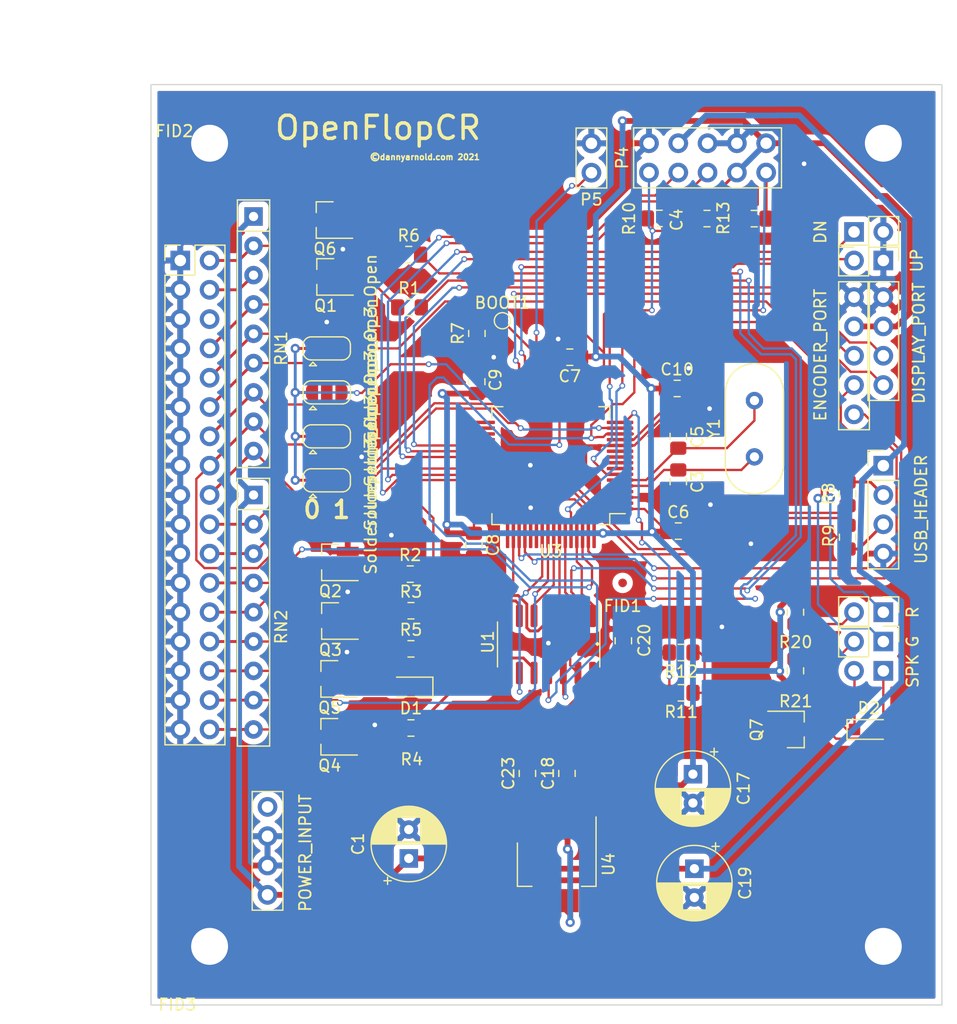
<source format=kicad_pcb>
(kicad_pcb (version 20171130) (host pcbnew "(5.1.9)-1")
  (layers (0 F.Cu signal) (31 B.Cu signal) (34 B.Paste user) (35 F.Paste user) (36 B.SilkS user) (37 F.SilkS user) (38 B.Mask user) (39 F.Mask user) (44 Edge.Cuts user))
  (net 0 "")
  (net 1 GND)
  (net 2 +5V)
  (net 3 "Net-(C3-Pad1)")
  (net 4 /nrst)
  (net 5 "Net-(C5-Pad1)")
  (net 6 +3V3)
  (net 7 "Net-(D1-Pad2)")
  (net 8 "Net-(D1-Pad1)")
  (net 9 /spk-)
  (net 10 /spk+)
  (net 11 "Net-(J1-Pad2)")
  (net 12 "Net-(J2-Pad1)")
  (net 13 "Net-(J3-Pad2)")
  (net 14 /~selx)
  (net 15 "Net-(J4-Pad2)")
  (net 16 /~sely)
  (net 17 /~rdy)
  (net 18 /~side)
  (net 19 /~rdata)
  (net 20 /~wprot)
  (net 21 /~trk0)
  (net 22 /~wgate)
  (net 23 /~wdata)
  (net 24 /~step)
  (net 25 /dir)
  (net 26 /~mtron)
  (net 27 /~sel2)
  (net 28 /~sel1)
  (net 29 /~sel0)
  (net 30 /~index)
  (net 31 /~sel3)
  (net 32 /~inuse)
  (net 33 /~dskchg)
  (net 34 "Net-(P2-Pad4)")
  (net 35 /boot0)
  (net 36 /tx)
  (net 37 /rx)
  (net 38 /jc)
  (net 39 /enc_clk)
  (net 40 /enc_dt)
  (net 41 /ja)
  (net 42 /disp_dio)
  (net 43 /disp_clk)
  (net 44 /usb+r)
  (net 45 /usb-r)
  (net 46 "Net-(Q1-Pad1)")
  (net 47 "Net-(Q2-Pad1)")
  (net 48 "Net-(Q3-Pad1)")
  (net 49 "Net-(Q4-Pad1)")
  (net 50 "Net-(Q6-Pad1)")
  (net 51 "Net-(Q7-Pad1)")
  (net 52 /usb+)
  (net 53 /usb-)
  (net 54 /jb)
  (net 55 /boot1)
  (net 56 /~dskchg_3v3)
  (net 57 /~rdata_3v3)
  (net 58 /~rdy_3v3)
  (net 59 /~wprot_3v3)
  (net 60 /~trk0_3v3)
  (net 61 /~index_3v3)
  (net 62 "Net-(U3-Pad54)")
  (net 63 /swclk)
  (net 64 "Net-(U3-Pad46)")
  (net 65 "Net-(U3-Pad40)")
  (net 66 /spi_di)
  (net 67 /spi_do)
  (net 68 /spi_clk)
  (net 69 /spi_cs)
  (net 70 "Net-(U3-Pad25)")
  (net 71 "Net-(U3-Pad24)")
  (net 72 "Net-(U3-Pad22)")
  (net 73 "Net-(U3-Pad21)")
  (net 74 "Net-(U3-Pad20)")
  (net 75 "Net-(U3-Pad11)")
  (net 76 "Net-(U3-Pad10)")
  (net 77 "Net-(U3-Pad9)")
  (net 78 "Net-(U3-Pad8)")
  (net 79 "Net-(R1-Pad2)")
  (net 80 "Net-(R2-Pad2)")
  (net 81 "Net-(R3-Pad2)")
  (net 82 "Net-(R4-Pad2)")
  (net 83 "Net-(R6-Pad2)")
  (module OpenFlops:PinHeader_1x02_P2.54mm_Vertical (layer F.Cu) (at 169.164 68.6435 270)
    (fp_text reference J1 hide)
    (fp_text value UP (at 0 -2.8956 270) (layer F.SilkS))
    (pad 2 thru_hole oval (at 0 2.54 270) (size 1.7 1.7) (drill 1) (layers *.Cu *.Mask) (net 11 "Net-(J1-Pad2)"))
    (pad 1 thru_hole rect (at 0 0 270) (size 1.7 1.7) (drill 1) (layers *.Cu *.Mask) (net 1 GND))
  )
  (module OpenFlops:PinHeader_1x02_P2.54mm_Vertical (layer F.Cu) (at 166.624 66.167 90)
    (fp_text reference J2 hide)
    (fp_text value DN (at 0 -2.921 270) (layer F.SilkS))
    (pad 2 thru_hole oval (at 0 2.54 90) (size 1.7 1.7) (drill 1) (layers *.Cu *.Mask) (net 1 GND))
    (pad 1 thru_hole rect (at 0 0 90) (size 1.7 1.7) (drill 1) (layers *.Cu *.Mask) (net 12 "Net-(J2-Pad1)"))
  )
  (module OpenFlops:PinHeader_1x02_P2.54mm_Mute (layer F.Cu) (at 169.164 104.2035 270)
    (fp_text reference P9 hide)
    (fp_text value SPK (at 0 -2.54 90) (layer F.SilkS))
    (pad 2 thru_hole oval (at 0 2.54 270) (size 1.7 1.7) (drill 1) (layers *.Cu *.Mask) (net 10 /spk+))
    (pad 1 thru_hole rect (at 0 0 270) (size 1.7 1.7) (drill 1) (layers *.Cu *.Mask) (net 9 /spk-))
  )
  (module OpenFlops:PinHeader_1x02_P2.54mm_Vertical (layer F.Cu) (at 169.164 101.6635 270)
    (fp_text reference J4 hide)
    (fp_text value G (at 0 -2.54 90) (layer F.SilkS))
    (pad 2 thru_hole oval (at 0 2.54 270) (size 1.7 1.7) (drill 1) (layers *.Cu *.Mask) (net 15 "Net-(J4-Pad2)"))
    (pad 1 thru_hole rect (at 0 0 270) (size 1.7 1.7) (drill 1) (layers *.Cu *.Mask) (net 14 /~selx))
  )
  (module OpenFlops:PinHeader_1x02_P2.54mm_Vertical (layer F.Cu) (at 169.164 99.1235 270)
    (fp_text reference J3 hide)
    (fp_text value R (at 0 -2.54 90) (layer F.SilkS))
    (pad 2 thru_hole oval (at 0 2.54 270) (size 1.7 1.7) (drill 1) (layers *.Cu *.Mask) (net 13 "Net-(J3-Pad2)"))
    (pad 1 thru_hole rect (at 0 0 270) (size 1.7 1.7) (drill 1) (layers *.Cu *.Mask) (net 16 /~sely))
  )
  (module OpenFlops:PinHeader_1x05_P2.54mm_Vertical (layer F.Cu) (at 166.624 71.8185)
    (fp_text reference P6 hide)
    (fp_text value ENCODER_PORT (at -2.921 5.0165 90) (layer F.SilkS))
    (pad 5 thru_hole oval (at 0 10.16) (size 1.7 1.7) (drill 1) (layers *.Cu *.Mask) (net 39 /enc_clk))
    (pad 4 thru_hole oval (at 0 7.62) (size 1.7 1.7) (drill 1) (layers *.Cu *.Mask) (net 40 /enc_dt))
    (pad 3 thru_hole oval (at 0 5.08) (size 1.7 1.7) (drill 1) (layers *.Cu *.Mask) (net 41 /ja))
    (pad 2 thru_hole oval (at 0 2.54) (size 1.7 1.7) (drill 1) (layers *.Cu *.Mask) (net 6 +3V3))
    (pad 1 thru_hole circle (at 0 0) (size 1.7 1.7) (drill 1) (layers *.Cu *.Mask) (net 1 GND))
  )
  (module OpenFlops:PinHeader_1x04_P2.54mm_Vertical (layer F.Cu) (at 169.164 71.8185)
    (fp_text reference P7 hide)
    (fp_text value DISPLAY_PORT (at 3.0734 3.9878 90) (layer F.SilkS))
    (pad 4 thru_hole oval (at 0 7.62) (size 1.7 1.7) (drill 1) (layers *.Cu *.Mask) (net 42 /disp_dio))
    (pad 3 thru_hole oval (at 0 5.08) (size 1.7 1.7) (drill 1) (layers *.Cu *.Mask) (net 43 /disp_clk))
    (pad 2 thru_hole oval (at 0 2.54) (size 1.7 1.7) (drill 1) (layers *.Cu *.Mask) (net 6 +3V3))
    (pad 1 thru_hole circle (at 0 0) (size 1.7 1.7) (drill 1) (layers *.Cu *.Mask) (net 1 GND))
  )
  (module Jumper:SolderJumper-3_P1.3mm_Open_RoundedPad1.0x1.5mm (layer F.Cu) (at 120.904 87.6935)
    (fp_text reference JP4 hide)
    (fp_text value SolderJumper_3_Open (at 3.81 0 90) (layer F.SilkS))
    (pad 2 smd rect (at 0 0) (size 1 1.5) (layers F.Cu F.Mask) (net 26 /~mtron))
    (pad 3 smd custom (at 1.3 0) (size 1 0.5) (layers F.Cu F.Mask) (net 16 /~sely) (options (clearance outline) (anchor rect)) (primitives (gr_circle (center 0 0.25) (end 0.5 0.25) (width 0)) (gr_circle (center 0 -0.25) (end 0.5 -0.25) (width 0)) (gr_poly (pts (xy -0.55 -0.75) (xy 0 -0.75) (xy 0 0.75) (xy -0.55 0.75)) (width 0))))
    (pad 1 smd custom (at -1.3 0) (size 1 0.5) (layers F.Cu F.Mask) (net 14 /~selx) (options (clearance outline) (anchor rect)) (primitives (gr_circle (center 0 0.25) (end 0.5 0.25) (width 0)) (gr_circle (center 0 -0.25) (end 0.5 -0.25) (width 0)) (gr_poly (pts (xy 0.55 -0.75) (xy 0 -0.75) (xy 0 0.75) (xy 0.55 0.75)) (width 0))))
  )
  (module Jumper:SolderJumper-3_P1.3mm_Open_RoundedPad1.0x1.5mm (layer F.Cu) (at 120.904 83.8835)
    (fp_text reference JP3 hide)
    (fp_text value SolderJumper_3_Open (at 3.81 0 90) (layer F.SilkS))
    (pad 2 smd rect (at 0 0) (size 1 1.5) (layers F.Cu F.Mask) (net 27 /~sel2))
    (pad 3 smd custom (at 1.3 0) (size 1 0.5) (layers F.Cu F.Mask) (net 16 /~sely) (options (clearance outline) (anchor rect)) (primitives (gr_circle (center 0 0.25) (end 0.5 0.25) (width 0)) (gr_circle (center 0 -0.25) (end 0.5 -0.25) (width 0)) (gr_poly (pts (xy -0.55 -0.75) (xy 0 -0.75) (xy 0 0.75) (xy -0.55 0.75)) (width 0))))
    (pad 1 smd custom (at -1.3 0) (size 1 0.5) (layers F.Cu F.Mask) (net 14 /~selx) (options (clearance outline) (anchor rect)) (primitives (gr_circle (center 0 0.25) (end 0.5 0.25) (width 0)) (gr_circle (center 0 -0.25) (end 0.5 -0.25) (width 0)) (gr_poly (pts (xy 0.55 -0.75) (xy 0 -0.75) (xy 0 0.75) (xy 0.55 0.75)) (width 0))))
  )
  (module Jumper:SolderJumper-3_P1.3mm_Open_RoundedPad1.0x1.5mm (layer F.Cu) (at 120.904 80.0735)
    (fp_text reference JP2 hide)
    (fp_text value SolderJumper_3_Open (at 3.81 0 90) (layer F.SilkS))
    (pad 2 smd rect (at 0 0) (size 1 1.5) (layers F.Cu F.Mask) (net 28 /~sel1))
    (pad 3 smd custom (at 1.3 0) (size 1 0.5) (layers F.Cu F.Mask) (net 16 /~sely) (options (clearance outline) (anchor rect)) (primitives (gr_circle (center 0 0.25) (end 0.5 0.25) (width 0)) (gr_circle (center 0 -0.25) (end 0.5 -0.25) (width 0)) (gr_poly (pts (xy -0.55 -0.75) (xy 0 -0.75) (xy 0 0.75) (xy -0.55 0.75)) (width 0))))
    (pad 1 smd custom (at -1.3 0) (size 1 0.5) (layers F.Cu F.Mask) (net 14 /~selx) (options (clearance outline) (anchor rect)) (primitives (gr_circle (center 0 0.25) (end 0.5 0.25) (width 0)) (gr_circle (center 0 -0.25) (end 0.5 -0.25) (width 0)) (gr_poly (pts (xy 0.55 -0.75) (xy 0 -0.75) (xy 0 0.75) (xy 0.55 0.75)) (width 0))))
  )
  (module Jumper:SolderJumper-3_P1.3mm_Open_RoundedPad1.0x1.5mm (layer F.Cu) (at 120.904 76.2635)
    (fp_text reference JP1 hide)
    (fp_text value SolderJumper_3_Open (at 3.81 0 90) (layer F.SilkS))
    (pad 2 smd rect (at 0 0) (size 1 1.5) (layers F.Cu F.Mask) (net 29 /~sel0))
    (pad 3 smd custom (at 1.3 0) (size 1 0.5) (layers F.Cu F.Mask) (net 16 /~sely) (options (clearance outline) (anchor rect)) (primitives (gr_circle (center 0 0.25) (end 0.5 0.25) (width 0)) (gr_circle (center 0 -0.25) (end 0.5 -0.25) (width 0)) (gr_poly (pts (xy -0.55 -0.75) (xy 0 -0.75) (xy 0 0.75) (xy -0.55 0.75)) (width 0))))
    (pad 1 smd custom (at -1.3 0) (size 1 0.5) (layers F.Cu F.Mask) (net 14 /~selx) (options (clearance outline) (anchor rect)) (primitives (gr_circle (center 0 0.25) (end 0.5 0.25) (width 0)) (gr_circle (center 0 -0.25) (end 0.5 -0.25) (width 0)) (gr_poly (pts (xy 0.55 -0.75) (xy 0 -0.75) (xy 0 0.75) (xy 0.55 0.75)) (width 0))))
  )
  (module Resistor_THT:R_Array_SIP9 (layer F.Cu) (at 114.554 88.9635 270)
    (fp_text reference RN2 (at 11.43 -2.4 90) (layer F.SilkS))
    (fp_text value R_Network08)
    (pad 9 thru_hole oval (at 20.32 0 270) (size 1.6 1.6) (drill 0.8) (layers *.Cu *.Mask) (net 17 /~rdy))
    (pad 8 thru_hole oval (at 17.78 0 270) (size 1.6 1.6) (drill 0.8) (layers *.Cu *.Mask) (net 18 /~side))
    (pad 7 thru_hole oval (at 15.24 0 270) (size 1.6 1.6) (drill 0.8) (layers *.Cu *.Mask) (net 19 /~rdata))
    (pad 6 thru_hole oval (at 12.7 0 270) (size 1.6 1.6) (drill 0.8) (layers *.Cu *.Mask) (net 20 /~wprot))
    (pad 5 thru_hole oval (at 10.16 0 270) (size 1.6 1.6) (drill 0.8) (layers *.Cu *.Mask) (net 21 /~trk0))
    (pad 4 thru_hole oval (at 7.62 0 270) (size 1.6 1.6) (drill 0.8) (layers *.Cu *.Mask) (net 22 /~wgate))
    (pad 3 thru_hole oval (at 5.08 0 270) (size 1.6 1.6) (drill 0.8) (layers *.Cu *.Mask) (net 23 /~wdata))
    (pad 2 thru_hole oval (at 2.54 0 270) (size 1.6 1.6) (drill 0.8) (layers *.Cu *.Mask) (net 24 /~step))
    (pad 1 thru_hole rect (at 0 0 270) (size 1.6 1.6) (drill 0.8) (layers *.Cu *.Mask) (net 2 +5V))
  )
  (module Resistor_THT:R_Array_SIP9 (layer F.Cu) (at 114.554 64.8335 270)
    (fp_text reference RN1 (at 11.43 -2.4 90) (layer F.SilkS))
    (fp_text value R_Network08)
    (pad 9 thru_hole oval (at 20.32 0 270) (size 1.6 1.6) (drill 0.8) (layers *.Cu *.Mask) (net 25 /dir))
    (pad 8 thru_hole oval (at 17.78 0 270) (size 1.6 1.6) (drill 0.8) (layers *.Cu *.Mask) (net 26 /~mtron))
    (pad 7 thru_hole oval (at 15.24 0 270) (size 1.6 1.6) (drill 0.8) (layers *.Cu *.Mask) (net 27 /~sel2))
    (pad 6 thru_hole oval (at 12.7 0 270) (size 1.6 1.6) (drill 0.8) (layers *.Cu *.Mask) (net 28 /~sel1))
    (pad 5 thru_hole oval (at 10.16 0 270) (size 1.6 1.6) (drill 0.8) (layers *.Cu *.Mask) (net 29 /~sel0))
    (pad 4 thru_hole oval (at 7.62 0 270) (size 1.6 1.6) (drill 0.8) (layers *.Cu *.Mask) (net 30 /~index))
    (pad 3 thru_hole oval (at 5.08 0 270) (size 1.6 1.6) (drill 0.8) (layers *.Cu *.Mask) (net 32 /~inuse))
    (pad 2 thru_hole oval (at 2.54 0 270) (size 1.6 1.6) (drill 0.8) (layers *.Cu *.Mask) (net 33 /~dskchg))
    (pad 1 thru_hole rect (at 0 0 270) (size 1.6 1.6) (drill 0.8) (layers *.Cu *.Mask) (net 2 +5V))
  )
  (module OpenFlops:LQFP-64_Handsoldering (layer F.Cu) (at 140.335 86.4235 180)
    (fp_text reference U3 (at 0 -7.4) (layer F.SilkS))
    (fp_text value STM32F105RBT6)
    (pad 64 smd roundrect (at -3.75 -6 180) (size 0.3 2.3) (layers F.Cu F.Paste F.Mask) (net 6 +3V3))
    (pad 63 smd roundrect (at -3.25 -6 180) (size 0.3 2.3) (layers F.Cu F.Paste F.Mask) (net 1 GND))
    (pad 62 smd roundrect (at -2.75 -6 180) (size 0.3 2.3) (layers F.Cu F.Paste F.Mask) (net 22 /~wgate))
    (pad 61 smd roundrect (at -2.25 -6 180) (size 0.3 2.3) (layers F.Cu F.Paste F.Mask) (net 61 /~index_3v3))
    (pad 60 smd roundrect (at -1.75 -6 180) (size 0.3 2.3) (layers F.Cu F.Paste F.Mask) (net 35 /boot0))
    (pad 59 smd roundrect (at -1.25 -6 180) (size 0.3 2.3) (layers F.Cu F.Paste F.Mask) (net 56 /~dskchg_3v3))
    (pad 58 smd roundrect (at -0.75 -6 180) (size 0.3 2.3) (layers F.Cu F.Paste F.Mask) (net 60 /~trk0_3v3))
    (pad 57 smd roundrect (at -0.25 -6 180) (size 0.3 2.3) (layers F.Cu F.Paste F.Mask) (net 59 /~wprot_3v3))
    (pad 56 smd roundrect (at 0.25 -6 180) (size 0.3 2.3) (layers F.Cu F.Paste F.Mask) (net 18 /~side))
    (pad 55 smd roundrect (at 0.75 -6 180) (size 0.3 2.3) (layers F.Cu F.Paste F.Mask) (net 58 /~rdy_3v3))
    (pad 54 smd roundrect (at 1.25 -6 180) (size 0.3 2.3) (layers F.Cu F.Paste F.Mask) (net 62 "Net-(U3-Pad54)"))
    (pad 53 smd roundrect (at 1.75 -6 180) (size 0.3 2.3) (layers F.Cu F.Paste F.Mask) (net 1 GND))
    (pad 52 smd roundrect (at 2.25 -6 180) (size 0.3 2.3) (layers F.Cu F.Paste F.Mask) (net 39 /enc_clk))
    (pad 51 smd roundrect (at 2.75 -6 180) (size 0.3 2.3) (layers F.Cu F.Paste F.Mask) (net 40 /enc_dt))
    (pad 50 smd roundrect (at 3.25 -6 180) (size 0.3 2.3) (layers F.Cu F.Paste F.Mask) (net 26 /~mtron))
    (pad 49 smd roundrect (at 3.75 -6 180) (size 0.3 2.3) (layers F.Cu F.Paste F.Mask) (net 63 /swclk))
    (pad 48 smd roundrect (at 6 -3.75 180) (size 2.3 0.3) (layers F.Cu F.Paste F.Mask) (net 6 +3V3))
    (pad 47 smd roundrect (at 6 -3.25 180) (size 2.3 0.3) (layers F.Cu F.Paste F.Mask) (net 1 GND))
    (pad 46 smd roundrect (at 6 -2.75 180) (size 2.3 0.3) (layers F.Cu F.Paste F.Mask) (net 64 "Net-(U3-Pad46)"))
    (pad 45 smd roundrect (at 6 -2.25 180) (size 2.3 0.3) (layers F.Cu F.Paste F.Mask) (net 52 /usb+))
    (pad 44 smd roundrect (at 6 -1.75 180) (size 2.3 0.3) (layers F.Cu F.Paste F.Mask) (net 53 /usb-))
    (pad 43 smd roundrect (at 6 -1.25 180) (size 2.3 0.3) (layers F.Cu F.Paste F.Mask) (net 37 /rx))
    (pad 42 smd roundrect (at 6 -0.75 180) (size 2.3 0.3) (layers F.Cu F.Paste F.Mask) (net 36 /tx))
    (pad 41 smd roundrect (at 6 -0.25 180) (size 2.3 0.3) (layers F.Cu F.Paste F.Mask) (net 23 /~wdata))
    (pad 40 smd roundrect (at 6 0.25 180) (size 2.3 0.3) (layers F.Cu F.Paste F.Mask) (net 65 "Net-(U3-Pad40)"))
    (pad 39 smd roundrect (at 6 0.75 180) (size 2.3 0.3) (layers F.Cu F.Paste F.Mask) (net 12 "Net-(J2-Pad1)"))
    (pad 38 smd roundrect (at 6 1.25 180) (size 2.3 0.3) (layers F.Cu F.Paste F.Mask) (net 11 "Net-(J1-Pad2)"))
    (pad 37 smd roundrect (at 6 1.75 180) (size 2.3 0.3) (layers F.Cu F.Paste F.Mask) (net 41 /ja))
    (pad 36 smd roundrect (at 6 2.25 180) (size 2.3 0.3) (layers F.Cu F.Paste F.Mask) (net 66 /spi_di))
    (pad 35 smd roundrect (at 6 2.75 180) (size 2.3 0.3) (layers F.Cu F.Paste F.Mask) (net 67 /spi_do))
    (pad 34 smd roundrect (at 6 3.25 180) (size 2.3 0.3) (layers F.Cu F.Paste F.Mask) (net 68 /spi_clk))
    (pad 33 smd roundrect (at 6 3.75 180) (size 2.3 0.3) (layers F.Cu F.Paste F.Mask) (net 69 /spi_cs))
    (pad 32 smd roundrect (at 3.75 6 180) (size 0.3 2.3) (layers F.Cu F.Paste F.Mask) (net 6 +3V3))
    (pad 31 smd roundrect (at 3.25 6 180) (size 0.3 2.3) (layers F.Cu F.Paste F.Mask) (net 1 GND))
    (pad 30 smd roundrect (at 2.75 6 180) (size 0.3 2.3) (layers F.Cu F.Paste F.Mask) (net 42 /disp_dio))
    (pad 29 smd roundrect (at 2.25 6 180) (size 0.3 2.3) (layers F.Cu F.Paste F.Mask) (net 43 /disp_clk))
    (pad 28 smd roundrect (at 1.75 6 180) (size 0.3 2.3) (layers F.Cu F.Paste F.Mask) (net 55 /boot1))
    (pad 27 smd roundrect (at 1.25 6 180) (size 0.3 2.3) (layers F.Cu F.Paste F.Mask) (net 38 /jc))
    (pad 26 smd roundrect (at 0.75 6 180) (size 0.3 2.3) (layers F.Cu F.Paste F.Mask) (net 25 /dir))
    (pad 25 smd roundrect (at 0.25 6 180) (size 0.3 2.3) (layers F.Cu F.Paste F.Mask) (net 70 "Net-(U3-Pad25)"))
    (pad 24 smd roundrect (at -0.25 6 180) (size 0.3 2.3) (layers F.Cu F.Paste F.Mask) (net 71 "Net-(U3-Pad24)"))
    (pad 23 smd roundrect (at -0.75 6 180) (size 0.3 2.3) (layers F.Cu F.Paste F.Mask) (net 57 /~rdata_3v3))
    (pad 22 smd roundrect (at -1.25 6 180) (size 0.3 2.3) (layers F.Cu F.Paste F.Mask) (net 72 "Net-(U3-Pad22)"))
    (pad 21 smd roundrect (at -1.75 6 180) (size 0.3 2.3) (layers F.Cu F.Paste F.Mask) (net 73 "Net-(U3-Pad21)"))
    (pad 20 smd roundrect (at -2.25 6 180) (size 0.3 2.3) (layers F.Cu F.Paste F.Mask) (net 74 "Net-(U3-Pad20)"))
    (pad 19 smd roundrect (at -2.75 6 180) (size 0.3 2.3) (layers F.Cu F.Paste F.Mask) (net 6 +3V3))
    (pad 18 smd roundrect (at -3.25 6 180) (size 0.3 2.3) (layers F.Cu F.Paste F.Mask) (net 1 GND))
    (pad 17 smd roundrect (at -3.75 6 180) (size 0.3 2.3) (layers F.Cu F.Paste F.Mask) (net 16 /~sely))
    (pad 16 smd roundrect (at -6 3.75 180) (size 2.3 0.3) (layers F.Cu F.Paste F.Mask) (net 54 /jb))
    (pad 15 smd roundrect (at -6 3.25 180) (size 2.3 0.3) (layers F.Cu F.Paste F.Mask) (net 24 /~step))
    (pad 14 smd roundrect (at -6 2.75 180) (size 2.3 0.3) (layers F.Cu F.Paste F.Mask) (net 14 /~selx))
    (pad 13 smd roundrect (at -6 2.25 180) (size 2.3 0.3) (layers F.Cu F.Paste F.Mask) (net 6 +3V3))
    (pad 12 smd roundrect (at -6 1.75 180) (size 2.3 0.3) (layers F.Cu F.Paste F.Mask) (net 1 GND))
    (pad 11 smd roundrect (at -6 1.25 180) (size 2.3 0.3) (layers F.Cu F.Paste F.Mask) (net 75 "Net-(U3-Pad11)"))
    (pad 10 smd roundrect (at -6 0.75 180) (size 2.3 0.3) (layers F.Cu F.Paste F.Mask) (net 76 "Net-(U3-Pad10)"))
    (pad 9 smd roundrect (at -6 0.25 180) (size 2.3 0.3) (layers F.Cu F.Paste F.Mask) (net 77 "Net-(U3-Pad9)"))
    (pad 8 smd roundrect (at -6 -0.25 180) (size 2.3 0.3) (layers F.Cu F.Paste F.Mask) (net 78 "Net-(U3-Pad8)"))
    (pad 7 smd roundrect (at -6 -0.75 180) (size 2.3 0.3) (layers F.Cu F.Paste F.Mask) (net 4 /nrst))
    (pad 6 smd roundrect (at -6 -1.25 180) (size 2.3 0.3) (layers F.Cu F.Paste F.Mask) (net 5 "Net-(C5-Pad1)"))
    (pad 5 smd roundrect (at -6 -1.75 180) (size 2.3 0.3) (layers F.Cu F.Paste F.Mask) (net 3 "Net-(C3-Pad1)"))
    (pad 4 smd roundrect (at -6 -2.25 180) (size 2.3 0.3) (layers F.Cu F.Paste F.Mask) (net 1 GND))
    (pad 3 smd roundrect (at -6 -2.75 180) (size 2.3 0.3) (layers F.Cu F.Paste F.Mask) (net 1 GND))
    (pad 2 smd roundrect (at -6 -3.25 180) (size 2.3 0.3) (layers F.Cu F.Paste F.Mask) (net 1 GND))
    (pad 1 smd roundrect (at -6 -3.75 180) (size 2.3 0.3) (layers F.Cu F.Paste F.Mask) (net 6 +3V3))
  )
  (module Connector_PinHeader_2.54mm:PinHeader_1x04_P2.54mm_Vertical (layer F.Cu) (at 169.164 86.4235)
    (fp_text reference P8 hide)
    (fp_text value USB_HEADER (at 3.2766 3.7846 90) (layer F.SilkS))
    (pad 4 thru_hole oval (at 0 7.62) (size 1.7 1.7) (drill 1) (layers *.Cu *.Mask) (net 1 GND))
    (pad 3 thru_hole oval (at 0 5.08) (size 1.7 1.7) (drill 1) (layers *.Cu *.Mask) (net 44 /usb+r))
    (pad 2 thru_hole oval (at 0 2.54) (size 1.7 1.7) (drill 1) (layers *.Cu *.Mask) (net 45 /usb-r))
    (pad 1 thru_hole rect (at 0 0) (size 1.7 1.7) (drill 1) (layers *.Cu *.Mask) (net 2 +5V))
  )
  (module Crystal:Crystal_HC49-U_Vertical (layer F.Cu) (at 157.988 85.6615 90)
    (fp_text reference Y1 (at 2.44 -3.525 90) (layer F.SilkS))
    (fp_text value "8 MHz")
    (pad 2 thru_hole circle (at 4.88 0 90) (size 1.5 1.5) (drill 0.8) (layers *.Cu *.Mask) (net 5 "Net-(C5-Pad1)"))
    (pad 1 thru_hole circle (at 0 0 90) (size 1.5 1.5) (drill 0.8) (layers *.Cu *.Mask) (net 3 "Net-(C3-Pad1)"))
  )
  (module Package_TO_SOT_SMD:SOT-223-3_TabPin2 (layer F.Cu) (at 140.843 120.9675 270)
    (fp_text reference U4 (at 0 -4.5 90) (layer F.SilkS))
    (fp_text value LM1117-3.3)
    (pad 1 smd rect (at -3.15 -2.3 270) (size 2 1.5) (layers F.Cu F.Paste F.Mask) (net 1 GND))
    (pad 3 smd rect (at -3.15 2.3 270) (size 2 1.5) (layers F.Cu F.Paste F.Mask) (net 2 +5V))
    (pad 2 smd rect (at -3.15 0 270) (size 2 1.5) (layers F.Cu F.Paste F.Mask) (net 6 +3V3))
    (pad 2 smd rect (at 3.15 0 270) (size 2 3.8) (layers F.Cu F.Paste F.Mask) (net 6 +3V3))
  )
  (module Package_SO:SOIC-14_3.9x8.7mm_P1.27mm (layer F.Cu) (at 140.1445 101.9175 270)
    (fp_text reference U1 (at -0.2159 5.2705 90) (layer F.SilkS))
    (fp_text value 74HCT04)
    (pad 14 smd roundrect (at 2.475 -3.81 270) (size 1.95 0.6) (layers F.Cu F.Paste F.Mask) (net 2 +5V))
    (pad 13 smd roundrect (at 2.475 -2.54 270) (size 1.95 0.6) (layers F.Cu F.Paste F.Mask) (net 56 /~dskchg_3v3))
    (pad 12 smd roundrect (at 2.475 -1.27 270) (size 1.95 0.6) (layers F.Cu F.Paste F.Mask) (net 83 "Net-(R6-Pad2)"))
    (pad 11 smd roundrect (at 2.475 0 270) (size 1.95 0.6) (layers F.Cu F.Paste F.Mask) (net 57 /~rdata_3v3))
    (pad 10 smd roundrect (at 2.475 1.27 270) (size 1.95 0.6) (layers F.Cu F.Paste F.Mask) (net 8 "Net-(D1-Pad1)"))
    (pad 9 smd roundrect (at 2.475 2.54 270) (size 1.95 0.6) (layers F.Cu F.Paste F.Mask) (net 58 /~rdy_3v3))
    (pad 8 smd roundrect (at 2.475 3.81 270) (size 1.95 0.6) (layers F.Cu F.Paste F.Mask) (net 82 "Net-(R4-Pad2)"))
    (pad 7 smd roundrect (at -2.475 3.81 270) (size 1.95 0.6) (layers F.Cu F.Paste F.Mask) (net 1 GND))
    (pad 6 smd roundrect (at -2.475 2.54 270) (size 1.95 0.6) (layers F.Cu F.Paste F.Mask) (net 81 "Net-(R3-Pad2)"))
    (pad 5 smd roundrect (at -2.475 1.27 270) (size 1.95 0.6) (layers F.Cu F.Paste F.Mask) (net 59 /~wprot_3v3))
    (pad 4 smd roundrect (at -2.475 0 270) (size 1.95 0.6) (layers F.Cu F.Paste F.Mask) (net 80 "Net-(R2-Pad2)"))
    (pad 3 smd roundrect (at -2.475 -1.27 270) (size 1.95 0.6) (layers F.Cu F.Paste F.Mask) (net 60 /~trk0_3v3))
    (pad 2 smd roundrect (at -2.475 -2.54 270) (size 1.95 0.6) (layers F.Cu F.Paste F.Mask) (net 79 "Net-(R1-Pad2)"))
    (pad 1 smd roundrect (at -2.475 -3.81 270) (size 1.95 0.6) (layers F.Cu F.Paste F.Mask) (net 61 /~index_3v3))
  )
  (module TestPoint:TestPoint_Pad_D1.0mm (layer F.Cu) (at 136.1313 73.8632 180)
    (fp_text reference TP1 hide)
    (fp_text value BOOT1 (at 0 1.55) (layer F.SilkS))
    (pad 1 smd circle (at 0 0 180) (size 1 1) (layers F.Cu F.Mask) (net 55 /boot1))
  )
  (module Resistor_SMD:R_0805_2012Metric_Pad1.15x1.40mm_HandSolder (layer F.Cu) (at 128.016 68.1355)
    (fp_text reference R6 (at 0 -1.65) (layer F.SilkS))
    (fp_text value 1K)
    (pad 2 smd roundrect (at 1.025 0) (size 1.15 1.4) (layers F.Cu F.Paste F.Mask) (roundrect_rratio 0.217391) (net 83 "Net-(R6-Pad2)"))
    (pad 1 smd roundrect (at -1.025 0) (size 1.15 1.4) (layers F.Cu F.Paste F.Mask) (roundrect_rratio 0.217391) (net 50 "Net-(Q6-Pad1)"))
  )
  (module Resistor_SMD:R_0805_2012Metric_Pad1.15x1.40mm_HandSolder (layer F.Cu) (at 128.2065 102.2985)
    (fp_text reference R5 (at 0 -1.65) (layer F.SilkS))
    (fp_text value 1K)
    (pad 2 smd roundrect (at 1.025 0) (size 1.15 1.4) (layers F.Cu F.Paste F.Mask) (roundrect_rratio 0.217391) (net 8 "Net-(D1-Pad1)"))
    (pad 1 smd roundrect (at -1.025 0) (size 1.15 1.4) (layers F.Cu F.Paste F.Mask) (roundrect_rratio 0.217391) (net 7 "Net-(D1-Pad2)"))
  )
  (module Resistor_SMD:R_0805_2012Metric_Pad1.15x1.40mm_HandSolder (layer F.Cu) (at 128.2065 109.1565)
    (fp_text reference R4 (at 0.0635 2.7178) (layer F.SilkS))
    (fp_text value 1K)
    (pad 2 smd roundrect (at 1.025 0) (size 1.15 1.4) (layers F.Cu F.Paste F.Mask) (roundrect_rratio 0.217391) (net 82 "Net-(R4-Pad2)"))
    (pad 1 smd roundrect (at -1.025 0) (size 1.15 1.4) (layers F.Cu F.Paste F.Mask) (roundrect_rratio 0.217391) (net 49 "Net-(Q4-Pad1)"))
  )
  (module Resistor_SMD:R_0805_2012Metric_Pad1.15x1.40mm_HandSolder (layer F.Cu) (at 128.2065 98.9965)
    (fp_text reference R3 (at 0 -1.65) (layer F.SilkS))
    (fp_text value 1K)
    (pad 2 smd roundrect (at 1.025 0) (size 1.15 1.4) (layers F.Cu F.Paste F.Mask) (roundrect_rratio 0.217391) (net 81 "Net-(R3-Pad2)"))
    (pad 1 smd roundrect (at -1.025 0) (size 1.15 1.4) (layers F.Cu F.Paste F.Mask) (roundrect_rratio 0.217391) (net 48 "Net-(Q3-Pad1)"))
  )
  (module Resistor_SMD:R_0805_2012Metric_Pad1.15x1.40mm_HandSolder (layer F.Cu) (at 128.143 95.8215)
    (fp_text reference R2 (at 0 -1.65) (layer F.SilkS))
    (fp_text value 1K)
    (pad 2 smd roundrect (at 1.025 0) (size 1.15 1.4) (layers F.Cu F.Paste F.Mask) (roundrect_rratio 0.217391) (net 80 "Net-(R2-Pad2)"))
    (pad 1 smd roundrect (at -1.025 0) (size 1.15 1.4) (layers F.Cu F.Paste F.Mask) (roundrect_rratio 0.217391) (net 47 "Net-(Q2-Pad1)"))
  )
  (module Resistor_SMD:R_0805_2012Metric_Pad1.15x1.40mm_HandSolder (layer F.Cu) (at 128.0795 72.7075)
    (fp_text reference R1 (at 0 -1.65) (layer F.SilkS))
    (fp_text value 1K)
    (pad 2 smd roundrect (at 1.025 0) (size 1.15 1.4) (layers F.Cu F.Paste F.Mask) (roundrect_rratio 0.217391) (net 79 "Net-(R1-Pad2)"))
    (pad 1 smd roundrect (at -1.025 0) (size 1.15 1.4) (layers F.Cu F.Paste F.Mask) (roundrect_rratio 0.217391) (net 46 "Net-(Q1-Pad1)"))
  )
  (module Resistor_SMD:R_0805_2012Metric_Pad1.15x1.40mm_HandSolder (layer F.Cu) (at 161.544 104.2035 270)
    (fp_text reference R21 (at 2.6416 -0.0254 180) (layer F.SilkS))
    (fp_text value 1k)
    (pad 2 smd roundrect (at 1.025 0 270) (size 1.15 1.4) (layers F.Cu F.Paste F.Mask) (roundrect_rratio 0.217391) (net 6 +3V3))
    (pad 1 smd roundrect (at -1.025 0 270) (size 1.15 1.4) (layers F.Cu F.Paste F.Mask) (roundrect_rratio 0.217391) (net 15 "Net-(J4-Pad2)"))
  )
  (module Resistor_SMD:R_0805_2012Metric_Pad1.15x1.40mm_HandSolder (layer F.Cu) (at 161.544 99.1235 90)
    (fp_text reference R20 (at -2.5908 0.0127 180) (layer F.SilkS))
    (fp_text value 1k)
    (pad 2 smd roundrect (at 1.025 0 90) (size 1.15 1.4) (layers F.Cu F.Paste F.Mask) (roundrect_rratio 0.217391) (net 6 +3V3))
    (pad 1 smd roundrect (at -1.025 0 90) (size 1.15 1.4) (layers F.Cu F.Paste F.Mask) (roundrect_rratio 0.217391) (net 13 "Net-(J3-Pad2)"))
  )
  (module Resistor_SMD:R_0805_2012Metric_Pad1.15x1.40mm_HandSolder (layer F.Cu) (at 157.96768 65.01638 180)
    (fp_text reference R13 (at 2.67208 0.04318 90) (layer F.SilkS))
    (fp_text value 4k7)
    (pad 2 smd roundrect (at 1.025 0 180) (size 1.15 1.4) (layers F.Cu F.Paste F.Mask) (roundrect_rratio 0.217391) (net 1 GND))
    (pad 1 smd roundrect (at -1.025 0 180) (size 1.15 1.4) (layers F.Cu F.Paste F.Mask) (roundrect_rratio 0.217391) (net 35 /boot0))
  )
  (module Resistor_SMD:R_0805_2012Metric_Pad1.15x1.40mm_HandSolder (layer F.Cu) (at 149.733 64.9986 180)
    (fp_text reference R10 (at 2.6162 -0.0127 90) (layer F.SilkS))
    (fp_text value 4k7)
    (pad 2 smd roundrect (at 1.025 0 180) (size 1.15 1.4) (layers F.Cu F.Paste F.Mask) (roundrect_rratio 0.217391) (net 4 /nrst))
    (pad 1 smd roundrect (at -1.025 0 180) (size 1.15 1.4) (layers F.Cu F.Paste F.Mask) (roundrect_rratio 0.217391) (net 6 +3V3))
  )
  (module Resistor_SMD:R_0805_2012Metric_Pad1.15x1.40mm_HandSolder (layer F.Cu) (at 133.9215 74.9681 90)
    (fp_text reference R7 (at 0 -1.65 90) (layer F.SilkS))
    (fp_text value 4k7)
    (pad 2 smd roundrect (at 1.025 0 90) (size 1.15 1.4) (layers F.Cu F.Paste F.Mask) (roundrect_rratio 0.217391) (net 55 /boot1))
    (pad 1 smd roundrect (at -1.025 0 90) (size 1.15 1.4) (layers F.Cu F.Paste F.Mask) (roundrect_rratio 0.217391) (net 1 GND))
  )
  (module Resistor_SMD:R_0805_2012Metric_Pad1.15x1.40mm_HandSolder (layer F.Cu) (at 151.638 102.616 180)
    (fp_text reference R12 (at 0 -1.65) (layer F.SilkS))
    (fp_text value 22)
    (pad 2 smd roundrect (at 1.025 0 180) (size 1.15 1.4) (layers F.Cu F.Paste F.Mask) (roundrect_rratio 0.217391) (net 2 +5V))
    (pad 1 smd roundrect (at -1.025 0 180) (size 1.15 1.4) (layers F.Cu F.Paste F.Mask) (roundrect_rratio 0.217391) (net 10 /spk+))
  )
  (module Resistor_SMD:R_0805_2012Metric_Pad1.15x1.40mm_HandSolder (layer F.Cu) (at 151.638 106.1085 180)
    (fp_text reference R11 (at 0 -1.65) (layer F.SilkS))
    (fp_text value 1K)
    (pad 2 smd roundrect (at 1.025 0 180) (size 1.15 1.4) (layers F.Cu F.Paste F.Mask) (roundrect_rratio 0.217391) (net 54 /jb))
    (pad 1 smd roundrect (at -1.025 0 180) (size 1.15 1.4) (layers F.Cu F.Paste F.Mask) (roundrect_rratio 0.217391) (net 51 "Net-(Q7-Pad1)"))
  )
  (module Resistor_SMD:R_0805_2012Metric_Pad1.15x1.40mm_HandSolder (layer F.Cu) (at 166.0652 88.8619 90)
    (fp_text reference R8 (at 0 -1.65 90) (layer F.SilkS))
    (fp_text value 22)
    (pad 2 smd roundrect (at 1.025 0 90) (size 1.15 1.4) (layers F.Cu F.Paste F.Mask) (roundrect_rratio 0.217391) (net 45 /usb-r))
    (pad 1 smd roundrect (at -1.025 0 90) (size 1.15 1.4) (layers F.Cu F.Paste F.Mask) (roundrect_rratio 0.217391) (net 53 /usb-))
  )
  (module Resistor_SMD:R_0805_2012Metric_Pad1.15x1.40mm_HandSolder (layer F.Cu) (at 166.07028 92.6211 270)
    (fp_text reference R9 (at -0.11176 1.6002 90) (layer F.SilkS))
    (fp_text value 22)
    (pad 2 smd roundrect (at 1.025 0 270) (size 1.15 1.4) (layers F.Cu F.Paste F.Mask) (roundrect_rratio 0.217391) (net 44 /usb+r))
    (pad 1 smd roundrect (at -1.025 0 270) (size 1.15 1.4) (layers F.Cu F.Paste F.Mask) (roundrect_rratio 0.217391) (net 52 /usb+))
  )
  (module Package_TO_SOT_SMD:SOT-23_Handsoldering (layer F.Cu) (at 161.544 109.2835)
    (fp_text reference Q7 (at -3.3655 0.0381 90) (layer F.SilkS))
    (fp_text value MMBT3904 hide)
    (pad 3 smd rect (at 1.5 0) (size 1.9 0.8) (layers F.Cu F.Paste F.Mask) (net 9 /spk-))
    (pad 2 smd rect (at -1.5 0.95) (size 1.9 0.8) (layers F.Cu F.Paste F.Mask) (net 1 GND))
    (pad 1 smd rect (at -1.5 -0.95) (size 1.9 0.8) (layers F.Cu F.Paste F.Mask) (net 51 "Net-(Q7-Pad1)"))
  )
  (module Package_TO_SOT_SMD:SOT-23_Handsoldering (layer F.Cu) (at 120.7516 65.1383 180)
    (fp_text reference Q6 (at 0 -2.5) (layer F.SilkS))
    (fp_text value BSS138)
    (pad 3 smd rect (at 1.5 0 180) (size 1.9 0.8) (layers F.Cu F.Paste F.Mask) (net 33 /~dskchg))
    (pad 2 smd rect (at -1.5 0.95 180) (size 1.9 0.8) (layers F.Cu F.Paste F.Mask) (net 1 GND))
    (pad 1 smd rect (at -1.5 -0.95 180) (size 1.9 0.8) (layers F.Cu F.Paste F.Mask) (net 50 "Net-(Q6-Pad1)"))
  )
  (module Package_TO_SOT_SMD:SOT-23_Handsoldering (layer F.Cu) (at 121.158 104.902 180)
    (fp_text reference Q5 (at 0 -2.5) (layer F.SilkS))
    (fp_text value BSS138 hide)
    (pad 3 smd rect (at 1.5 0 180) (size 1.9 0.8) (layers F.Cu F.Paste F.Mask) (net 19 /~rdata))
    (pad 2 smd rect (at -1.5 0.95 180) (size 1.9 0.8) (layers F.Cu F.Paste F.Mask) (net 1 GND))
    (pad 1 smd rect (at -1.5 -0.95 180) (size 1.9 0.8) (layers F.Cu F.Paste F.Mask) (net 7 "Net-(D1-Pad2)"))
  )
  (module Package_TO_SOT_SMD:SOT-23_Handsoldering (layer F.Cu) (at 121.158 109.9185 180)
    (fp_text reference Q4 (at 0 -2.5) (layer F.SilkS))
    (fp_text value BSS138 hide)
    (pad 3 smd rect (at 1.5 0 180) (size 1.9 0.8) (layers F.Cu F.Paste F.Mask) (net 17 /~rdy))
    (pad 2 smd rect (at -1.5 0.95 180) (size 1.9 0.8) (layers F.Cu F.Paste F.Mask) (net 1 GND))
    (pad 1 smd rect (at -1.5 -0.95 180) (size 1.9 0.8) (layers F.Cu F.Paste F.Mask) (net 49 "Net-(Q4-Pad1)"))
  )
  (module Package_TO_SOT_SMD:SOT-23_Handsoldering (layer F.Cu) (at 121.2215 99.8855 180)
    (fp_text reference Q3 (at 0 -2.5) (layer F.SilkS))
    (fp_text value BSS138 hide)
    (pad 3 smd rect (at 1.5 0 180) (size 1.9 0.8) (layers F.Cu F.Paste F.Mask) (net 20 /~wprot))
    (pad 2 smd rect (at -1.5 0.95 180) (size 1.9 0.8) (layers F.Cu F.Paste F.Mask) (net 1 GND))
    (pad 1 smd rect (at -1.5 -0.95 180) (size 1.9 0.8) (layers F.Cu F.Paste F.Mask) (net 48 "Net-(Q3-Pad1)"))
  )
  (module Package_TO_SOT_SMD:SOT-23_Handsoldering (layer F.Cu) (at 121.2215 94.8055 180)
    (fp_text reference Q2 (at 0 -2.5) (layer F.SilkS))
    (fp_text value BSS138 hide)
    (pad 3 smd rect (at 1.5 0 180) (size 1.9 0.8) (layers F.Cu F.Paste F.Mask) (net 21 /~trk0))
    (pad 2 smd rect (at -1.5 0.95 180) (size 1.9 0.8) (layers F.Cu F.Paste F.Mask) (net 1 GND))
    (pad 1 smd rect (at -1.5 -0.95 180) (size 1.9 0.8) (layers F.Cu F.Paste F.Mask) (net 47 "Net-(Q2-Pad1)"))
  )
  (module Package_TO_SOT_SMD:SOT-23_Handsoldering (layer F.Cu) (at 120.8024 70.0659 180)
    (fp_text reference Q1 (at 0 -2.5) (layer F.SilkS))
    (fp_text value BSS138)
    (pad 3 smd rect (at 1.5 0 180) (size 1.9 0.8) (layers F.Cu F.Paste F.Mask) (net 30 /~index))
    (pad 2 smd rect (at -1.5 0.95 180) (size 1.9 0.8) (layers F.Cu F.Paste F.Mask) (net 1 GND))
    (pad 1 smd rect (at -1.5 -0.95 180) (size 1.9 0.8) (layers F.Cu F.Paste F.Mask) (net 46 "Net-(Q1-Pad1)"))
  )
  (module OpenFlops:PinHeader_1x02_P2.54mm_Vertical (layer F.Cu) (at 143.8529 61.0362 180)
    (fp_text reference P5 (at 0 -2.33) (layer F.SilkS))
    (fp_text value JUMPER_JC)
    (pad 2 thru_hole oval (at 0 2.54 180) (size 1.7 1.7) (drill 1) (layers *.Cu *.Mask) (net 1 GND))
    (pad 1 thru_hole circle (at 0 0 180) (size 1.7 1.7) (drill 1) (layers *.Cu *.Mask) (net 38 /jc))
  )
  (module OpenFlops:PinHeader_2x05_P2.54mm_Vertical (layer F.Cu) (at 148.844 61.0235 90)
    (fp_text reference P4 (at 1.27 -2.33 90) (layer F.SilkS))
    (fp_text value PROG_PORT)
    (pad 10 thru_hole oval (at 2.54 10.16 90) (size 1.7 1.7) (drill 1) (layers *.Cu *.Mask) (net 6 +3V3))
    (pad 9 thru_hole oval (at 0 10.16 90) (size 1.7 1.7) (drill 1) (layers *.Cu *.Mask) (net 35 /boot0))
    (pad 8 thru_hole oval (at 2.54 7.62 90) (size 1.7 1.7) (drill 1) (layers *.Cu *.Mask) (net 1 GND))
    (pad 7 thru_hole oval (at 0 7.62 90) (size 1.7 1.7) (drill 1) (layers *.Cu *.Mask) (net 6 +3V3))
    (pad 6 thru_hole oval (at 2.54 5.08 90) (size 1.7 1.7) (drill 1) (layers *.Cu *.Mask) (net 1 GND))
    (pad 5 thru_hole oval (at 0 5.08 90) (size 1.7 1.7) (drill 1) (layers *.Cu *.Mask) (net 36 /tx))
    (pad 4 thru_hole oval (at 2.54 2.54 90) (size 1.7 1.7) (drill 1) (layers *.Cu *.Mask) (net 2 +5V))
    (pad 3 thru_hole oval (at 0 2.54 90) (size 1.7 1.7) (drill 1) (layers *.Cu *.Mask) (net 37 /rx))
    (pad 2 thru_hole oval (at 2.54 0 90) (size 1.7 1.7) (drill 1) (layers *.Cu *.Mask) (net 1 GND))
    (pad 1 thru_hole circle (at 0 0 90) (size 1.7 1.7) (drill 1) (layers *.Cu *.Mask) (net 4 /nrst))
  )
  (module OpenFlops:PinHeader_1x04_P2.54mm_Vertical (layer F.Cu) (at 115.76812 123.61418 180)
    (fp_text reference P2 hide)
    (fp_text value POWER_INPUT (at -3.2766 3.6322 90) (layer F.SilkS))
    (pad 4 thru_hole oval (at 0 7.62 180) (size 1.7 1.7) (drill 1) (layers *.Cu *.Mask) (net 34 "Net-(P2-Pad4)"))
    (pad 3 thru_hole oval (at 0 5.08 180) (size 1.7 1.7) (drill 1) (layers *.Cu *.Mask) (net 1 GND))
    (pad 2 thru_hole oval (at 0 2.54 180) (size 1.7 1.7) (drill 1) (layers *.Cu *.Mask) (net 1 GND))
    (pad 1 thru_hole circle (at 0 0 180) (size 1.7 1.7) (drill 1) (layers *.Cu *.Mask) (net 2 +5V))
  )
  (module Connector_PinHeader_2.54mm:PinHeader_2x17_P2.54mm_Vertical (layer F.Cu) (at 108.204 68.6435)
    (fp_text reference P1 hide)
    (fp_text value FLOPPY_CONN)
    (pad 34 thru_hole oval (at 2.54 40.64) (size 1.7 1.7) (drill 1) (layers *.Cu *.Mask) (net 17 /~rdy))
    (pad 33 thru_hole oval (at 0 40.64) (size 1.7 1.7) (drill 1) (layers *.Cu *.Mask) (net 1 GND))
    (pad 32 thru_hole oval (at 2.54 38.1) (size 1.7 1.7) (drill 1) (layers *.Cu *.Mask) (net 18 /~side))
    (pad 31 thru_hole oval (at 0 38.1) (size 1.7 1.7) (drill 1) (layers *.Cu *.Mask) (net 1 GND))
    (pad 30 thru_hole oval (at 2.54 35.56) (size 1.7 1.7) (drill 1) (layers *.Cu *.Mask) (net 19 /~rdata))
    (pad 29 thru_hole oval (at 0 35.56) (size 1.7 1.7) (drill 1) (layers *.Cu *.Mask) (net 1 GND))
    (pad 28 thru_hole oval (at 2.54 33.02) (size 1.7 1.7) (drill 1) (layers *.Cu *.Mask) (net 20 /~wprot))
    (pad 27 thru_hole oval (at 0 33.02) (size 1.7 1.7) (drill 1) (layers *.Cu *.Mask) (net 1 GND))
    (pad 26 thru_hole oval (at 2.54 30.48) (size 1.7 1.7) (drill 1) (layers *.Cu *.Mask) (net 21 /~trk0))
    (pad 25 thru_hole oval (at 0 30.48) (size 1.7 1.7) (drill 1) (layers *.Cu *.Mask) (net 1 GND))
    (pad 24 thru_hole oval (at 2.54 27.94) (size 1.7 1.7) (drill 1) (layers *.Cu *.Mask) (net 22 /~wgate))
    (pad 23 thru_hole oval (at 0 27.94) (size 1.7 1.7) (drill 1) (layers *.Cu *.Mask) (net 1 GND))
    (pad 22 thru_hole oval (at 2.54 25.4) (size 1.7 1.7) (drill 1) (layers *.Cu *.Mask) (net 23 /~wdata))
    (pad 21 thru_hole oval (at 0 25.4) (size 1.7 1.7) (drill 1) (layers *.Cu *.Mask) (net 1 GND))
    (pad 20 thru_hole oval (at 2.54 22.86) (size 1.7 1.7) (drill 1) (layers *.Cu *.Mask) (net 24 /~step))
    (pad 19 thru_hole oval (at 0 22.86) (size 1.7 1.7) (drill 1) (layers *.Cu *.Mask) (net 1 GND))
    (pad 18 thru_hole oval (at 2.54 20.32) (size 1.7 1.7) (drill 1) (layers *.Cu *.Mask) (net 25 /dir))
    (pad 17 thru_hole oval (at 0 20.32) (size 1.7 1.7) (drill 1) (layers *.Cu *.Mask) (net 1 GND))
    (pad 16 thru_hole oval (at 2.54 17.78) (size 1.7 1.7) (drill 1) (layers *.Cu *.Mask) (net 26 /~mtron))
    (pad 15 thru_hole oval (at 0 17.78) (size 1.7 1.7) (drill 1) (layers *.Cu *.Mask) (net 1 GND))
    (pad 14 thru_hole oval (at 2.54 15.24) (size 1.7 1.7) (drill 1) (layers *.Cu *.Mask) (net 27 /~sel2))
    (pad 13 thru_hole oval (at 0 15.24) (size 1.7 1.7) (drill 1) (layers *.Cu *.Mask) (net 1 GND))
    (pad 12 thru_hole oval (at 2.54 12.7) (size 1.7 1.7) (drill 1) (layers *.Cu *.Mask) (net 28 /~sel1))
    (pad 11 thru_hole oval (at 0 12.7) (size 1.7 1.7) (drill 1) (layers *.Cu *.Mask) (net 1 GND))
    (pad 10 thru_hole oval (at 2.54 10.16) (size 1.7 1.7) (drill 1) (layers *.Cu *.Mask) (net 29 /~sel0))
    (pad 9 thru_hole oval (at 0 10.16) (size 1.7 1.7) (drill 1) (layers *.Cu *.Mask) (net 1 GND))
    (pad 8 thru_hole oval (at 2.54 7.62) (size 1.7 1.7) (drill 1) (layers *.Cu *.Mask) (net 30 /~index))
    (pad 7 thru_hole oval (at 0 7.62) (size 1.7 1.7) (drill 1) (layers *.Cu *.Mask) (net 1 GND))
    (pad 6 thru_hole oval (at 2.54 5.08) (size 1.7 1.7) (drill 1) (layers *.Cu *.Mask) (net 31 /~sel3))
    (pad 5 thru_hole oval (at 0 5.08) (size 1.7 1.7) (drill 1) (layers *.Cu *.Mask) (net 1 GND))
    (pad 4 thru_hole oval (at 2.54 2.54) (size 1.7 1.7) (drill 1) (layers *.Cu *.Mask) (net 32 /~inuse))
    (pad 3 thru_hole oval (at 0 2.54) (size 1.7 1.7) (drill 1) (layers *.Cu *.Mask) (net 1 GND))
    (pad 2 thru_hole oval (at 2.54 0) (size 1.7 1.7) (drill 1) (layers *.Cu *.Mask) (net 33 /~dskchg))
    (pad 1 thru_hole rect (at 0 0) (size 1.7 1.7) (drill 1) (layers *.Cu *.Mask) (net 1 GND))
  )
  (module Symbol:OSHW-Logo2_9.8x8mm_Copper (layer F.Cu) (at 160.274 126.5555)
    (fp_text reference J99 hide)
    (fp_text value OSHW_LOGO hide)
    (fp_poly (pts (xy 0.139878 -3.712224) (xy 0.245612 -3.711645) (xy 0.322132 -3.710078) (xy 0.374372 -3.707028) (xy 0.407263 -3.702004) (xy 0.425737 -3.694511) (xy 0.434727 -3.684056) (xy 0.439163 -3.670147) (xy 0.439594 -3.668346) (xy 0.446333 -3.635855) (xy 0.458808 -3.571748) (xy 0.475719 -3.482849) (xy 0.495771 -3.375981) (xy 0.517664 -3.257967) (xy 0.518429 -3.253822) (xy 0.540359 -3.138169) (xy 0.560877 -3.035986) (xy 0.578659 -2.953402) (xy 0.592381 -2.896544) (xy 0.600718 -2.871542) (xy 0.601116 -2.871099) (xy 0.625677 -2.85889) (xy 0.676315 -2.838544) (xy 0.742095 -2.814455) (xy 0.742461 -2.814326) (xy 0.825317 -2.783182) (xy 0.923 -2.743509) (xy 1.015077 -2.703619) (xy 1.019434 -2.701647) (xy 1.169407 -2.63358) (xy 1.501498 -2.860361) (xy 1.603374 -2.929496) (xy 1.695657 -2.991303) (xy 1.773003 -3.042267) (xy 1.830064 -3.078873) (xy 1.861495 -3.097606) (xy 1.864479 -3.098996) (xy 1.887321 -3.09281) (xy 1.929982 -3.062965) (xy 1.994128 -3.008053) (xy 2.081421 -2.926666) (xy 2.170535 -2.840078) (xy 2.256441 -2.754753) (xy 2.333327 -2.676892) (xy 2.396564 -2.611303) (xy 2.441523 -2.562795) (xy 2.463576 -2.536175) (xy 2.464396 -2.534805) (xy 2.466834 -2.516537) (xy 2.45765 -2.486705) (xy 2.434574 -2.441279) (xy 2.395337 -2.37623) (xy 2.33767 -2.28753) (xy 2.260795 -2.173343) (xy 2.19257 -2.072838) (xy 2.131582 -1.982697) (xy 2.081356 -1.908151) (xy 2.045416 -1.854435) (xy 2.027287 -1.826782) (xy 2.026146 -1.824905) (xy 2.028359 -1.79841) (xy 2.045138 -1.746914) (xy 2.073142 -1.680149) (xy 2.083122 -1.658828) (xy 2.126672 -1.563841) (xy 2.173134 -1.456063) (xy 2.210877 -1.362808) (xy 2.238073 -1.293594) (xy 2.259675 -1.240994) (xy 2.272158 -1.213503) (xy 2.273709 -1.211384) (xy 2.296668 -1.207876) (xy 2.350786 -1.198262) (xy 2.428868 -1.183911) (xy 2.523719 -1.166193) (xy 2.628143 -1.146475) (xy 2.734944 -1.126126) (xy 2.836926 -1.106514) (xy 2.926894 -1.089009) (xy 2.997653 -1.074978) (xy 3.042006 -1.065791) (xy 3.052885 -1.063193) (xy 3.064122 -1.056782) (xy 3.072605 -1.042303) (xy 3.078714 -1.014867) (xy 3.082832 -0.969589) (xy 3.085341 -0.90158) (xy 3.086621 -0.805953) (xy 3.087054 -0.67782) (xy 3.087077 -0.625299) (xy 3.087077 -0.198155) (xy 2.9845 -0.177909) (xy 2.927431 -0.16693) (xy 2.842269 -0.150905) (xy 2.739372 -0.131767) (xy 2.629096 -0.111449) (xy 2.598615 -0.105868) (xy 2.496855 -0.086083) (xy 2.408205 -0.066627) (xy 2.340108 -0.049303) (xy 2.300004 -0.035912) (xy 2.293323 -0.031921) (xy 2.276919 -0.003658) (xy 2.253399 0.051109) (xy 2.227316 0.121588) (xy 2.222142 0.136769) (xy 2.187956 0.230896) (xy 2.145523 0.337101) (xy 2.103997 0.432473) (xy 2.103792 0.432916) (xy 2.03464 0.582525) (xy 2.489512 1.251617) (xy 2.1975 1.544116) (xy 2.10918 1.63117) (xy 2.028625 1.707909) (xy 1.96036 1.770237) (xy 1.908908 1.814056) (xy 1.878794 1.83527) (xy 1.874474 1.836616) (xy 1.849111 1.826016) (xy 1.797358 1.796547) (xy 1.724868 1.751705) (xy 1.637294 1.694984) (xy 1.542612 1.631462) (xy 1.446516 1.566668) (xy 1.360837 1.510287) (xy 1.291016 1.465788) (xy 1.242494 1.436639) (xy 1.220782 1.426308) (xy 1.194293 1.43505) (xy 1.144062 1.458087) (xy 1.080451 1.490631) (xy 1.073708 1.494249) (xy 0.988046 1.53721) (xy 0.929306 1.558279) (xy 0.892772 1.558503) (xy 0.873731 1.538928) (xy 0.87362 1.538654) (xy 0.864102 1.515472) (xy 0.841403 1.460441) (xy 0.807282 1.377822) (xy 0.7635 1.271872) (xy 0.711816 1.146852) (xy 0.653992 1.00702) (xy 0.597991 0.871637) (xy 0.536447 0.722234) (xy 0.479939 0.583832) (xy 0.430161 0.460673) (xy 0.388806 0.357002) (xy 0.357568 0.277059) (xy 0.338141 0.225088) (xy 0.332154 0.205692) (xy 0.347168 0.183443) (xy 0.386439 0.147982) (xy 0.438807 0.108887) (xy 0.587941 -0.014755) (xy 0.704511 -0.156478) (xy 0.787118 -0.313296) (xy 0.834366 -0.482225) (xy 0.844857 -0.660278) (xy 0.837231 -0.742461) (xy 0.795682 -0.912969) (xy 0.724123 -1.063541) (xy 0.626995 -1.192691) (xy 0.508734 -1.298936) (xy 0.37378 -1.38079) (xy 0.226571 -1.436768) (xy 0.071544 -1.465385) (xy -0.086861 -1.465156) (xy -0.244206 -1.434595) (xy -0.396054 -1.372218) (xy -0.537965 -1.27654) (xy -0.597197 -1.222428) (xy -0.710797 -1.08348) (xy -0.789894 -0.931639) (xy -0.835014 -0.771333) (xy -0.846684 -0.606988) (xy -0.825431 -0.443029) (xy -0.77178 -0.283882) (xy -0.68626 -0.133975) (xy -0.569395 0.002267) (xy -0.438807 0.108887) (xy -0.384412 0.149642) (xy -0.345986 0.184718) (xy -0.332154 0.205726) (xy -0.339397 0.228635) (xy -0.359995 0.283365) (xy -0.392254 0.365672) (xy -0.434479 0.471315) (xy -0.484977 0.59605) (xy -0.542052 0.735636) (xy -0.598146 0.87167) (xy -0.660033 1.021201) (xy -0.717356 1.159767) (xy -0.768356 1.283107) (xy -0.811273 1.386964) (xy -0.844347 1.46708) (xy -0.865819 1.519195) (xy -0.873775 1.538654) (xy -0.892571 1.558423) (xy -0.928926 1.558365) (xy -0.987521 1.537441) (xy -1.073032 1.494613) (xy -1.073708 1.494249) (xy -1.138093 1.461012) (xy -1.190139 1.436802) (xy -1.219488 1.426404) (xy -1.220783 1.426308) (xy -1.242876 1.436855) (xy -1.291652 1.466184) (xy -1.361669 1.510827) (xy -1.447486 1.567314) (xy -1.542612 1.631462) (xy -1.63946 1.696411) (xy -1.726747 1.752896) (xy -1.798819 1.797421) (xy -1.850023 1.82649) (xy -1.874474 1.836616) (xy -1.89699 1.823307) (xy -1.942258 1.786112) (xy -2.005756 1.729128) (xy -2.082961 1.656449) (xy -2.169349 1.572171) (xy -2.197601 1.544016) (xy -2.489713 1.251416) (xy -2.267369 0.925104) (xy -2.199798 0.824897) (xy -2.140493 0.734963) (xy -2.092783 0.66051) (xy -2.059993 0.606751) (xy -2.045452 0.578894) (xy -2.045026 0.576912) (xy -2.052692 0.550655) (xy -2.073311 0.497837) (xy -2.103315 0.42731) (xy -2.124375 0.380093) (xy -2.163752 0.289694) (xy -2.200835 0.198366) (xy -2.229585 0.1212) (xy -2.237395 0.097692) (xy -2.259583 0.034916) (xy -2.281273 -0.013589) (xy -2.293187 -0.031921) (xy -2.319477 -0.043141) (xy -2.376858 -0.059046) (xy -2.457882 -0.077833) (xy -2.555105 -0.097701) (xy -2.598615 -0.105868) (xy -2.709104 -0.126171) (xy -2.815084 -0.14583) (xy -2.906199 -0.162912) (xy -2.972092 -0.175482) (xy -2.9845 -0.177909) (xy -3.087077 -0.198155) (xy -3.087077 -0.625299) (xy -3.086847 -0.765754) (xy -3.085901 -0.872021) (xy -3.083859 -0.948987) (xy -3.080338 -1.00154) (xy -3.074957 -1.034567) (xy -3.067334 -1.052955) (xy -3.057088 -1.061592) (xy -3.052885 -1.063193) (xy -3.02753 -1.068873) (xy -2.971516 -1.080205) (xy -2.892036 -1.095821) (xy -2.796288 -1.114353) (xy -2.691467 -1.134431) (xy -2.584768 -1.154688) (xy -2.483387 -1.173754) (xy -2.394521 -1.190261) (xy -2.325363 -1.202841) (xy -2.283111 -1.210125) (xy -2.27371 -1.211384) (xy -2.265193 -1.228237) (xy -2.24634 -1.27313) (xy -2.220676 -1.33757) (xy -2.210877 -1.362808) (xy -2.171352 -1.460314) (xy -2.124808 -1.568041) (xy -2.083123 -1.658828) (xy -2.05245 -1.728247) (xy -2.032044 -1.78529) (xy -2.025232 -1.820223) (xy -2.026318 -1.824905) (xy -2.040715 -1.847009) (xy -2.073588 -1.896169) (xy -2.12141 -1.967152) (xy -2.180652 -2.054722) (xy -2.247785 -2.153643) (xy -2.261059 -2.17317) (xy -2.338954 -2.28886) (xy -2.396213 -2.376956) (xy -2.435119 -2.441514) (xy -2.457956 -2.486589) (xy -2.467006 -2.516237) (xy -2.464552 -2.534515) (xy -2.464489 -2.534631) (xy -2.445173 -2.558639) (xy -2.402449 -2.605053) (xy -2.340949 -2.669063) (xy -2.265302 -2.745855) (xy -2.180139 -2.830618) (xy -2.170535 -2.840078) (xy -2.06321 -2.944011) (xy -1.980385 -3.020325) (xy -1.920395 -3.070429) (xy -1.881577 -3.09573) (xy -1.86448 -3.098996) (xy -1.839527 -3.08475) (xy -1.787745 -3.051844) (xy -1.71448 -3.003792) (xy -1.62508 -2.94411) (xy -1.524889 -2.876312) (xy -1.501499 -2.860361) (xy -1.169407 -2.63358) (xy -1.019435 -2.701647) (xy -0.92823 -2.741315) (xy -0.830331 -2.781209) (xy -0.746169 -2.813017) (xy -0.742462 -2.814326) (xy -0.676631 -2.838424) (xy -0.625884 -2.8588) (xy -0.601158 -2.871064) (xy -0.601116 -2.871099) (xy -0.593271 -2.893266) (xy -0.579934 -2.947783) (xy -0.56243 -3.02852) (xy -0.542083 -3.12935) (xy -0.520218 -3.244144) (xy -0.518429 -3.253822) (xy -0.496496 -3.372096) (xy -0.47636 -3.479458) (xy -0.45932 -3.569083) (xy -0.446672 -3.634149) (xy -0.439716 -3.667832) (xy -0.439594 -3.668346) (xy -0.435361 -3.682675) (xy -0.427129 -3.693493) (xy -0.409967 -3.701294) (xy -0.378942 -3.706571) (xy -0.329122 -3.709818) (xy -0.255576 -3.711528) (xy -0.153371 -3.712193) (xy -0.017575 -3.712307) (xy 0 -3.712308) (xy 0.139878 -3.712224)) (layer F.Cu) (width 0.01))
    (fp_poly (pts (xy 4.245224 2.647838) (xy 4.322528 2.698361) (xy 4.359814 2.74359) (xy 4.389353 2.825663) (xy 4.391699 2.890607) (xy 4.386385 2.977445) (xy 4.186115 3.065103) (xy 4.088739 3.109887) (xy 4.025113 3.145913) (xy 3.992029 3.177117) (xy 3.98628 3.207436) (xy 4.004658 3.240805) (xy 4.024923 3.262923) (xy 4.083889 3.298393) (xy 4.148024 3.300879) (xy 4.206926 3.273235) (xy 4.250197 3.21832) (xy 4.257936 3.198928) (xy 4.295006 3.138364) (xy 4.337654 3.112552) (xy 4.396154 3.090471) (xy 4.396154 3.174184) (xy 4.390982 3.23115) (xy 4.370723 3.279189) (xy 4.328262 3.334346) (xy 4.321951 3.341514) (xy 4.27472 3.390585) (xy 4.234121 3.41692) (xy 4.183328 3.429035) (xy 4.14122 3.433003) (xy 4.065902 3.433991) (xy 4.012286 3.421466) (xy 3.978838 3.402869) (xy 3.926268 3.361975) (xy 3.889879 3.317748) (xy 3.86685 3.262126) (xy 3.854359 3.187047) (xy 3.849587 3.084449) (xy 3.849206 3.032376) (xy 3.850501 2.969948) (xy 3.968471 2.969948) (xy 3.969839 3.003438) (xy 3.973249 3.008923) (xy 3.995753 3.001472) (xy 4.044182 2.981753) (xy 4.108908 2.953718) (xy 4.122443 2.947692) (xy 4.204244 2.906096) (xy 4.249312 2.869538) (xy 4.259217 2.835296) (xy 4.235526 2.800648) (xy 4.21596 2.785339) (xy 4.14536 2.754721) (xy 4.07928 2.75978) (xy 4.023959 2.797151) (xy 3.985636 2.863473) (xy 3.973349 2.916116) (xy 3.968471 2.969948) (xy 3.850501 2.969948) (xy 3.85173 2.91072) (xy 3.861032 2.82071) (xy 3.87946 2.755167) (xy 3.90936 2.706912) (xy 3.95308 2.668767) (xy 3.972141 2.65644) (xy 4.058726 2.624336) (xy 4.153522 2.622316) (xy 4.245224 2.647838)) (layer F.Cu) (width 0.01))
    (fp_poly (pts (xy 3.570807 2.636782) (xy 3.594161 2.646988) (xy 3.649902 2.691134) (xy 3.697569 2.754967) (xy 3.727048 2.823087) (xy 3.731846 2.85667) (xy 3.71576 2.903556) (xy 3.680475 2.928365) (xy 3.642644 2.943387) (xy 3.625321 2.946155) (xy 3.616886 2.926066) (xy 3.60023 2.882351) (xy 3.592923 2.862598) (xy 3.551948 2.794271) (xy 3.492622 2.760191) (xy 3.416552 2.761239) (xy 3.410918 2.762581) (xy 3.370305 2.781836) (xy 3.340448 2.819375) (xy 3.320055 2.879809) (xy 3.307836 2.967751) (xy 3.3025 3.087813) (xy 3.302 3.151698) (xy 3.301752 3.252403) (xy 3.300126 3.321054) (xy 3.295801 3.364673) (xy 3.287454 3.390282) (xy 3.273765 3.404903) (xy 3.253411 3.415558) (xy 3.252234 3.416095) (xy 3.213038 3.432667) (xy 3.193619 3.438769) (xy 3.190635 3.420319) (xy 3.188081 3.369323) (xy 3.18614 3.292308) (xy 3.184997 3.195805) (xy 3.184769 3.125184) (xy 3.185932 2.988525) (xy 3.190479 2.884851) (xy 3.199999 2.808108) (xy 3.216081 2.752246) (xy 3.240313 2.711212) (xy 3.274286 2.678954) (xy 3.307833 2.65644) (xy 3.388499 2.626476) (xy 3.482381 2.619718) (xy 3.570807 2.636782)) (layer F.Cu) (width 0.01))
    (fp_poly (pts (xy 2.887333 2.633528) (xy 2.94359 2.659117) (xy 2.987747 2.690124) (xy 3.020101 2.724795) (xy 3.042438 2.76952) (xy 3.056546 2.830692) (xy 3.064211 2.914701) (xy 3.06722 3.02794) (xy 3.067538 3.102509) (xy 3.067538 3.39342) (xy 3.017773 3.416095) (xy 2.978576 3.432667) (xy 2.959157 3.438769) (xy 2.955442 3.42061) (xy 2.952495 3.371648) (xy 2.950691 3.300153) (xy 2.950308 3.243385) (xy 2.948661 3.161371) (xy 2.944222 3.096309) (xy 2.93774 3.056467) (xy 2.93259 3.048) (xy 2.897977 3.056646) (xy 2.84364 3.078823) (xy 2.780722 3.108886) (xy 2.720368 3.141192) (xy 2.673721 3.170098) (xy 2.651926 3.189961) (xy 2.651839 3.190175) (xy 2.653714 3.226935) (xy 2.670525 3.262026) (xy 2.700039 3.290528) (xy 2.743116 3.300061) (xy 2.779932 3.29895) (xy 2.832074 3.298133) (xy 2.859444 3.310349) (xy 2.875882 3.342624) (xy 2.877955 3.34871) (xy 2.885081 3.394739) (xy 2.866024 3.422687) (xy 2.816353 3.436007) (xy 2.762697 3.43847) (xy 2.666142 3.42021) (xy 2.616159 3.394131) (xy 2.554429 3.332868) (xy 2.52169 3.25767) (xy 2.518753 3.178211) (xy 2.546424 3.104167) (xy 2.588047 3.057769) (xy 2.629604 3.031793) (xy 2.694922 2.998907) (xy 2.771038 2.965557) (xy 2.783726 2.960461) (xy 2.867333 2.923565) (xy 2.91553 2.891046) (xy 2.93103 2.858718) (xy 2.91655 2.822394) (xy 2.891692 2.794) (xy 2.832939 2.759039) (xy 2.768293 2.756417) (xy 2.709008 2.783358) (xy 2.666339 2.837088) (xy 2.660739 2.85095) (xy 2.628133 2.901936) (xy 2.58053 2.939787) (xy 2.520461 2.97085) (xy 2.520461 2.882768) (xy 2.523997 2.828951) (xy 2.539156 2.786534) (xy 2.572768 2.741279) (xy 2.605035 2.70642) (xy 2.655209 2.657062) (xy 2.694193 2.630547) (xy 2.736064 2.619911) (xy 2.78346 2.618154) (xy 2.887333 2.633528)) (layer F.Cu) (width 0.01))
    (fp_poly (pts (xy 2.395929 2.636662) (xy 2.398911 2.688068) (xy 2.401247 2.766192) (xy 2.402749 2.864857) (xy 2.403231 2.968343) (xy 2.403231 3.318533) (xy 2.341401 3.380363) (xy 2.298793 3.418462) (xy 2.26139 3.433895) (xy 2.21027 3.432918) (xy 2.189978 3.430433) (xy 2.126554 3.4232) (xy 2.074095 3.419055) (xy 2.061308 3.418672) (xy 2.018199 3.421176) (xy 1.956544 3.427462) (xy 1.932638 3.430433) (xy 1.873922 3.435028) (xy 1.834464 3.425046) (xy 1.795338 3.394228) (xy 1.781215 3.380363) (xy 1.719385 3.318533) (xy 1.719385 2.663503) (xy 1.76915 2.640829) (xy 1.812002 2.624034) (xy 1.837073 2.618154) (xy 1.843501 2.636736) (xy 1.849509 2.688655) (xy 1.854697 2.768172) (xy 1.858664 2.869546) (xy 1.860577 2.955192) (xy 1.865923 3.292231) (xy 1.91256 3.298825) (xy 1.954976 3.294214) (xy 1.97576 3.279287) (xy 1.98157 3.251377) (xy 1.98653 3.191925) (xy 1.990246 3.108466) (xy 1.992324 3.008532) (xy 1.992624 2.957104) (xy 1.992923 2.661054) (xy 2.054454 2.639604) (xy 2.098004 2.62502) (xy 2.121694 2.618219) (xy 2.122377 2.618154) (xy 2.124754 2.636642) (xy 2.127366 2.687906) (xy 2.129995 2.765649) (xy 2.132421 2.863574) (xy 2.134115 2.955192) (xy 2.139461 3.292231) (xy 2.256692 3.292231) (xy 2.262072 2.984746) (xy 2.267451 2.677261) (xy 2.324601 2.647707) (xy 2.366797 2.627413) (xy 2.39177 2.618204) (xy 2.392491 2.618154) (xy 2.395929 2.636662)) (layer F.Cu) (width 0.01))
    (fp_poly (pts (xy 1.602081 2.780289) (xy 1.601833 2.92632) (xy 1.600872 3.038655) (xy 1.598794 3.122678) (xy 1.595193 3.183769) (xy 1.589665 3.227309) (xy 1.581804 3.258679) (xy 1.571207 3.283262) (xy 1.563182 3.297294) (xy 1.496728 3.373388) (xy 1.41247 3.421084) (xy 1.319249 3.438199) (xy 1.2259 3.422546) (xy 1.170312 3.394418) (xy 1.111957 3.34576) (xy 1.072186 3.286333) (xy 1.04819 3.208507) (xy 1.037161 3.104652) (xy 1.035599 3.028462) (xy 1.035809 3.022986) (xy 1.172308 3.022986) (xy 1.173141 3.110355) (xy 1.176961 3.168192) (xy 1.185746 3.206029) (xy 1.201474 3.233398) (xy 1.220266 3.254042) (xy 1.283375 3.29389) (xy 1.351137 3.297295) (xy 1.415179 3.264025) (xy 1.420164 3.259517) (xy 1.441439 3.236067) (xy 1.454779 3.208166) (xy 1.462001 3.166641) (xy 1.464923 3.102316) (xy 1.465385 3.0312) (xy 1.464383 2.941858) (xy 1.460238 2.882258) (xy 1.451236 2.843089) (xy 1.435667 2.81504) (xy 1.422902 2.800144) (xy 1.3636 2.762575) (xy 1.295301 2.758057) (xy 1.23011 2.786753) (xy 1.217528 2.797406) (xy 1.196111 2.821063) (xy 1.182744 2.849251) (xy 1.175566 2.891245) (xy 1.172719 2.956319) (xy 1.172308 3.022986) (xy 1.035809 3.022986) (xy 1.040322 2.905765) (xy 1.056362 2.813577) (xy 1.086528 2.744269) (xy 1.133629 2.690211) (xy 1.170312 2.662505) (xy 1.23699 2.632572) (xy 1.314272 2.618678) (xy 1.38611 2.622397) (xy 1.426308 2.6374) (xy 1.442082 2.64167) (xy 1.45255 2.62575) (xy 1.459856 2.583089) (xy 1.465385 2.518106) (xy 1.471437 2.445732) (xy 1.479844 2.402187) (xy 1.495141 2.377287) (xy 1.521864 2.360845) (xy 1.538654 2.353564) (xy 1.602154 2.326963) (xy 1.602081 2.780289)) (layer F.Cu) (width 0.01))
    (fp_poly (pts (xy 0.713362 2.62467) (xy 0.802117 2.657421) (xy 0.874022 2.71535) (xy 0.902144 2.756128) (xy 0.932802 2.830954) (xy 0.932165 2.885058) (xy 0.899987 2.921446) (xy 0.888081 2.927633) (xy 0.836675 2.946925) (xy 0.810422 2.941982) (xy 0.80153 2.909587) (xy 0.801077 2.891692) (xy 0.784797 2.825859) (xy 0.742365 2.779807) (xy 0.683388 2.757564) (xy 0.617475 2.763161) (xy 0.563895 2.792229) (xy 0.545798 2.80881) (xy 0.532971 2.828925) (xy 0.524306 2.859332) (xy 0.518696 2.906788) (xy 0.515035 2.97805) (xy 0.512215 3.079875) (xy 0.511484 3.112115) (xy 0.50882 3.22241) (xy 0.505792 3.300036) (xy 0.50125 3.351396) (xy 0.494046 3.38289) (xy 0.483033 3.40092) (xy 0.46706 3.411888) (xy 0.456834 3.416733) (xy 0.413406 3.433301) (xy 0.387842 3.438769) (xy 0.379395 3.420507) (xy 0.374239 3.365296) (xy 0.372346 3.272499) (xy 0.373689 3.141478) (xy 0.374107 3.121269) (xy 0.377058 3.001733) (xy 0.380548 2.914449) (xy 0.385514 2.852591) (xy 0.392893 2.809336) (xy 0.403624 2.77786) (xy 0.418645 2.751339) (xy 0.426502 2.739975) (xy 0.471553 2.689692) (xy 0.52194 2.650581) (xy 0.528108 2.647167) (xy 0.618458 2.620212) (xy 0.713362 2.62467)) (layer F.Cu) (width 0.01))
    (fp_poly (pts (xy 0.053501 2.626303) (xy 0.13006 2.654733) (xy 0.130936 2.655279) (xy 0.178285 2.690127) (xy 0.213241 2.730852) (xy 0.237825 2.783925) (xy 0.254062 2.855814) (xy 0.263975 2.952992) (xy 0.269586 3.081928) (xy 0.270077 3.100298) (xy 0.277141 3.377287) (xy 0.217695 3.408028) (xy 0.174681 3.428802) (xy 0.14871 3.438646) (xy 0.147509 3.438769) (xy 0.143014 3.420606) (xy 0.139444 3.371612) (xy 0.137248 3.300031) (xy 0.136769 3.242068) (xy 0.136758 3.14817) (xy 0.132466 3.089203) (xy 0.117503 3.061079) (xy 0.085482 3.059706) (xy 0.030014 3.080998) (xy -0.053731 3.120136) (xy -0.115311 3.152643) (xy -0.146983 3.180845) (xy -0.156294 3.211582) (xy -0.156308 3.213104) (xy -0.140943 3.266054) (xy -0.095453 3.29466) (xy -0.025834 3.298803) (xy 0.024313 3.298084) (xy 0.050754 3.312527) (xy 0.067243 3.347218) (xy 0.076733 3.391416) (xy 0.063057 3.416493) (xy 0.057907 3.420082) (xy 0.009425 3.434496) (xy -0.058469 3.436537) (xy -0.128388 3.426983) (xy -0.177932 3.409522) (xy -0.24643 3.351364) (xy -0.285366 3.270408) (xy -0.293077 3.20716) (xy -0.287193 3.150111) (xy -0.265899 3.103542) (xy -0.223735 3.062181) (xy -0.155241 3.020755) (xy -0.054956 2.973993) (xy -0.048846 2.97135) (xy 0.04149 2.929617) (xy 0.097235 2.895391) (xy 0.121129 2.864635) (xy 0.115913 2.833311) (xy 0.084328 2.797383) (xy 0.074883 2.789116) (xy 0.011617 2.757058) (xy -0.053936 2.758407) (xy -0.111028 2.789838) (xy -0.148907 2.848024) (xy -0.152426 2.859446) (xy -0.1867 2.914837) (xy -0.230191 2.941518) (xy -0.293077 2.96796) (xy -0.293077 2.899548) (xy -0.273948 2.80011) (xy -0.217169 2.708902) (xy -0.187622 2.678389) (xy -0.120458 2.639228) (xy -0.035044 2.6215) (xy 0.053501 2.626303)) (layer F.Cu) (width 0.01))
    (fp_poly (pts (xy -0.840154 2.49212) (xy -0.834428 2.57198) (xy -0.827851 2.619039) (xy -0.818738 2.639566) (xy -0.805402 2.639829) (xy -0.801077 2.637378) (xy -0.743556 2.619636) (xy -0.668732 2.620672) (xy -0.592661 2.63891) (xy -0.545082 2.662505) (xy -0.496298 2.700198) (xy -0.460636 2.742855) (xy -0.436155 2.797057) (xy -0.420913 2.869384) (xy -0.41297 2.966419) (xy -0.410384 3.094742) (xy -0.410338 3.119358) (xy -0.410308 3.39587) (xy -0.471839 3.41732) (xy -0.515541 3.431912) (xy -0.539518 3.438706) (xy -0.540223 3.438769) (xy -0.542585 3.420345) (xy -0.544594 3.369526) (xy -0.546099 3.292993) (xy -0.546947 3.19743) (xy -0.547077 3.139329) (xy -0.547349 3.024771) (xy -0.548748 2.942667) (xy -0.552151 2.886393) (xy -0.558433 2.849326) (xy -0.568471 2.824844) (xy -0.583139 2.806325) (xy -0.592298 2.797406) (xy -0.655211 2.761466) (xy -0.723864 2.758775) (xy -0.786152 2.78917) (xy -0.797671 2.800144) (xy -0.814567 2.820779) (xy -0.826286 2.845256) (xy -0.833767 2.880647) (xy -0.837946 2.934026) (xy -0.839763 3.012466) (xy -0.840154 3.120617) (xy -0.840154 3.39587) (xy -0.901685 3.41732) (xy -0.945387 3.431912) (xy -0.969364 3.438706) (xy -0.97007 3.438769) (xy -0.971874 3.420069) (xy -0.9735 3.367322) (xy -0.974883 3.285557) (xy -0.975958 3.179805) (xy -0.97666 3.055094) (xy -0.976923 2.916455) (xy -0.976923 2.381806) (xy -0.849923 2.328236) (xy -0.840154 2.49212)) (layer F.Cu) (width 0.01))
    (fp_poly (pts (xy -2.465746 2.599745) (xy -2.388714 2.651567) (xy -2.329184 2.726412) (xy -2.293622 2.821654) (xy -2.286429 2.891756) (xy -2.287246 2.921009) (xy -2.294086 2.943407) (xy -2.312888 2.963474) (xy -2.349592 2.985733) (xy -2.410138 3.014709) (xy -2.500466 3.054927) (xy -2.500923 3.055129) (xy -2.584067 3.09321) (xy -2.652247 3.127025) (xy -2.698495 3.152933) (xy -2.715842 3.167295) (xy -2.715846 3.167411) (xy -2.700557 3.198685) (xy -2.664804 3.233157) (xy -2.623758 3.25799) (xy -2.602963 3.262923) (xy -2.54623 3.245862) (xy -2.497373 3.203133) (xy -2.473535 3.156155) (xy -2.450603 3.121522) (xy -2.405682 3.082081) (xy -2.352877 3.048009) (xy -2.30629 3.02948) (xy -2.296548 3.028462) (xy -2.285582 3.045215) (xy -2.284921 3.088039) (xy -2.29298 3.145781) (xy -2.308173 3.207289) (xy -2.328914 3.261409) (xy -2.329962 3.26351) (xy -2.392379 3.35066) (xy -2.473274 3.409939) (xy -2.565144 3.439034) (xy -2.660487 3.435634) (xy -2.751802 3.397428) (xy -2.755862 3.394741) (xy -2.827694 3.329642) (xy -2.874927 3.244705) (xy -2.901066 3.133021) (xy -2.904574 3.101643) (xy -2.910787 2.953536) (xy -2.903339 2.884468) (xy -2.715846 2.884468) (xy -2.71341 2.927552) (xy -2.700086 2.940126) (xy -2.666868 2.930719) (xy -2.614506 2.908483) (xy -2.555976 2.88061) (xy -2.554521 2.879872) (xy -2.504911 2.853777) (xy -2.485 2.836363) (xy -2.48991 2.818107) (xy -2.510584 2.79412) (xy -2.563181 2.759406) (xy -2.619823 2.756856) (xy -2.670631 2.782119) (xy -2.705724 2.830847) (xy -2.715846 2.884468) (xy -2.903339 2.884468) (xy -2.898008 2.835036) (xy -2.865222 2.741055) (xy -2.819579 2.675215) (xy -2.737198 2.608681) (xy -2.646454 2.575676) (xy -2.553815 2.573573) (xy -2.465746 2.599745)) (layer F.Cu) (width 0.01))
    (fp_poly (pts (xy -3.983114 2.587256) (xy -3.891536 2.635409) (xy -3.823951 2.712905) (xy -3.799943 2.762727) (xy -3.781262 2.837533) (xy -3.771699 2.932052) (xy -3.770792 3.03521) (xy -3.778079 3.135935) (xy -3.793097 3.223153) (xy -3.815385 3.285791) (xy -3.822235 3.296579) (xy -3.903368 3.377105) (xy -3.999734 3.425336) (xy -4.104299 3.43945) (xy -4.210032 3.417629) (xy -4.239457 3.404547) (xy -4.296759 3.364231) (xy -4.34705 3.310775) (xy -4.351803 3.303995) (xy -4.371122 3.271321) (xy -4.383892 3.236394) (xy -4.391436 3.190414) (xy -4.395076 3.124584) (xy -4.396135 3.030105) (xy -4.396154 3.008923) (xy -4.396106 3.002182) (xy -4.200769 3.002182) (xy -4.199632 3.091349) (xy -4.195159 3.15052) (xy -4.185754 3.188741) (xy -4.169824 3.215053) (xy -4.161692 3.223846) (xy -4.114942 3.257261) (xy -4.069553 3.255737) (xy -4.02366 3.226752) (xy -3.996288 3.195809) (xy -3.980077 3.150643) (xy -3.970974 3.07942) (xy -3.970349 3.071114) (xy -3.968796 2.942037) (xy -3.985035 2.846172) (xy -4.018848 2.784107) (xy -4.070016 2.756432) (xy -4.08828 2.754923) (xy -4.13624 2.762513) (xy -4.169047 2.788808) (xy -4.189105 2.839095) (xy -4.198822 2.918664) (xy -4.200769 3.002182) (xy -4.396106 3.002182) (xy -4.395426 2.908249) (xy -4.392371 2.837906) (xy -4.385678 2.789163) (xy -4.37404 2.753288) (xy -4.356147 2.721548) (xy -4.352192 2.715648) (xy -4.285733 2.636104) (xy -4.213315 2.589929) (xy -4.125151 2.571599) (xy -4.095213 2.570703) (xy -3.983114 2.587256)) (layer F.Cu) (width 0.01))
    (fp_poly (pts (xy -1.728336 2.595089) (xy -1.665633 2.631358) (xy -1.622039 2.667358) (xy -1.590155 2.705075) (xy -1.56819 2.751199) (xy -1.554351 2.812421) (xy -1.546847 2.895431) (xy -1.543883 3.006919) (xy -1.543539 3.087062) (xy -1.543539 3.382065) (xy -1.709615 3.456515) (xy -1.719385 3.133402) (xy -1.723421 3.012729) (xy -1.727656 2.925141) (xy -1.732903 2.86465) (xy -1.739975 2.825268) (xy -1.749689 2.801007) (xy -1.762856 2.78588) (xy -1.767081 2.782606) (xy -1.831091 2.757034) (xy -1.895792 2.767153) (xy -1.934308 2.794) (xy -1.949975 2.813024) (xy -1.96082 2.837988) (xy -1.967712 2.875834) (xy -1.971521 2.933502) (xy -1.973117 3.017935) (xy -1.973385 3.105928) (xy -1.973437 3.216323) (xy -1.975328 3.294463) (xy -1.981655 3.347165) (xy -1.995017 3.381242) (xy -2.018015 3.403511) (xy -2.053246 3.420787) (xy -2.100303 3.438738) (xy -2.151697 3.458278) (xy -2.145579 3.111485) (xy -2.143116 2.986468) (xy -2.140233 2.894082) (xy -2.136102 2.827881) (xy -2.129893 2.78142) (xy -2.120774 2.748256) (xy -2.107917 2.721944) (xy -2.092416 2.698729) (xy -2.017629 2.624569) (xy -1.926372 2.581684) (xy -1.827117 2.571412) (xy -1.728336 2.595089)) (layer F.Cu) (width 0.01))
    (fp_poly (pts (xy -3.231114 2.584505) (xy -3.156461 2.621727) (xy -3.090569 2.690261) (xy -3.072423 2.715648) (xy -3.052655 2.748866) (xy -3.039828 2.784945) (xy -3.03249 2.833098) (xy -3.029187 2.902536) (xy -3.028462 2.994206) (xy -3.031737 3.11983) (xy -3.043123 3.214154) (xy -3.064959 3.284523) (xy -3.099581 3.338286) (xy -3.14933 3.382788) (xy -3.152986 3.385423) (xy -3.202015 3.412377) (xy -3.261055 3.425712) (xy -3.336141 3.429) (xy -3.458205 3.429) (xy -3.458256 3.547497) (xy -3.459392 3.613492) (xy -3.466314 3.652202) (xy -3.484402 3.675419) (xy -3.519038 3.694933) (xy -3.527355 3.69892) (xy -3.56628 3.717603) (xy -3.596417 3.729403) (xy -3.618826 3.730422) (xy -3.634567 3.716761) (xy -3.644698 3.684522) (xy -3.650277 3.629804) (xy -3.652365 3.548711) (xy -3.652019 3.437344) (xy -3.6503 3.291802) (xy -3.649763 3.248269) (xy -3.647828 3.098205) (xy -3.646096 3.000042) (xy -3.458308 3.000042) (xy -3.457252 3.083364) (xy -3.452562 3.13788) (xy -3.441949 3.173837) (xy -3.423128 3.201482) (xy -3.41035 3.214965) (xy -3.35811 3.254417) (xy -3.311858 3.257628) (xy -3.264133 3.225049) (xy -3.262923 3.223846) (xy -3.243506 3.198668) (xy -3.231693 3.164447) (xy -3.225735 3.111748) (xy -3.22388 3.031131) (xy -3.223846 3.013271) (xy -3.22833 2.902175) (xy -3.242926 2.825161) (xy -3.26935 2.778147) (xy -3.309317 2.75705) (xy -3.332416 2.754923) (xy -3.387238 2.7649) (xy -3.424842 2.797752) (xy -3.447477 2.857857) (xy -3.457394 2.949598) (xy -3.458308 3.000042) (xy -3.646096 3.000042) (xy -3.645778 2.98206) (xy -3.643127 2.894679) (xy -3.639394 2.830905) (xy -3.634093 2.785582) (xy -3.626742 2.753555) (xy -3.616857 2.729668) (xy -3.603954 2.708764) (xy -3.598421 2.700898) (xy -3.525031 2.626595) (xy -3.43224 2.584467) (xy -3.324904 2.572722) (xy -3.231114 2.584505)) (layer F.Cu) (width 0.01))
  )
  (module OpenFlops:MountingHole_M3_Pad (layer F.Cu) (at 169.164 128.0795)
    (fp_text reference H5 hide)
    (fp_text value MountingHole_Pad hide)
    (pad 1 thru_hole circle (at 0 0) (size 5 5) (drill 3.2) (layers *.Cu *.Mask) (net 1 GND))
  )
  (module OpenFlops:MountingHole_M3_Pad (layer F.Cu) (at 110.744 128.0795)
    (fp_text reference H4 hide)
    (fp_text value MountingHole_Pad hide)
    (pad 1 thru_hole circle (at 0 0) (size 5 5) (drill 3.2) (layers *.Cu *.Mask) (net 1 GND))
  )
  (module OpenFlops:MountingHole_M3_Pad (layer F.Cu) (at 110.744 58.4835)
    (fp_text reference H3 hide)
    (fp_text value MountingHole_Pad hide)
    (pad 1 thru_hole circle (at 0 0) (size 5 5) (drill 3.2) (layers *.Cu *.Mask) (net 1 GND))
  )
  (module OpenFlops:MountingHole_M3_Pad (layer F.Cu) (at 169.164 58.4835)
    (fp_text reference H2 hide)
    (fp_text value MountingHole_Pad hide)
    (pad 1 thru_hole circle (at 0 0) (size 5 5) (drill 3.2) (layers *.Cu *.Mask) (net 1 GND))
  )
  (module Fiducial:Fiducial_0.75mm_Mask1.5mm (layer F.Cu) (at 107.95 131.1275 180)
    (fp_text reference FID3 (at 0 -2) (layer F.SilkS))
    (fp_text value Fiducial)
    (pad "" smd circle (at 0 0 180) (size 0.75 0.75) (layers F.Cu F.Mask) (clearance 0.375))
  )
  (module Fiducial:Fiducial_0.75mm_Mask1.5mm (layer F.Cu) (at 107.696 55.4355 180)
    (fp_text reference FID2 (at 0 -2) (layer F.SilkS))
    (fp_text value Fiducial)
    (pad "" smd circle (at 0 0 180) (size 0.75 0.75) (layers F.Cu F.Mask) (clearance 0.375))
  )
  (module Fiducial:Fiducial_0.75mm_Mask1.5mm (layer F.Cu) (at 146.558 96.5835 180)
    (fp_text reference FID1 (at 0 -2) (layer F.SilkS))
    (fp_text value Fiducial)
    (pad "" smd circle (at 0 0 180) (size 0.75 0.75) (layers F.Cu F.Mask) (clearance 0.375))
  )
  (module Diode_SMD:D_SOD-323_HandSoldering (layer F.Cu) (at 167.914 109.2835)
    (fp_text reference D2 (at 0 -1.85) (layer F.SilkS))
    (fp_text value 1N4148)
    (pad 2 smd rect (at 1.25 0) (size 1 1) (layers F.Cu F.Paste F.Mask) (net 9 /spk-))
    (pad 1 smd rect (at -1.25 0) (size 1 1) (layers F.Cu F.Paste F.Mask) (net 10 /spk+))
  )
  (module Diode_SMD:D_SOD-323_HandSoldering (layer F.Cu) (at 128.2065 105.6005 180)
    (fp_text reference D1 (at 0 -1.85) (layer F.SilkS))
    (fp_text value 1N4148)
    (pad 2 smd rect (at 1.25 0 180) (size 1 1) (layers F.Cu F.Paste F.Mask) (net 7 "Net-(D1-Pad2)"))
    (pad 1 smd rect (at -1.25 0 180) (size 1 1) (layers F.Cu F.Paste F.Mask) (net 8 "Net-(D1-Pad1)"))
  )
  (module Capacitor_SMD:C_0805_2012Metric_Pad1.15x1.40mm_HandSolder (layer F.Cu) (at 138.303 113.0935 90)
    (fp_text reference C23 (at 0 -1.65 90) (layer F.SilkS))
    (fp_text value 100n)
    (pad 2 smd roundrect (at 1.025 0 90) (size 1.15 1.4) (layers F.Cu F.Paste F.Mask) (roundrect_rratio 0.217391) (net 1 GND))
    (pad 1 smd roundrect (at -1.025 0 90) (size 1.15 1.4) (layers F.Cu F.Paste F.Mask) (roundrect_rratio 0.217391) (net 2 +5V))
  )
  (module Capacitor_SMD:C_0805_2012Metric_Pad1.15x1.40mm_HandSolder (layer F.Cu) (at 146.6215 101.6 90)
    (fp_text reference C20 (at 0.0381 1.8161 90) (layer F.SilkS))
    (fp_text value 100n)
    (pad 2 smd roundrect (at 1.025 0 90) (size 1.15 1.4) (layers F.Cu F.Paste F.Mask) (roundrect_rratio 0.217391) (net 1 GND))
    (pad 1 smd roundrect (at -1.025 0 90) (size 1.15 1.4) (layers F.Cu F.Paste F.Mask) (roundrect_rratio 0.217391) (net 2 +5V))
  )
  (module Capacitor_THT:CP_Radial_D6.3mm_P2.50mm (layer F.Cu) (at 152.781 121.3485 270)
    (fp_text reference C19 (at 1.25 -4.4 90) (layer F.SilkS))
    (fp_text value 10u)
    (pad 2 thru_hole circle (at 2.5 0 270) (size 1.6 1.6) (drill 0.8) (layers *.Cu *.Mask) (net 1 GND))
    (pad 1 thru_hole rect (at 0 0 270) (size 1.6 1.6) (drill 0.8) (layers *.Cu *.Mask) (net 2 +5V))
  )
  (module Capacitor_SMD:C_0805_2012Metric_Pad1.15x1.40mm_HandSolder (layer F.Cu) (at 141.732 113.0935 90)
    (fp_text reference C18 (at 0 -1.65 90) (layer F.SilkS))
    (fp_text value 100n)
    (pad 2 smd roundrect (at 1.025 0 90) (size 1.15 1.4) (layers F.Cu F.Paste F.Mask) (roundrect_rratio 0.217391) (net 1 GND))
    (pad 1 smd roundrect (at -1.025 0 90) (size 1.15 1.4) (layers F.Cu F.Paste F.Mask) (roundrect_rratio 0.217391) (net 6 +3V3))
  )
  (module Capacitor_THT:CP_Radial_D6.3mm_P2.50mm (layer F.Cu) (at 152.654 113.157 270)
    (fp_text reference C17 (at 1.25 -4.4 90) (layer F.SilkS))
    (fp_text value 10u)
    (pad 2 thru_hole circle (at 2.5 0 270) (size 1.6 1.6) (drill 0.8) (layers *.Cu *.Mask) (net 1 GND))
    (pad 1 thru_hole rect (at 0 0 270) (size 1.6 1.6) (drill 0.8) (layers *.Cu *.Mask) (net 6 +3V3))
  )
  (module Capacitor_SMD:C_0805_2012Metric_Pad1.15x1.40mm_HandSolder (layer F.Cu) (at 151.28748 79.73314)
    (fp_text reference C10 (at 0 -1.65) (layer F.SilkS))
    (fp_text value 100n)
    (pad 2 smd roundrect (at 1.025 0) (size 1.15 1.4) (layers F.Cu F.Paste F.Mask) (roundrect_rratio 0.217391) (net 1 GND))
    (pad 1 smd roundrect (at -1.025 0) (size 1.15 1.4) (layers F.Cu F.Paste F.Mask) (roundrect_rratio 0.217391) (net 6 +3V3))
  )
  (module Capacitor_SMD:C_0805_2012Metric_Pad1.15x1.40mm_HandSolder (layer F.Cu) (at 133.9088 79.1464 90)
    (fp_text reference C9 (at 0.1524 1.6256 270) (layer F.SilkS))
    (fp_text value 100n)
    (pad 2 smd roundrect (at 1.025 0 90) (size 1.15 1.4) (layers F.Cu F.Paste F.Mask) (roundrect_rratio 0.217391) (net 1 GND))
    (pad 1 smd roundrect (at -1.025 0 90) (size 1.15 1.4) (layers F.Cu F.Paste F.Mask) (roundrect_rratio 0.217391) (net 6 +3V3))
  )
  (module Capacitor_SMD:C_0805_2012Metric_Pad1.15x1.40mm_HandSolder (layer F.Cu) (at 133.6675 93.3069 270)
    (fp_text reference C8 (at 0 -1.65 90) (layer F.SilkS))
    (fp_text value 100n)
    (pad 2 smd roundrect (at 1.025 0 270) (size 1.15 1.4) (layers F.Cu F.Paste F.Mask) (roundrect_rratio 0.217391) (net 1 GND))
    (pad 1 smd roundrect (at -1.025 0 270) (size 1.15 1.4) (layers F.Cu F.Paste F.Mask) (roundrect_rratio 0.217391) (net 6 +3V3))
  )
  (module Capacitor_SMD:C_0805_2012Metric_Pad1.15x1.40mm_HandSolder (layer F.Cu) (at 141.977 77.0255 180)
    (fp_text reference C7 (at 0 -1.65) (layer F.SilkS))
    (fp_text value 100n)
    (pad 2 smd roundrect (at 1.025 0 180) (size 1.15 1.4) (layers F.Cu F.Paste F.Mask) (roundrect_rratio 0.217391) (net 1 GND))
    (pad 1 smd roundrect (at -1.025 0 180) (size 1.15 1.4) (layers F.Cu F.Paste F.Mask) (roundrect_rratio 0.217391) (net 6 +3V3))
  )
  (module Capacitor_SMD:C_0805_2012Metric_Pad1.15x1.40mm_HandSolder (layer F.Cu) (at 151.38908 92.09278)
    (fp_text reference C6 (at 0 -1.65) (layer F.SilkS))
    (fp_text value 100n)
    (pad 2 smd roundrect (at 1.025 0) (size 1.15 1.4) (layers F.Cu F.Paste F.Mask) (roundrect_rratio 0.217391) (net 1 GND))
    (pad 1 smd roundrect (at -1.025 0) (size 1.15 1.4) (layers F.Cu F.Paste F.Mask) (roundrect_rratio 0.217391) (net 6 +3V3))
  )
  (module Capacitor_SMD:C_0805_2012Metric_Pad1.15x1.40mm_HandSolder (layer F.Cu) (at 151.384 83.8835 90)
    (fp_text reference C5 (at -0.0508 1.65608 90) (layer F.SilkS))
    (fp_text value 22p)
    (pad 2 smd roundrect (at 1.025 0 90) (size 1.15 1.4) (layers F.Cu F.Paste F.Mask) (roundrect_rratio 0.217391) (net 1 GND))
    (pad 1 smd roundrect (at -1.025 0 90) (size 1.15 1.4) (layers F.Cu F.Paste F.Mask) (roundrect_rratio 0.217391) (net 5 "Net-(C5-Pad1)"))
  )
  (module Capacitor_SMD:C_0805_2012Metric_Pad1.15x1.40mm_HandSolder (layer F.Cu) (at 153.8732 65.0113)
    (fp_text reference C4 (at -2.63144 0.10668 90) (layer F.SilkS))
    (fp_text value 100n)
    (pad 2 smd roundrect (at 1.025 0) (size 1.15 1.4) (layers F.Cu F.Paste F.Mask) (roundrect_rratio 0.217391) (net 1 GND))
    (pad 1 smd roundrect (at -1.025 0) (size 1.15 1.4) (layers F.Cu F.Paste F.Mask) (roundrect_rratio 0.217391) (net 4 /nrst))
  )
  (module Capacitor_SMD:C_0805_2012Metric_Pad1.15x1.40mm_HandSolder (layer F.Cu) (at 151.384 87.8205 270)
    (fp_text reference C3 (at 0 -1.65 90) (layer F.SilkS))
    (fp_text value 22p)
    (pad 2 smd roundrect (at 1.025 0 270) (size 1.15 1.4) (layers F.Cu F.Paste F.Mask) (roundrect_rratio 0.217391) (net 1 GND))
    (pad 1 smd roundrect (at -1.025 0 270) (size 1.15 1.4) (layers F.Cu F.Paste F.Mask) (roundrect_rratio 0.217391) (net 3 "Net-(C3-Pad1)"))
  )
  (module Capacitor_THT:CP_Radial_D6.3mm_P2.50mm (layer F.Cu) (at 128.016 120.4595 90)
    (fp_text reference C1 (at 1.25 -4.4 90) (layer F.SilkS))
    (fp_text value 100u)
    (pad 2 thru_hole circle (at 2.5 0 90) (size 1.6 1.6) (drill 0.8) (layers *.Cu *.Mask) (net 1 GND))
    (pad 1 thru_hole rect (at 0 0 90) (size 1.6 1.6) (drill 0.8) (layers *.Cu *.Mask) (net 2 +5V))
  )
  (gr_line (start 105.664 133.1595) (end 105.664 132.9055) (layer Edge.Cuts) (width 0.1))
  (gr_line (start 174.244 133.1595) (end 174.244 132.9055) (layer Edge.Cuts) (width 0.1))
  (gr_line (start 105.664 132.9055) (end 105.664 53.4035) (layer Edge.Cuts) (width 0.1))
  (gr_line (start 174.244 133.1595) (end 105.664 133.1595) (layer Edge.Cuts) (width 0.1))
  (gr_line (start 174.244 53.4035) (end 174.244 132.9055) (layer Edge.Cuts) (width 0.1))
  (gr_line (start 105.664 53.4035) (end 174.244 53.4035) (layer Edge.Cuts) (width 0.1))
  (gr_text . (at 144.3736 101.0539) (layer F.SilkS) (effects (font (size 2 2))))
  (gr_text 1 (at 122.174 90.2335) (layer F.SilkS) (effects (font (size 1.5 1.5) (thickness 0.3))))
  (gr_text 0 (at 119.634 90.2335) (layer F.SilkS) (effects (font (size 1.5 1.5) (thickness 0.3))))
  (gr_text "©dannyarnold.com 2021" (at 129.413 59.68238) (layer F.SilkS) (effects (font (size 0.5 0.5) (thickness 0.125))))
  (gr_text OpenFlopCR (at 125.349 57.14746) (layer F.SilkS) (effects (font (size 2 2) (thickness 0.3))))
  (segment (start 146.335 89.1735) (end 146.335 89.6735) (width 0.2) (layer F.Cu) (net 1))
  (segment (start 146.335 88.6735) (end 146.335 89.1735) (width 0.2) (layer F.Cu) (net 1))
  (segment (start 135.963246 78.1214) (end 133.9088 78.1214) (width 0.2) (layer F.Cu) (net 1))
  (segment (start 147.581044 84.6735) (end 150.900884 81.35366) (width 0.2) (layer F.Cu) (net 1))
  (segment (start 146.335 84.6735) (end 147.581044 84.6735) (width 0.2) (layer F.Cu) (net 1))
  (segment (start 150.900884 81.35366) (end 152.30348 81.35366) (width 0.2) (layer F.Cu) (net 1))
  (segment (start 152.30348 79.74214) (end 152.31248 79.73314) (width 0.2) (layer F.Cu) (net 1))
  (segment (start 152.30348 81.35366) (end 152.30348 79.74214) (width 0.2) (layer F.Cu) (net 1))
  (segment (start 137.085 80.4235) (end 137.085 78.16462) (width 0.2) (layer F.Cu) (net 1))
  (segment (start 137.04178 78.1214) (end 135.963246 78.1214) (width 0.2) (layer F.Cu) (net 1))
  (segment (start 137.085 78.16462) (end 137.04178 78.1214) (width 0.2) (layer F.Cu) (net 1))
  (segment (start 142.875 84.1629) (end 143.3856 84.6735) (width 0.2) (layer F.Cu) (net 1))
  (segment (start 142.875 82.9794) (end 142.875 84.1629) (width 0.2) (layer F.Cu) (net 1))
  (segment (start 143.585 82.2694) (end 142.875 82.9794) (width 0.2) (layer F.Cu) (net 1))
  (segment (start 143.3856 84.6735) (end 146.335 84.6735) (width 0.2) (layer F.Cu) (net 1))
  (segment (start 143.585 80.4235) (end 143.585 82.2694) (width 0.2) (layer F.Cu) (net 1))
  (via (at 140.1191 101.8032) (size 0.8) (drill 0.4) (layers F.Cu B.Cu) (net 1))
  (segment (start 134.7888 94.3319) (end 133.6675 94.3319) (width 0.2) (layer F.Cu) (net 1))
  (segment (start 135.721321 93.399379) (end 134.7888 94.3319) (width 0.2) (layer F.Cu) (net 1))
  (segment (start 135.78501 90.97349) (end 135.721321 91.037179) (width 0.2) (layer F.Cu) (net 1))
  (segment (start 135.721321 91.037179) (end 135.721321 93.399379) (width 0.2) (layer F.Cu) (net 1))
  (via (at 140.97 75.4507) (size 0.8) (drill 0.4) (layers F.Cu B.Cu) (net 1))
  (via (at 123.9266 85.6615) (size 0.8) (drill 0.4) (layers F.Cu B.Cu) (net 1))
  (via (at 122.7201 97.3582) (size 0.8) (drill 0.4) (layers F.Cu B.Cu) (net 1))
  (via (at 126.5047 92.4433) (size 0.8) (drill 0.4) (layers F.Cu B.Cu) (net 1))
  (via (at 125.0696 108.8898) (size 0.8) (drill 0.4) (layers F.Cu B.Cu) (net 1))
  (segment (start 137.015346 89.6735) (end 134.335 89.6735) (width 0.2) (layer F.Cu) (net 1))
  (segment (start 135.721321 90.999079) (end 137.0469 89.6735) (width 0.2) (layer F.Cu) (net 1))
  (segment (start 135.721321 91.037179) (end 135.721321 90.999079) (width 0.2) (layer F.Cu) (net 1))
  (segment (start 134.335 89.6735) (end 137.0469 89.6735) (width 0.2) (layer F.Cu) (net 1))
  (segment (start 138.585 92.4235) (end 138.585 90.06834) (width 0.2) (layer F.Cu) (net 1))
  (segment (start 138.585 89.6749) (end 138.5836 89.6735) (width 0.2) (layer F.Cu) (net 1))
  (segment (start 137.0469 89.6735) (end 138.5836 89.6735) (width 0.2) (layer F.Cu) (net 1))
  (segment (start 151.056 89.1735) (end 151.384 88.8455) (width 0.2) (layer F.Cu) (net 1))
  (segment (start 146.335 89.1735) (end 151.056 89.1735) (width 0.2) (layer F.Cu) (net 1))
  (segment (start 146.335 88.6735) (end 144.617 88.6735) (width 0.2) (layer F.Cu) (net 1))
  (segment (start 143.3856 87.4421) (end 143.3856 84.6735) (width 0.2) (layer F.Cu) (net 1))
  (segment (start 144.617 88.6735) (end 143.3856 87.4421) (width 0.2) (layer F.Cu) (net 1))
  (via (at 122.301 67.6656) (size 0.8) (drill 0.4) (layers F.Cu B.Cu) (net 1))
  (via (at 152.2984 77.978) (size 0.8) (drill 0.4) (layers F.Cu B.Cu) (net 1))
  (segment (start 143.5862 92.5957) (end 143.5862 93.8657) (width 0.2) (layer F.Cu) (net 1))
  (segment (start 143.585 92.5945) (end 143.5862 92.5957) (width 0.2) (layer F.Cu) (net 1))
  (segment (start 143.585 92.4235) (end 143.585 92.5945) (width 0.2) (layer F.Cu) (net 1))
  (via (at 122.6566 102.5779) (size 0.8) (drill 0.4) (layers F.Cu B.Cu) (net 1))
  (via (at 155.1686 100.3935) (size 0.8) (drill 0.4) (layers F.Cu B.Cu) (net 1))
  (via (at 157.6832 93.19006) (size 0.8) (drill 0.4) (layers F.Cu B.Cu) (net 1))
  (via (at 138.557 86.38286) (size 0.8) (drill 0.4) (layers F.Cu B.Cu) (net 1))
  (segment (start 138.585 90.06834) (end 138.585 89.6749) (width 0.2) (layer F.Cu) (net 1))
  (via (at 138.585 90.06834) (size 0.8) (drill 0.4) (layers F.Cu B.Cu) (net 1))
  (segment (start 143.5664 92.4235) (end 143.53501 92.39211) (width 0.2) (layer F.Cu) (net 1))
  (segment (start 143.585 92.4235) (end 143.5664 92.4235) (width 0.2) (layer F.Cu) (net 1))
  (segment (start 139.308851 89.344489) (end 138.585 90.06834) (width 0.2) (layer F.Cu) (net 1))
  (segment (start 142.397491 89.344489) (end 139.308851 89.344489) (width 0.2) (layer F.Cu) (net 1))
  (segment (start 143.58112 90.528118) (end 142.397491 89.344489) (width 0.2) (layer F.Cu) (net 1))
  (segment (start 143.58112 92.3949) (end 143.58112 90.528118) (width 0.2) (layer F.Cu) (net 1))
  (segment (start 143.585 92.39878) (end 143.58112 92.3949) (width 0.2) (layer F.Cu) (net 1))
  (segment (start 143.585 92.4235) (end 143.585 92.39878) (width 0.2) (layer F.Cu) (net 1))
  (via (at 154.09672 81.48066) (size 0.8) (drill 0.4) (layers F.Cu B.Cu) (net 1))
  (via (at 154.17292 89.8017) (size 0.8) (drill 0.4) (layers F.Cu B.Cu) (net 1))
  (via (at 135.382 77.0255) (size 0.8) (drill 0.4) (layers F.Cu B.Cu) (net 1))
  (via (at 120.904 73.9775) (size 0.8) (drill 0.4) (layers F.Cu B.Cu) (net 1))
  (segment (start 143.5862 93.8657) (end 143.5989 93.8657) (width 0.2) (layer F.Cu) (net 1))
  (segment (start 143.5989 93.8657) (end 145.2372 95.504) (width 0.2) (layer F.Cu) (net 1))
  (segment (start 145.2372 99.1907) (end 146.6215 100.575) (width 0.2) (layer F.Cu) (net 1))
  (segment (start 145.2372 95.504) (end 145.2372 99.1907) (width 0.2) (layer F.Cu) (net 1))
  (via (at 162.2933 60.2615) (size 0.8) (drill 0.4) (layers F.Cu B.Cu) (net 1))
  (segment (start 157.764001 57.183499) (end 156.464 58.4835) (width 0.5) (layer B.Cu) (net 1))
  (segment (start 160.304001 72.443501) (end 160.304001 57.859499) (width 0.5) (layer B.Cu) (net 1))
  (segment (start 158.049999 73.297501) (end 158.413999 73.661501) (width 0.5) (layer B.Cu) (net 1))
  (segment (start 159.086001 73.661501) (end 160.304001 72.443501) (width 0.5) (layer B.Cu) (net 1))
  (segment (start 158.049999 72.625499) (end 158.049999 73.297501) (width 0.5) (layer B.Cu) (net 1))
  (segment (start 158.413999 73.661501) (end 159.086001 73.661501) (width 0.5) (layer B.Cu) (net 1))
  (segment (start 158.205763 64.937867) (end 158.205763 72.469735) (width 0.5) (layer B.Cu) (net 1))
  (segment (start 158.205763 72.469735) (end 158.049999 72.625499) (width 0.5) (layer B.Cu) (net 1))
  (segment (start 158.181699 64.913803) (end 158.205763 64.937867) (width 0.5) (layer B.Cu) (net 1))
  (segment (start 159.628001 57.183499) (end 157.764001 57.183499) (width 0.5) (layer B.Cu) (net 1))
  (segment (start 149.434001 73.661501) (end 158.181699 64.913803) (width 0.5) (layer B.Cu) (net 1))
  (segment (start 148.761999 73.661501) (end 149.434001 73.661501) (width 0.5) (layer B.Cu) (net 1))
  (segment (start 160.304001 57.859499) (end 159.628001 57.183499) (width 0.5) (layer B.Cu) (net 1))
  (segment (start 147.543999 72.443501) (end 148.761999 73.661501) (width 0.5) (layer B.Cu) (net 1))
  (segment (start 147.543999 59.783501) (end 147.543999 72.443501) (width 0.5) (layer B.Cu) (net 1))
  (segment (start 148.844 58.4835) (end 147.543999 59.783501) (width 0.5) (layer B.Cu) (net 1))
  (segment (start 144.854 104.3925) (end 146.6215 102.625) (width 0.5) (layer F.Cu) (net 2))
  (segment (start 143.9545 104.3925) (end 144.854 104.3925) (width 0.5) (layer F.Cu) (net 2))
  (segment (start 150.604 102.625) (end 150.613 102.616) (width 0.5) (layer F.Cu) (net 2))
  (segment (start 146.6215 102.625) (end 150.604 102.625) (width 0.5) (layer F.Cu) (net 2))
  (segment (start 128.016 120.4595) (end 131.572 120.4595) (width 0.5) (layer F.Cu) (net 2))
  (segment (start 134.214 117.8175) (end 138.543 117.8175) (width 0.5) (layer F.Cu) (net 2))
  (segment (start 131.572 120.4595) (end 134.214 117.8175) (width 0.5) (layer F.Cu) (net 2))
  (segment (start 138.303 117.5775) (end 138.543 117.8175) (width 0.5) (layer F.Cu) (net 2))
  (segment (start 138.303 114.1185) (end 138.303 117.5775) (width 0.5) (layer F.Cu) (net 2))
  (segment (start 138.543 119.3175) (end 138.543 117.8175) (width 0.5) (layer F.Cu) (net 2))
  (segment (start 140.574 121.3485) (end 138.543 119.3175) (width 0.5) (layer F.Cu) (net 2))
  (segment (start 152.781 121.3485) (end 140.574 121.3485) (width 0.5) (layer F.Cu) (net 2))
  (segment (start 139.146946 114.1185) (end 140.0302 113.235246) (width 0.5) (layer F.Cu) (net 2))
  (segment (start 138.303 114.1185) (end 139.146946 114.1185) (width 0.5) (layer F.Cu) (net 2))
  (segment (start 143.9545 105.3675) (end 143.9545 104.3925) (width 0.5) (layer F.Cu) (net 2))
  (segment (start 140.0302 109.2918) (end 143.9545 105.3675) (width 0.5) (layer F.Cu) (net 2))
  (segment (start 140.0302 113.235246) (end 140.0302 109.2918) (width 0.5) (layer F.Cu) (net 2))
  (segment (start 113.303999 87.713499) (end 114.554 88.9635) (width 0.5) (layer B.Cu) (net 2))
  (segment (start 113.303999 66.083501) (end 113.303999 87.713499) (width 0.5) (layer B.Cu) (net 2))
  (segment (start 114.554 64.8335) (end 113.303999 66.083501) (width 0.5) (layer B.Cu) (net 2))
  (segment (start 153.7843 56.0832) (end 151.384 58.4835) (width 0.5) (layer B.Cu) (net 2))
  (segment (start 159.9565 56.0832) (end 153.7843 56.0832) (width 0.5) (layer B.Cu) (net 2))
  (segment (start 161.88436 56.0705) (end 159.9692 56.0705) (width 0.5) (layer B.Cu) (net 2))
  (segment (start 170.64228 64.82842) (end 161.88436 56.0705) (width 0.5) (layer B.Cu) (net 2))
  (segment (start 159.9692 56.0705) (end 159.9565 56.0832) (width 0.5) (layer B.Cu) (net 2))
  (segment (start 170.95216 84.63534) (end 170.94708 65.17386) (width 0.5) (layer B.Cu) (net 2))
  (segment (start 169.164 86.4235) (end 170.95216 84.63534) (width 0.5) (layer B.Cu) (net 2))
  (segment (start 170.64228 64.86906) (end 170.94708 65.17386) (width 0.5) (layer B.Cu) (net 2))
  (segment (start 170.64228 64.82842) (end 170.64228 64.86906) (width 0.5) (layer B.Cu) (net 2))
  (segment (start 113.303999 121.150059) (end 115.76812 123.61418) (width 0.5) (layer B.Cu) (net 2))
  (segment (start 113.303999 90.213501) (end 113.303999 121.150059) (width 0.5) (layer B.Cu) (net 2))
  (segment (start 114.554 88.9635) (end 113.303999 90.213501) (width 0.5) (layer B.Cu) (net 2))
  (segment (start 167.1066 95.5167) (end 167.3098 87.7189) (width 0.5) (layer B.Cu) (net 2))
  (segment (start 170.72356 98.173058) (end 167.1066 95.5167) (width 0.5) (layer B.Cu) (net 2))
  (segment (start 154.529002 121.3485) (end 170.72356 105.153942) (width 0.5) (layer B.Cu) (net 2))
  (segment (start 170.72356 105.153942) (end 170.72356 98.173058) (width 0.5) (layer B.Cu) (net 2))
  (segment (start 152.781 121.3485) (end 154.529002 121.3485) (width 0.5) (layer B.Cu) (net 2))
  (segment (start 168.6052 86.4235) (end 167.3098 87.7189) (width 0.5) (layer B.Cu) (net 2))
  (segment (start 169.164 86.4235) (end 168.6052 86.4235) (width 0.5) (layer B.Cu) (net 2))
  (segment (start 124.86132 123.61418) (end 128.016 120.4595) (width 0.5) (layer F.Cu) (net 2))
  (segment (start 115.76812 123.61418) (end 124.86132 123.61418) (width 0.5) (layer F.Cu) (net 2))
  (segment (start 156.854 86.7955) (end 157.988 85.6615) (width 0.2) (layer F.Cu) (net 3))
  (segment (start 151.384 86.7955) (end 156.854 86.7955) (width 0.2) (layer F.Cu) (net 3))
  (segment (start 148.7704 88.1735) (end 150.1484 86.7955) (width 0.2) (layer F.Cu) (net 3))
  (segment (start 150.1484 86.7955) (end 151.384 86.7955) (width 0.2) (layer F.Cu) (net 3))
  (segment (start 146.335 88.1735) (end 148.7704 88.1735) (width 0.2) (layer F.Cu) (net 3))
  (via (at 145.4404 79.5655) (size 0.5) (drill 0.3) (layers F.Cu B.Cu) (net 4))
  (segment (start 148.844 64.761) (end 148.6699 64.9351) (width 0.25) (layer F.Cu) (net 4))
  (segment (start 148.844 61.0235) (end 148.844 65.2653) (width 0.2) (layer B.Cu) (net 4))
  (segment (start 148.844 65.2653) (end 148.844 65.7733) (width 0.2) (layer B.Cu) (net 4))
  (segment (start 148.844 65.7733) (end 149.1488 66.0781) (width 0.2) (layer B.Cu) (net 4))
  (segment (start 149.1488 66.0781) (end 149.1488 66.0781) (width 0.2) (layer B.Cu) (net 4))
  (via (at 149.1488 66.0781) (size 0.5) (drill 0.3) (layers F.Cu B.Cu) (net 4))
  (segment (start 149.1488 65.4394) (end 148.708 64.9986) (width 0.2) (layer F.Cu) (net 4))
  (segment (start 149.1488 66.0781) (end 149.1488 65.4394) (width 0.2) (layer F.Cu) (net 4))
  (segment (start 151.7814 66.0781) (end 152.8482 65.0113) (width 0.2) (layer F.Cu) (net 4))
  (segment (start 149.1488 66.0781) (end 151.7814 66.0781) (width 0.2) (layer F.Cu) (net 4))
  (segment (start 145.154654 87.1735) (end 144.0434 86.062246) (width 0.2) (layer F.Cu) (net 4))
  (segment (start 146.335 87.1735) (end 145.154654 87.1735) (width 0.2) (layer F.Cu) (net 4))
  (segment (start 144.0434 86.062246) (end 144.0434 85.8139) (width 0.2) (layer F.Cu) (net 4))
  (segment (start 144.0434 85.8139) (end 144.0434 85.8139) (width 0.2) (layer F.Cu) (net 4))
  (via (at 144.0434 85.8139) (size 0.5) (drill 0.3) (layers F.Cu B.Cu) (net 4))
  (segment (start 145.62537 84.23193) (end 144.0434 85.8139) (width 0.2) (layer B.Cu) (net 4))
  (segment (start 145.62537 80.80457) (end 145.62537 84.23193) (width 0.2) (layer B.Cu) (net 4))
  (segment (start 145.4404 80.6196) (end 145.62537 80.80457) (width 0.2) (layer B.Cu) (net 4))
  (segment (start 145.4404 79.5655) (end 145.4404 80.6196) (width 0.2) (layer B.Cu) (net 4))
  (via (at 149.098 72.9615) (size 0.5) (drill 0.3) (layers F.Cu B.Cu) (net 4))
  (segment (start 149.1107 66.1162) (end 149.1488 66.0781) (width 0.2) (layer B.Cu) (net 4))
  (segment (start 149.098 72.9615) (end 149.1107 66.1162) (width 0.2) (layer B.Cu) (net 4))
  (segment (start 145.4404 74.427802) (end 146.812 72.9615) (width 0.2) (layer F.Cu) (net 4))
  (segment (start 145.4404 79.5655) (end 145.4404 74.427802) (width 0.2) (layer F.Cu) (net 4))
  (segment (start 146.812 72.9615) (end 149.098 72.9615) (width 0.2) (layer F.Cu) (net 4))
  (segment (start 157.988 80.7815) (end 157.988 82.5119) (width 0.2) (layer F.Cu) (net 5))
  (segment (start 155.5914 84.9085) (end 151.384 84.9085) (width 0.2) (layer F.Cu) (net 5))
  (segment (start 157.988 82.5119) (end 155.5914 84.9085) (width 0.2) (layer F.Cu) (net 5))
  (segment (start 146.335 87.6735) (end 148.5954 87.6735) (width 0.2) (layer F.Cu) (net 5))
  (segment (start 151.3604 84.9085) (end 151.384 84.9085) (width 0.2) (layer F.Cu) (net 5))
  (segment (start 148.5954 87.6735) (end 151.3604 84.9085) (width 0.2) (layer F.Cu) (net 5))
  (via (at 160.16732 104.21366) (size 0.8) (drill 0.4) (layers F.Cu B.Cu) (net 6))
  (via (at 160.2232 99.1235) (size 0.8) (drill 0.4) (layers F.Cu B.Cu) (net 6))
  (via (at 149.10816 92.1385) (size 0.8) (drill 0.4) (layers F.Cu B.Cu) (net 6))
  (via (at 131.3307 91.5289) (size 0.8) (drill 0.4) (layers F.Cu B.Cu) (net 6))
  (via (at 130.9243 80.1751) (size 0.8) (drill 0.4) (layers F.Cu B.Cu) (net 6))
  (via (at 144.23644 76.96962) (size 0.8) (drill 0.4) (layers F.Cu B.Cu) (net 6))
  (via (at 149.0218 79.73822) (size 0.8) (drill 0.4) (layers F.Cu B.Cu) (net 6))
  (via (at 146.5453 56.5531) (size 0.8) (drill 0.4) (layers F.Cu B.Cu) (net 6))
  (via (at 141.7828 119.6467) (size 0.8) (drill 0.4) (layers F.Cu B.Cu) (net 6))
  (via (at 142.0114 125.9967) (size 0.8) (drill 0.4) (layers F.Cu B.Cu) (net 6))
  (segment (start 140.843 115.0075) (end 141.732 114.1185) (width 0.5) (layer F.Cu) (net 6))
  (segment (start 140.843 117.8175) (end 140.843 115.0075) (width 0.5) (layer F.Cu) (net 6))
  (segment (start 151.6925 114.1185) (end 152.654 113.157) (width 0.5) (layer F.Cu) (net 6))
  (segment (start 141.732 114.1185) (end 151.6925 114.1185) (width 0.5) (layer F.Cu) (net 6))
  (segment (start 152.654 113.157) (end 152.2603 113.157) (width 0.5) (layer B.Cu) (net 6))
  (segment (start 142.0114 119.8753) (end 141.7828 119.6467) (width 0.5) (layer B.Cu) (net 6))
  (segment (start 142.0114 125.9967) (end 142.0114 119.8753) (width 0.5) (layer B.Cu) (net 6))
  (segment (start 142.0114 125.2859) (end 140.843 124.1175) (width 0.5) (layer F.Cu) (net 6))
  (segment (start 142.0114 125.9967) (end 142.0114 125.2859) (width 0.5) (layer F.Cu) (net 6))
  (segment (start 141.7828 118.7573) (end 140.843 117.8175) (width 0.5) (layer F.Cu) (net 6))
  (segment (start 141.7828 119.6467) (end 141.7828 118.7573) (width 0.5) (layer F.Cu) (net 6))
  (segment (start 148.4448 90.1735) (end 150.36408 92.09278) (width 0.2) (layer F.Cu) (net 6))
  (segment (start 146.335 90.1735) (end 148.4448 90.1735) (width 0.2) (layer F.Cu) (net 6))
  (segment (start 150.26248 81.426366) (end 150.26248 79.73314) (width 0.2) (layer F.Cu) (net 6))
  (segment (start 147.515346 84.1735) (end 150.26248 81.426366) (width 0.2) (layer F.Cu) (net 6))
  (segment (start 146.335 84.1735) (end 147.515346 84.1735) (width 0.2) (layer F.Cu) (net 6))
  (segment (start 143.085 80.4235) (end 143.085 77.7689) (width 0.2) (layer F.Cu) (net 6))
  (segment (start 143.002 77.6859) (end 143.002 77.0255) (width 0.2) (layer F.Cu) (net 6))
  (segment (start 143.085 77.7689) (end 143.002 77.6859) (width 0.2) (layer F.Cu) (net 6))
  (segment (start 134.1609 80.4235) (end 133.9088 80.1714) (width 0.2) (layer F.Cu) (net 6))
  (segment (start 136.585 80.4235) (end 134.1609 80.4235) (width 0.2) (layer F.Cu) (net 6))
  (segment (start 146.2532 76.96962) (end 149.0218 79.73822) (width 0.5) (layer B.Cu) (net 6))
  (segment (start 144.23644 76.96962) (end 146.2532 76.96962) (width 0.5) (layer B.Cu) (net 6))
  (segment (start 149.0218 92.05214) (end 149.10816 92.1385) (width 0.5) (layer B.Cu) (net 6))
  (segment (start 149.0218 79.73822) (end 149.0218 92.05214) (width 0.5) (layer B.Cu) (net 6))
  (segment (start 152.654 95.68434) (end 149.10816 92.1385) (width 0.5) (layer B.Cu) (net 6))
  (segment (start 161.544 105.2285) (end 161.4006 105.2285) (width 0.5) (layer F.Cu) (net 6))
  (segment (start 161.6366 98.0059) (end 161.544 98.0985) (width 0.5) (layer F.Cu) (net 6))
  (segment (start 133.67374 92.27566) (end 133.6675 92.2819) (width 0.5) (layer F.Cu) (net 6))
  (segment (start 150.31836 92.1385) (end 150.36408 92.09278) (width 0.5) (layer F.Cu) (net 6))
  (segment (start 149.10816 92.1385) (end 150.31836 92.1385) (width 0.5) (layer F.Cu) (net 6))
  (segment (start 150.2574 79.73822) (end 150.26248 79.73314) (width 0.5) (layer F.Cu) (net 6))
  (segment (start 149.0218 79.73822) (end 150.2574 79.73822) (width 0.5) (layer F.Cu) (net 6))
  (segment (start 143.05788 76.96962) (end 143.002 77.0255) (width 0.5) (layer F.Cu) (net 6))
  (segment (start 144.23644 76.96962) (end 143.05788 76.96962) (width 0.5) (layer F.Cu) (net 6))
  (segment (start 133.9377 90.1735) (end 133.9285 90.1827) (width 0.2) (layer F.Cu) (net 6))
  (segment (start 134.335 90.1735) (end 133.9377 90.1735) (width 0.2) (layer F.Cu) (net 6))
  (segment (start 148.971 92.27566) (end 149.10816 92.1385) (width 0.5) (layer B.Cu) (net 6))
  (segment (start 133.33476 92.27566) (end 144.85874 92.27566) (width 0.5) (layer B.Cu) (net 6))
  (segment (start 132.588 91.5289) (end 133.33476 92.27566) (width 0.5) (layer B.Cu) (net 6))
  (segment (start 131.3307 91.5289) (end 132.588 91.5289) (width 0.5) (layer B.Cu) (net 6))
  (segment (start 131.3307 80.5815) (end 130.9243 80.1751) (width 0.5) (layer B.Cu) (net 6))
  (segment (start 131.3307 91.5289) (end 131.3307 80.5815) (width 0.5) (layer B.Cu) (net 6))
  (segment (start 133.9051 80.1751) (end 133.9088 80.1714) (width 0.5) (layer F.Cu) (net 6))
  (segment (start 130.9243 80.1751) (end 133.9051 80.1751) (width 0.5) (layer F.Cu) (net 6))
  (segment (start 131.3307 91.5289) (end 131.3307 92.1639) (width 0.5) (layer F.Cu) (net 6))
  (segment (start 131.4487 92.2819) (end 133.6675 92.2819) (width 0.5) (layer F.Cu) (net 6))
  (segment (start 131.3307 92.1639) (end 131.4487 92.2819) (width 0.5) (layer F.Cu) (net 6))
  (segment (start 133.6675 90.841) (end 134.335 90.1735) (width 0.2) (layer F.Cu) (net 6))
  (segment (start 133.6675 92.2819) (end 133.6675 90.841) (width 0.2) (layer F.Cu) (net 6))
  (segment (start 144.23644 76.96962) (end 144.23644 64.72936) (width 0.5) (layer B.Cu) (net 6))
  (segment (start 146.5453 62.4205) (end 146.5453 56.5531) (width 0.5) (layer B.Cu) (net 6))
  (segment (start 144.23644 64.72936) (end 146.5453 62.4205) (width 0.5) (layer B.Cu) (net 6))
  (segment (start 156.464 61.0235) (end 159.004 58.4835) (width 0.5) (layer B.Cu) (net 6))
  (segment (start 150.7199 64.9351) (end 150.7199 64.0244) (width 0.25) (layer F.Cu) (net 6))
  (segment (start 150.7199 64.0244) (end 151.6761 63.0682) (width 0.25) (layer F.Cu) (net 6))
  (segment (start 154.4193 63.0682) (end 156.464 61.0235) (width 0.25) (layer F.Cu) (net 6))
  (segment (start 151.6761 63.0682) (end 154.4193 63.0682) (width 0.25) (layer F.Cu) (net 6))
  (segment (start 157.0736 56.5531) (end 159.004 58.4835) (width 0.5) (layer F.Cu) (net 6))
  (segment (start 146.5453 56.5531) (end 157.0736 56.5531) (width 0.5) (layer F.Cu) (net 6))
  (segment (start 152.6667 105.283) (end 152.654 105.2703) (width 0.5) (layer B.Cu) (net 6))
  (segment (start 152.654 113.157) (end 152.654 105.2703) (width 0.5) (layer B.Cu) (net 6))
  (segment (start 161.5985 105.283) (end 161.544 105.2285) (width 0.5) (layer F.Cu) (net 6))
  (segment (start 144.85874 92.27566) (end 148.971 92.27566) (width 0.5) (layer B.Cu) (net 6))
  (via (at 144.85874 92.27566) (size 0.8) (drill 0.4) (layers F.Cu B.Cu) (net 6))
  (segment (start 144.23284 92.27566) (end 144.085 92.4235) (width 0.2) (layer F.Cu) (net 6))
  (segment (start 144.85874 92.27566) (end 144.23284 92.27566) (width 0.2) (layer F.Cu) (net 6))
  (segment (start 160.2232 104.15778) (end 160.16732 104.21366) (width 0.5) (layer B.Cu) (net 6))
  (segment (start 160.2232 99.1235) (end 160.2232 104.15778) (width 0.5) (layer B.Cu) (net 6))
  (segment (start 160.16732 104.21366) (end 152.76068 104.21366) (width 0.5) (layer B.Cu) (net 6))
  (segment (start 152.76068 104.21366) (end 152.654 104.10698) (width 0.5) (layer B.Cu) (net 6))
  (segment (start 152.654 104.10698) (end 152.654 95.68434) (width 0.5) (layer B.Cu) (net 6))
  (segment (start 152.654 105.2703) (end 152.654 104.10698) (width 0.5) (layer B.Cu) (net 6))
  (segment (start 160.2232 99.1235) (end 160.2232 98.65106) (width 0.5) (layer F.Cu) (net 6))
  (segment (start 160.77576 98.0985) (end 161.544 98.0985) (width 0.5) (layer F.Cu) (net 6))
  (segment (start 160.2232 98.65106) (end 160.77576 98.0985) (width 0.5) (layer F.Cu) (net 6))
  (segment (start 160.16732 104.21366) (end 160.16732 104.6099) (width 0.5) (layer F.Cu) (net 6))
  (segment (start 160.78592 105.2285) (end 161.544 105.2285) (width 0.5) (layer F.Cu) (net 6))
  (segment (start 160.16732 104.6099) (end 160.78592 105.2285) (width 0.5) (layer F.Cu) (net 6))
  (segment (start 166.624 74.3585) (end 169.164 74.3585) (width 0.5) (layer F.Cu) (net 6))
  (segment (start 164.084 58.4835) (end 159.004 58.4835) (width 0.5) (layer F.Cu) (net 6))
  (segment (start 169.418 63.0555) (end 168.656 63.0555) (width 0.5) (layer F.Cu) (net 6))
  (segment (start 171.45 65.0875) (end 169.418 63.0555) (width 0.5) (layer F.Cu) (net 6))
  (segment (start 168.656 63.0555) (end 164.084 58.4835) (width 0.5) (layer F.Cu) (net 6))
  (segment (start 171.45 73.2155) (end 171.45 65.0875) (width 0.5) (layer F.Cu) (net 6))
  (segment (start 170.307 74.3585) (end 171.45 73.2155) (width 0.5) (layer F.Cu) (net 6))
  (segment (start 169.164 74.3585) (end 170.307 74.3585) (width 0.5) (layer F.Cu) (net 6))
  (segment (start 126.9565 102.5235) (end 127.1815 102.2985) (width 0.25) (layer F.Cu) (net 7))
  (segment (start 126.9565 105.6005) (end 126.9565 102.5235) (width 0.25) (layer F.Cu) (net 7))
  (segment (start 126.705 105.852) (end 126.9565 105.6005) (width 0.25) (layer F.Cu) (net 7))
  (segment (start 122.658 105.852) (end 126.705 105.852) (width 0.25) (layer F.Cu) (net 7))
  (segment (start 129.4565 102.5235) (end 129.2315 102.2985) (width 0.25) (layer F.Cu) (net 8))
  (segment (start 129.4565 105.6005) (end 129.4565 102.5235) (width 0.25) (layer F.Cu) (net 8))
  (segment (start 129.4565 105.6005) (end 129.54851 105.69251) (width 0.25) (layer F.Cu) (net 8))
  (segment (start 138.8745 104.015732) (end 138.8745 104.3925) (width 0.25) (layer F.Cu) (net 8))
  (segment (start 137.951258 103.09249) (end 138.8745 104.015732) (width 0.25) (layer F.Cu) (net 8))
  (segment (start 135.987742 103.09249) (end 137.951258 103.09249) (width 0.25) (layer F.Cu) (net 8))
  (segment (start 135.70949 103.370742) (end 135.987742 103.09249) (width 0.25) (layer F.Cu) (net 8))
  (segment (start 135.70949 104.3811) (end 135.70949 103.370742) (width 0.25) (layer F.Cu) (net 8))
  (segment (start 134.49009 105.6005) (end 135.70949 104.3811) (width 0.25) (layer F.Cu) (net 8))
  (segment (start 129.4565 105.6005) (end 134.49009 105.6005) (width 0.25) (layer F.Cu) (net 8))
  (segment (start 163.044 109.2835) (end 164.2618 109.2835) (width 0.2) (layer F.Cu) (net 9))
  (segment (start 168.363999 110.083501) (end 169.164 109.2835) (width 0.2) (layer F.Cu) (net 9))
  (segment (start 165.061801 110.083501) (end 168.363999 110.083501) (width 0.2) (layer F.Cu) (net 9))
  (segment (start 164.2618 109.2835) (end 165.061801 110.083501) (width 0.2) (layer F.Cu) (net 9))
  (segment (start 169.164 109.2835) (end 169.164 104.2035) (width 0.2) (layer F.Cu) (net 9))
  (segment (start 166.664 104.2435) (end 166.624 104.2035) (width 0.2) (layer F.Cu) (net 10))
  (segment (start 166.664 109.2835) (end 166.664 104.2435) (width 0.2) (layer F.Cu) (net 10))
  (segment (start 153.238 102.616) (end 153.65984 103.03784) (width 0.2) (layer F.Cu) (net 10))
  (segment (start 152.663 102.616) (end 153.238 102.616) (width 0.2) (layer F.Cu) (net 10))
  (segment (start 153.65984 105.2703) (end 154.09803 105.70849) (width 0.2) (layer F.Cu) (net 10))
  (segment (start 153.65984 103.03784) (end 153.65984 105.2703) (width 0.2) (layer F.Cu) (net 10))
  (segment (start 157.984689 105.70849) (end 159.72536 107.449162) (width 0.2) (layer F.Cu) (net 10))
  (segment (start 154.09803 105.70849) (end 157.984689 105.70849) (width 0.2) (layer F.Cu) (net 10))
  (segment (start 161.049664 107.449162) (end 162.040722 108.44022) (width 0.2) (layer F.Cu) (net 10))
  (segment (start 159.72536 107.449162) (end 161.049664 107.449162) (width 0.2) (layer F.Cu) (net 10))
  (segment (start 165.99916 109.2835) (end 166.664 109.2835) (width 0.2) (layer F.Cu) (net 10))
  (segment (start 165.15588 108.44022) (end 165.99916 109.2835) (width 0.2) (layer F.Cu) (net 10))
  (segment (start 162.040722 108.44022) (end 165.15588 108.44022) (width 0.2) (layer F.Cu) (net 10))
  (via (at 132.8293 68.5292) (size 0.5) (drill 0.3) (layers F.Cu B.Cu) (net 11))
  (via (at 127.9779 85.09) (size 0.5) (drill 0.3) (layers F.Cu B.Cu) (net 11))
  (segment (start 128.0614 85.1735) (end 127.9779 85.09) (width 0.2) (layer F.Cu) (net 11))
  (segment (start 134.335 85.1735) (end 128.0614 85.1735) (width 0.2) (layer F.Cu) (net 11))
  (segment (start 127.727901 73.630599) (end 132.8293 68.5292) (width 0.2) (layer B.Cu) (net 11))
  (segment (start 127.727901 84.840001) (end 127.727901 73.630599) (width 0.2) (layer B.Cu) (net 11))
  (segment (start 127.9779 85.09) (end 127.727901 84.840001) (width 0.2) (layer B.Cu) (net 11))
  (segment (start 166.5097 68.5292) (end 166.624 68.6435) (width 0.2) (layer F.Cu) (net 11))
  (segment (start 132.8293 68.5292) (end 166.5097 68.5292) (width 0.2) (layer F.Cu) (net 11))
  (via (at 132.1943 67.8942) (size 0.5) (drill 0.3) (layers F.Cu B.Cu) (net 12))
  (via (at 127.4826 85.6234) (size 0.5) (drill 0.3) (layers F.Cu B.Cu) (net 12))
  (segment (start 127.5327 85.6735) (end 127.4826 85.6234) (width 0.2) (layer F.Cu) (net 12))
  (segment (start 134.335 85.6735) (end 127.5327 85.6735) (width 0.2) (layer F.Cu) (net 12))
  (segment (start 127.4826 85.6234) (end 127.2413 85.3821) (width 0.2) (layer B.Cu) (net 12))
  (segment (start 127.2413 72.8472) (end 132.1943 67.8942) (width 0.2) (layer B.Cu) (net 12))
  (segment (start 127.2413 85.3821) (end 127.2413 72.8472) (width 0.2) (layer B.Cu) (net 12))
  (segment (start 164.8968 67.8942) (end 166.624 66.167) (width 0.2) (layer F.Cu) (net 12))
  (segment (start 132.1943 67.8942) (end 164.8968 67.8942) (width 0.2) (layer F.Cu) (net 12))
  (segment (start 165.599 100.1485) (end 166.624 99.1235) (width 0.2) (layer F.Cu) (net 13))
  (segment (start 161.544 100.1485) (end 165.599 100.1485) (width 0.2) (layer F.Cu) (net 13))
  (via (at 118.17096 76.26858) (size 0.8) (drill 0.4) (layers F.Cu B.Cu) (net 14))
  (via (at 118.16588 80.08366) (size 0.8) (drill 0.4) (layers F.Cu B.Cu) (net 14))
  (via (at 118.17604 83.88858) (size 0.8) (drill 0.4) (layers F.Cu B.Cu) (net 14))
  (via (at 118.17096 87.68334) (size 0.8) (drill 0.4) (layers F.Cu B.Cu) (net 14))
  (segment (start 118.17096 80.07858) (end 118.16588 80.08366) (width 0.25) (layer B.Cu) (net 14))
  (segment (start 118.17096 76.26858) (end 118.17096 80.07858) (width 0.25) (layer B.Cu) (net 14))
  (segment (start 118.16588 83.87842) (end 118.17604 83.88858) (width 0.25) (layer B.Cu) (net 14))
  (segment (start 118.16588 80.08366) (end 118.16588 83.87842) (width 0.25) (layer B.Cu) (net 14))
  (segment (start 118.17604 87.67826) (end 118.17096 87.68334) (width 0.25) (layer B.Cu) (net 14))
  (segment (start 118.17604 83.88858) (end 118.17604 87.67826) (width 0.25) (layer B.Cu) (net 14))
  (segment (start 119.59892 76.26858) (end 119.604 76.2635) (width 0.25) (layer F.Cu) (net 14))
  (segment (start 118.17096 76.26858) (end 119.59892 76.26858) (width 0.25) (layer F.Cu) (net 14))
  (segment (start 119.59384 80.08366) (end 119.604 80.0735) (width 0.25) (layer F.Cu) (net 14))
  (segment (start 118.16588 80.08366) (end 119.59384 80.08366) (width 0.25) (layer F.Cu) (net 14))
  (segment (start 119.59892 83.88858) (end 119.604 83.8835) (width 0.25) (layer F.Cu) (net 14))
  (segment (start 118.17604 83.88858) (end 119.59892 83.88858) (width 0.25) (layer F.Cu) (net 14))
  (segment (start 119.59384 87.68334) (end 119.604 87.6935) (width 0.25) (layer F.Cu) (net 14))
  (segment (start 118.17096 87.68334) (end 119.59384 87.68334) (width 0.25) (layer F.Cu) (net 14))
  (segment (start 129.7432 77.6351) (end 129.7432 77.6351) (width 0.2) (layer B.Cu) (net 14))
  (via (at 129.7432 77.6351) (size 0.5) (drill 0.3) (layers F.Cu B.Cu) (net 14))
  (segment (start 129.7432 77.6351) (end 126.4412 77.6351) (width 0.2) (layer F.Cu) (net 14))
  (segment (start 126.4412 77.6351) (end 123.952 80.1243) (width 0.2) (layer F.Cu) (net 14))
  (segment (start 123.952 80.1243) (end 123.952 80.1243) (width 0.2) (layer F.Cu) (net 14))
  (via (at 123.5202 80.1243) (size 0.5) (drill 0.3) (layers F.Cu B.Cu) (net 14))
  (segment (start 123.952 80.1243) (end 123.5202 80.1243) (width 0.2) (layer F.Cu) (net 14))
  (segment (start 123.47956 80.08366) (end 123.5202 80.1243) (width 0.2) (layer B.Cu) (net 14))
  (segment (start 118.16588 80.08366) (end 123.47956 80.08366) (width 0.2) (layer B.Cu) (net 14))
  (segment (start 146.335 83.6735) (end 147.449648 83.6735) (width 0.2) (layer F.Cu) (net 14))
  (segment (start 163.4998 89.2556) (end 163.4998 89.2556) (width 0.2) (layer F.Cu) (net 14))
  (via (at 163.4998 89.2556) (size 0.8) (drill 0.4) (layers F.Cu B.Cu) (net 14))
  (segment (start 163.4998 89.2556) (end 163.4998 98.4377) (width 0.2) (layer B.Cu) (net 14))
  (segment (start 168.013999 100.513499) (end 169.164 101.6635) (width 0.2) (layer B.Cu) (net 14))
  (segment (start 165.575599 100.513499) (end 168.013999 100.513499) (width 0.2) (layer B.Cu) (net 14))
  (segment (start 163.4998 98.4377) (end 165.575599 100.513499) (width 0.2) (layer B.Cu) (net 14))
  (via (at 143.8402 84.0359) (size 0.5) (drill 0.3) (layers F.Cu B.Cu) (net 14))
  (segment (start 143.8402 84.0359) (end 144.382299 83.942999) (width 0.2) (layer F.Cu) (net 14))
  (segment (start 144.382299 83.942999) (end 144.885155 83.942999) (width 0.2) (layer F.Cu) (net 14))
  (segment (start 144.885155 83.942999) (end 145.154654 83.6735) (width 0.2) (layer F.Cu) (net 14))
  (segment (start 145.154654 83.6735) (end 146.335 83.6735) (width 0.2) (layer F.Cu) (net 14))
  (segment (start 131.253298 77.6351) (end 129.7432 77.6351) (width 0.2) (layer B.Cu) (net 14))
  (segment (start 137.3124 84.074) (end 131.253298 77.6351) (width 0.2) (layer B.Cu) (net 14))
  (segment (start 143.8402 84.0359) (end 137.3124 84.074) (width 0.2) (layer B.Cu) (net 14))
  (segment (start 163.83 88.9254) (end 163.4998 89.2556) (width 0.2) (layer F.Cu) (net 14))
  (segment (start 163.83 78.0415) (end 163.83 88.9254) (width 0.2) (layer F.Cu) (net 14))
  (segment (start 159.766 73.9775) (end 163.83 78.0415) (width 0.2) (layer F.Cu) (net 14))
  (segment (start 147.574 74.7395) (end 148.336 73.9775) (width 0.2) (layer F.Cu) (net 14))
  (segment (start 147.574 80.0735) (end 147.574 74.7395) (width 0.2) (layer F.Cu) (net 14))
  (segment (start 146.558 81.0895) (end 147.574 80.0735) (width 0.2) (layer F.Cu) (net 14))
  (segment (start 144.2847 82.5119) (end 145.756698 81.0895) (width 0.2) (layer F.Cu) (net 14))
  (segment (start 145.756698 81.0895) (end 146.558 81.0895) (width 0.2) (layer F.Cu) (net 14))
  (segment (start 143.8402 82.9056) (end 144.2847 82.5119) (width 0.2) (layer F.Cu) (net 14))
  (segment (start 148.336 73.9775) (end 159.766 73.9775) (width 0.2) (layer F.Cu) (net 14))
  (segment (start 143.8402 84.0359) (end 143.8402 82.9056) (width 0.2) (layer F.Cu) (net 14))
  (segment (start 165.109 103.1785) (end 166.624 101.6635) (width 0.2) (layer F.Cu) (net 15))
  (segment (start 161.544 103.1785) (end 165.109 103.1785) (width 0.2) (layer F.Cu) (net 15))
  (segment (start 122.204 76.2635) (end 122.204 80.0735) (width 0.2) (layer F.Cu) (net 16))
  (segment (start 122.204 80.0735) (end 122.204 83.8835) (width 0.2) (layer F.Cu) (net 16))
  (segment (start 122.204 83.8835) (end 122.204 87.6935) (width 0.2) (layer F.Cu) (net 16))
  (segment (start 144.936441 76.633619) (end 144.936441 78.291459) (width 0.2) (layer F.Cu) (net 16))
  (segment (start 141.366021 73.063199) (end 144.936441 76.633619) (width 0.2) (layer F.Cu) (net 16))
  (segment (start 144.085 79.1429) (end 144.085 80.4235) (width 0.2) (layer F.Cu) (net 16))
  (segment (start 144.936441 78.291459) (end 144.085 79.1429) (width 0.2) (layer F.Cu) (net 16))
  (segment (start 141.366021 73.063199) (end 141.325699 73.063199) (width 0.2) (layer F.Cu) (net 16))
  (segment (start 141.325699 73.063199) (end 140.462 72.1995) (width 0.2) (layer F.Cu) (net 16))
  (segment (start 131.165334 72.1995) (end 127.101334 76.2635) (width 0.2) (layer F.Cu) (net 16))
  (segment (start 140.462 72.1995) (end 131.165334 72.1995) (width 0.2) (layer F.Cu) (net 16))
  (segment (start 127.101334 76.2635) (end 122.204 76.2635) (width 0.2) (layer F.Cu) (net 16))
  (segment (start 144.936441 73.313059) (end 144.936441 76.633619) (width 0.2) (layer F.Cu) (net 16))
  (segment (start 146.05 72.1995) (end 144.936441 73.313059) (width 0.2) (layer F.Cu) (net 16))
  (segment (start 159.004 72.1995) (end 146.05 72.1995) (width 0.2) (layer F.Cu) (net 16))
  (segment (start 164.338 77.5335) (end 159.004 72.1995) (width 0.2) (layer F.Cu) (net 16))
  (segment (start 164.3507 88.9762) (end 164.338 77.5335) (width 0.2) (layer F.Cu) (net 16))
  (via (at 164.5666 89.2175) (size 0.8) (drill 0.4) (layers F.Cu B.Cu) (net 16))
  (segment (start 164.5666 89.1921) (end 164.3507 88.9762) (width 0.2) (layer F.Cu) (net 16))
  (segment (start 164.5666 89.2175) (end 164.5666 89.1921) (width 0.2) (layer F.Cu) (net 16))
  (segment (start 164.5666 89.2175) (end 164.5666 96.2025) (width 0.2) (layer B.Cu) (net 16))
  (segment (start 164.5666 96.2025) (end 165.735 97.3709) (width 0.2) (layer B.Cu) (net 16))
  (segment (start 167.4114 97.3709) (end 169.164 99.1235) (width 0.2) (layer B.Cu) (net 16))
  (segment (start 165.735 97.3709) (end 167.4114 97.3709) (width 0.2) (layer B.Cu) (net 16))
  (segment (start 110.744 109.2835) (end 114.554 109.2835) (width 0.25) (layer F.Cu) (net 17))
  (segment (start 119.023 109.2835) (end 119.658 109.9185) (width 0.2) (layer F.Cu) (net 17))
  (segment (start 114.554 109.2835) (end 119.023 109.2835) (width 0.2) (layer F.Cu) (net 17))
  (via (at 122.047 106.9721) (size 0.5) (drill 0.3) (layers F.Cu B.Cu) (net 18))
  (segment (start 110.744 106.7435) (end 114.554 106.7435) (width 0.25) (layer F.Cu) (net 18))
  (segment (start 121.8184 106.7435) (end 122.047 106.9721) (width 0.2) (layer F.Cu) (net 18))
  (segment (start 114.554 106.7435) (end 121.8184 106.7435) (width 0.2) (layer F.Cu) (net 18))
  (segment (start 135.9281 106.9721) (end 136.1948 106.9721) (width 0.2) (layer B.Cu) (net 18))
  (segment (start 122.047 106.9721) (end 135.9281 106.9721) (width 0.2) (layer B.Cu) (net 18))
  (segment (start 140.085 96.135) (end 140.085 92.4235) (width 0.2) (layer F.Cu) (net 18))
  (segment (start 140.085 96.4271) (end 140.085 96.135) (width 0.2) (layer F.Cu) (net 18))
  (segment (start 138.96975 97.54235) (end 140.085 96.4271) (width 0.2) (layer F.Cu) (net 18))
  (via (at 138.96975 97.54235) (size 0.5) (drill 0.3) (layers F.Cu B.Cu) (net 18))
  (segment (start 137.491402 106.9721) (end 135.9281 106.9721) (width 0.2) (layer B.Cu) (net 18))
  (segment (start 138.9634 105.7529) (end 137.491402 106.9721) (width 0.2) (layer B.Cu) (net 18))
  (segment (start 138.96975 97.54235) (end 138.9634 105.7529) (width 0.2) (layer B.Cu) (net 18))
  (segment (start 110.744 104.2035) (end 114.554 104.2035) (width 0.25) (layer F.Cu) (net 19))
  (segment (start 118.9595 104.2035) (end 119.658 104.902) (width 0.2) (layer F.Cu) (net 19))
  (segment (start 114.554 104.2035) (end 118.9595 104.2035) (width 0.2) (layer F.Cu) (net 19))
  (segment (start 110.744 101.6635) (end 114.554 101.6635) (width 0.25) (layer F.Cu) (net 20))
  (segment (start 117.9435 101.6635) (end 119.7215 99.8855) (width 0.2) (layer F.Cu) (net 20))
  (segment (start 114.554 101.6635) (end 117.9435 101.6635) (width 0.2) (layer F.Cu) (net 20))
  (segment (start 110.871 99.2505) (end 110.744 99.1235) (width 0.25) (layer F.Cu) (net 21))
  (segment (start 110.744 99.1235) (end 114.554 99.1235) (width 0.25) (layer F.Cu) (net 21))
  (segment (start 118.872 94.8055) (end 119.7215 94.8055) (width 0.2) (layer F.Cu) (net 21))
  (segment (start 114.554 99.1235) (end 118.872 94.8055) (width 0.2) (layer F.Cu) (net 21))
  (via (at 143.6497 96.9645) (size 0.5) (drill 0.3) (layers F.Cu B.Cu) (net 22))
  (segment (start 110.744 96.5835) (end 114.554 96.5835) (width 0.25) (layer F.Cu) (net 22))
  (segment (start 143.085 92.4235) (end 143.085 94.326438) (width 0.2) (layer F.Cu) (net 22))
  (segment (start 143.085 94.326438) (end 143.9037 95.145138) (width 0.2) (layer F.Cu) (net 22))
  (segment (start 143.9037 96.7105) (end 143.6497 96.9645) (width 0.2) (layer F.Cu) (net 22))
  (segment (start 143.9037 95.145138) (end 143.9037 96.7105) (width 0.2) (layer F.Cu) (net 22))
  (segment (start 115.9383 96.5835) (end 114.554 96.5835) (width 0.2) (layer F.Cu) (net 22))
  (segment (start 118.7577 93.6752) (end 115.9383 96.5835) (width 0.2) (layer F.Cu) (net 22))
  (via (at 118.7577 93.6752) (size 0.5) (drill 0.3) (layers F.Cu B.Cu) (net 22))
  (segment (start 135.205402 93.6752) (end 118.7577 93.6752) (width 0.2) (layer B.Cu) (net 22))
  (segment (start 138.494702 96.9645) (end 135.205402 93.6752) (width 0.2) (layer B.Cu) (net 22))
  (segment (start 143.6497 96.9645) (end 138.494702 96.9645) (width 0.2) (layer B.Cu) (net 22))
  (segment (start 110.744 94.0435) (end 114.554 94.0435) (width 0.25) (layer F.Cu) (net 23))
  (segment (start 116.337802 92.259698) (end 114.554 94.0435) (width 0.2) (layer F.Cu) (net 23))
  (segment (start 122.877768 89.54353) (end 119.05397 89.54353) (width 0.2) (layer F.Cu) (net 23))
  (segment (start 125.747797 86.6735) (end 122.877768 89.54353) (width 0.2) (layer F.Cu) (net 23))
  (segment (start 119.05397 89.54353) (end 116.337802 92.259698) (width 0.2) (layer F.Cu) (net 23))
  (segment (start 134.335 86.6735) (end 125.747797 86.6735) (width 0.2) (layer F.Cu) (net 23))
  (via (at 137.7188 83.1723) (size 0.5) (drill 0.3) (layers F.Cu B.Cu) (net 24))
  (via (at 144.5006 83.1596) (size 0.5) (drill 0.3) (layers F.Cu B.Cu) (net 24))
  (segment (start 110.744 91.5035) (end 114.554 91.5035) (width 0.25) (layer F.Cu) (net 24))
  (segment (start 146.3211 83.1596) (end 146.335 83.1735) (width 0.2) (layer F.Cu) (net 24))
  (segment (start 144.5006 83.1596) (end 146.3211 83.1596) (width 0.2) (layer F.Cu) (net 24))
  (segment (start 144.483999 83.142999) (end 144.5006 83.1596) (width 0.2) (layer B.Cu) (net 24))
  (segment (start 143.868299 83.142999) (end 144.483999 83.142999) (width 0.2) (layer B.Cu) (net 24))
  (segment (start 143.718308 83.29299) (end 143.868299 83.142999) (width 0.2) (layer B.Cu) (net 24))
  (segment (start 137.99189 83.29299) (end 143.718308 83.29299) (width 0.2) (layer B.Cu) (net 24))
  (segment (start 137.8712 83.1723) (end 137.99189 83.29299) (width 0.2) (layer B.Cu) (net 24))
  (segment (start 137.7188 83.1723) (end 137.8712 83.1723) (width 0.2) (layer B.Cu) (net 24))
  (segment (start 116.91398 89.14352) (end 114.554 91.5035) (width 0.2) (layer F.Cu) (net 24))
  (segment (start 122.712079 89.14352) (end 116.91398 89.14352) (width 0.2) (layer F.Cu) (net 24))
  (segment (start 130.378789 81.47681) (end 122.712079 89.14352) (width 0.2) (layer F.Cu) (net 24))
  (segment (start 135.392266 81.47681) (end 130.378789 81.47681) (width 0.2) (layer F.Cu) (net 24))
  (segment (start 136.643256 82.7278) (end 135.392266 81.47681) (width 0.2) (layer F.Cu) (net 24))
  (segment (start 137.2743 82.7278) (end 136.643256 82.7278) (width 0.2) (layer F.Cu) (net 24))
  (segment (start 137.7188 83.1723) (end 137.2743 82.7278) (width 0.2) (layer F.Cu) (net 24))
  (segment (start 110.744 88.9635) (end 114.554 85.1535) (width 0.25) (layer F.Cu) (net 25))
  (segment (start 139.315336 81.87351) (end 139.585 81.603846) (width 0.2) (layer F.Cu) (net 25))
  (segment (start 136.354664 81.87351) (end 139.315336 81.87351) (width 0.2) (layer F.Cu) (net 25))
  (segment (start 135.557954 81.0768) (end 136.354664 81.87351) (width 0.2) (layer F.Cu) (net 25))
  (segment (start 130.2385 81.0133) (end 135.557954 81.0768) (width 0.2) (layer F.Cu) (net 25))
  (segment (start 139.585 81.603846) (end 139.585 80.4235) (width 0.2) (layer F.Cu) (net 25))
  (segment (start 122.54639 88.74351) (end 130.2385 81.0133) (width 0.2) (layer F.Cu) (net 25))
  (segment (start 118.14401 88.74351) (end 122.54639 88.74351) (width 0.2) (layer F.Cu) (net 25))
  (segment (start 114.554 85.1535) (end 118.14401 88.74351) (width 0.2) (layer F.Cu) (net 25))
  (segment (start 110.744 86.4235) (end 114.554 82.6135) (width 0.25) (layer F.Cu) (net 26))
  (segment (start 120.904 87.26922) (end 120.904 87.6935) (width 0.2) (layer F.Cu) (net 26))
  (segment (start 120.904 86.7435) (end 120.904 87.6935) (width 0.2) (layer F.Cu) (net 26))
  (segment (start 118.749081 84.588581) (end 120.904 86.7435) (width 0.2) (layer F.Cu) (net 26))
  (segment (start 116.529081 84.588581) (end 118.749081 84.588581) (width 0.2) (layer F.Cu) (net 26))
  (segment (start 114.554 82.6135) (end 116.529081 84.588581) (width 0.2) (layer F.Cu) (net 26))
  (segment (start 137.0711 93.617746) (end 137.085 93.603846) (width 0.2) (layer F.Cu) (net 26))
  (segment (start 137.0711 96.774) (end 137.0711 93.617746) (width 0.2) (layer F.Cu) (net 26))
  (segment (start 136.59582 97.24928) (end 137.0711 96.774) (width 0.2) (layer F.Cu) (net 26))
  (segment (start 134.46222 97.24928) (end 136.59582 97.24928) (width 0.2) (layer F.Cu) (net 26))
  (segment (start 110.744 86.4235) (end 109.593999 87.573501) (width 0.2) (layer F.Cu) (net 26))
  (segment (start 137.085 93.603846) (end 137.085 92.4235) (width 0.2) (layer F.Cu) (net 26))
  (segment (start 119.219658 89.94354) (end 129.12304 89.94354) (width 0.2) (layer F.Cu) (net 26))
  (segment (start 109.593999 87.573501) (end 109.593999 94.595501) (width 0.2) (layer F.Cu) (net 26))
  (segment (start 110.299298 95.3008) (end 114.924702 95.3008) (width 0.2) (layer F.Cu) (net 26))
  (segment (start 109.593999 94.595501) (end 110.299298 95.3008) (width 0.2) (layer F.Cu) (net 26))
  (segment (start 114.924702 95.3008) (end 115.9383 94.287202) (width 0.2) (layer F.Cu) (net 26))
  (segment (start 115.9383 93.224898) (end 119.219658 89.94354) (width 0.2) (layer F.Cu) (net 26))
  (segment (start 115.9383 94.287202) (end 115.9383 93.224898) (width 0.2) (layer F.Cu) (net 26))
  (segment (start 130.1496 96.8502) (end 131.2037 97.9043) (width 0.2) (layer F.Cu) (net 26))
  (segment (start 129.12304 89.94354) (end 130.1496 90.9701) (width 0.2) (layer F.Cu) (net 26))
  (segment (start 130.1496 90.9701) (end 130.1496 96.8502) (width 0.2) (layer F.Cu) (net 26))
  (segment (start 133.8072 97.9043) (end 134.46222 97.24928) (width 0.2) (layer F.Cu) (net 26))
  (segment (start 131.2037 97.9043) (end 133.8072 97.9043) (width 0.2) (layer F.Cu) (net 26))
  (segment (start 110.744 83.8835) (end 114.554 80.0735) (width 0.25) (layer F.Cu) (net 27))
  (segment (start 120.904 82.9335) (end 120.904 83.8835) (width 0.2) (layer F.Cu) (net 27))
  (segment (start 119.09401 81.12351) (end 120.904 82.9335) (width 0.2) (layer F.Cu) (net 27))
  (segment (start 115.60401 81.12351) (end 119.09401 81.12351) (width 0.2) (layer F.Cu) (net 27))
  (segment (start 114.554 80.0735) (end 115.60401 81.12351) (width 0.2) (layer F.Cu) (net 27))
  (segment (start 110.744 81.3435) (end 114.554 77.5335) (width 0.25) (layer F.Cu) (net 28))
  (segment (start 120.904 79.1235) (end 120.904 80.0735) (width 0.2) (layer F.Cu) (net 28))
  (segment (start 119.314 77.5335) (end 120.904 79.1235) (width 0.2) (layer F.Cu) (net 28))
  (segment (start 114.554 77.5335) (end 119.314 77.5335) (width 0.2) (layer F.Cu) (net 28))
  (segment (start 110.744 78.8035) (end 114.554 74.9935) (width 0.25) (layer F.Cu) (net 29))
  (segment (start 120.904 75.83922) (end 120.904 76.2635) (width 0.2) (layer F.Cu) (net 29))
  (segment (start 120.05828 74.9935) (end 120.904 75.83922) (width 0.2) (layer F.Cu) (net 29))
  (segment (start 114.554 74.9935) (end 120.05828 74.9935) (width 0.2) (layer F.Cu) (net 29))
  (segment (start 119.15 70.2183) (end 119.3024 70.0659) (width 0.25) (layer F.Cu) (net 30))
  (segment (start 110.744 76.2635) (end 114.554 72.4535) (width 0.25) (layer F.Cu) (net 30))
  (segment (start 116.9148 72.4535) (end 119.3024 70.0659) (width 0.2) (layer F.Cu) (net 30))
  (segment (start 114.554 72.4535) (end 116.9148 72.4535) (width 0.2) (layer F.Cu) (net 30))
  (segment (start 113.284 71.1835) (end 114.554 69.9135) (width 0.25) (layer F.Cu) (net 32))
  (segment (start 110.744 71.1835) (end 113.284 71.1835) (width 0.25) (layer F.Cu) (net 32))
  (segment (start 113.284 68.6435) (end 114.554 67.3735) (width 0.25) (layer F.Cu) (net 33))
  (segment (start 110.744 68.6435) (end 113.284 68.6435) (width 0.25) (layer F.Cu) (net 33))
  (segment (start 117.0164 67.3735) (end 119.2516 65.1383) (width 0.2) (layer F.Cu) (net 33))
  (segment (start 114.554 67.3735) (end 117.0164 67.3735) (width 0.2) (layer F.Cu) (net 33))
  (segment (start 159.004 65.00506) (end 158.99268 65.01638) (width 0.25) (layer F.Cu) (net 35))
  (segment (start 159.004 61.0235) (end 159.004 65.00506) (width 0.25) (layer F.Cu) (net 35))
  (segment (start 142.085 92.4235) (end 142.085 90.9802) (width 0.2) (layer F.Cu) (net 35))
  (via (at 141.80312 90.19794) (size 0.5) (drill 0.3) (layers F.Cu B.Cu) (net 35))
  (segment (start 146.5326 79.502) (end 146.5326 79.502) (width 0.2) (layer B.Cu) (net 35))
  (via (at 146.5326 79.502) (size 0.5) (drill 0.3) (layers F.Cu B.Cu) (net 35))
  (segment (start 146.02538 80.00922) (end 146.5326 79.502) (width 0.2) (layer B.Cu) (net 35))
  (segment (start 146.02538 86.51162) (end 146.02538 80.00922) (width 0.2) (layer B.Cu) (net 35))
  (segment (start 141.80312 90.19794) (end 146.02538 86.51162) (width 0.2) (layer B.Cu) (net 35))
  (segment (start 141.80312 90.19794) (end 142.08252 90.47734) (width 0.2) (layer F.Cu) (net 35))
  (segment (start 142.08252 90.97772) (end 142.085 90.9802) (width 0.2) (layer F.Cu) (net 35))
  (segment (start 142.08252 90.47734) (end 142.08252 90.97772) (width 0.2) (layer F.Cu) (net 35))
  (segment (start 158.8897 61.1378) (end 159.004 61.0235) (width 0.2) (layer B.Cu) (net 35))
  (segment (start 158.75 72.9615) (end 158.8897 61.1378) (width 0.2) (layer B.Cu) (net 35))
  (via (at 158.75 72.9615) (size 0.5) (drill 0.3) (layers F.Cu B.Cu) (net 35))
  (segment (start 146.5326 75.2729) (end 146.5326 79.502) (width 0.2) (layer F.Cu) (net 35))
  (segment (start 147.51685 73.52665) (end 146.5326 74.5109) (width 0.2) (layer F.Cu) (net 35))
  (segment (start 148.801999 73.511501) (end 147.51685 73.52665) (width 0.2) (layer F.Cu) (net 35))
  (segment (start 149.362001 73.511501) (end 148.801999 73.511501) (width 0.2) (layer F.Cu) (net 35))
  (segment (start 149.86 72.9615) (end 149.362001 73.511501) (width 0.2) (layer F.Cu) (net 35))
  (segment (start 146.5326 74.5109) (end 146.5326 75.2729) (width 0.2) (layer F.Cu) (net 35))
  (segment (start 158.75 72.9615) (end 149.86 72.9615) (width 0.2) (layer F.Cu) (net 35))
  (segment (start 134.335 87.1403) (end 134.35179 87.12351) (width 0.2) (layer F.Cu) (net 36))
  (segment (start 134.335 87.1735) (end 134.335 87.1403) (width 0.2) (layer F.Cu) (net 36))
  (segment (start 133.43901 87.22349) (end 126.60641 87.22349) (width 0.2) (layer F.Cu) (net 36))
  (segment (start 133.489 87.1735) (end 133.43901 87.22349) (width 0.2) (layer F.Cu) (net 36))
  (segment (start 134.335 87.1735) (end 133.489 87.1735) (width 0.2) (layer F.Cu) (net 36))
  (segment (start 126.60641 87.22349) (end 126.2126 87.6173) (width 0.2) (layer F.Cu) (net 36))
  (segment (start 126.2126 87.6173) (end 126.2126 87.6173) (width 0.2) (layer F.Cu) (net 36))
  (via (at 126.2126 87.6173) (size 0.5) (drill 0.3) (layers F.Cu B.Cu) (net 36))
  (segment (start 126.2126 87.6173) (end 126.2126 72.2249) (width 0.2) (layer B.Cu) (net 36))
  (segment (start 126.2126 72.2249) (end 131.2926 67.1449) (width 0.2) (layer B.Cu) (net 36))
  (segment (start 131.2926 67.1449) (end 131.2926 67.1449) (width 0.2) (layer B.Cu) (net 36))
  (via (at 131.2926 67.1449) (size 0.5) (drill 0.3) (layers F.Cu B.Cu) (net 36))
  (segment (start 131.2926 67.1449) (end 144.1323 67.1449) (width 0.2) (layer F.Cu) (net 36))
  (segment (start 150.617846 63.5254) (end 151.500056 62.64319) (width 0.2) (layer F.Cu) (net 36))
  (segment (start 147.7518 63.5254) (end 150.617846 63.5254) (width 0.2) (layer F.Cu) (net 36))
  (segment (start 144.1323 67.1449) (end 147.7518 63.5254) (width 0.2) (layer F.Cu) (net 36))
  (segment (start 152.30431 62.64319) (end 153.924 61.0235) (width 0.2) (layer F.Cu) (net 36))
  (segment (start 151.500056 62.64319) (end 152.30431 62.64319) (width 0.2) (layer F.Cu) (net 36))
  (segment (start 126.970402 87.6735) (end 125.883602 88.7603) (width 0.2) (layer F.Cu) (net 37))
  (segment (start 134.335 87.6735) (end 126.970402 87.6735) (width 0.2) (layer F.Cu) (net 37))
  (segment (start 125.883602 88.7603) (end 125.7554 88.7603) (width 0.2) (layer F.Cu) (net 37))
  (segment (start 125.7554 88.7603) (end 125.7554 88.7603) (width 0.2) (layer F.Cu) (net 37))
  (via (at 125.7554 88.7603) (size 0.5) (drill 0.3) (layers F.Cu B.Cu) (net 37))
  (segment (start 125.662599 88.667499) (end 125.662599 71.631901) (width 0.2) (layer B.Cu) (net 37))
  (segment (start 125.7554 88.7603) (end 125.662599 88.667499) (width 0.2) (layer B.Cu) (net 37))
  (segment (start 125.662599 71.631901) (end 130.6322 66.6623) (width 0.2) (layer B.Cu) (net 37))
  (segment (start 130.6322 66.6623) (end 130.6322 66.6623) (width 0.2) (layer B.Cu) (net 37))
  (via (at 130.6322 66.6623) (size 0.5) (drill 0.3) (layers F.Cu B.Cu) (net 37))
  (segment (start 130.699601 66.594899) (end 143.882201 66.594899) (width 0.2) (layer F.Cu) (net 37))
  (segment (start 130.6322 66.6623) (end 130.699601 66.594899) (width 0.2) (layer F.Cu) (net 37))
  (segment (start 143.882201 66.594899) (end 147.4851 62.992) (width 0.2) (layer F.Cu) (net 37))
  (segment (start 148.2217 62.992) (end 148.2471 63.0174) (width 0.2) (layer F.Cu) (net 37))
  (segment (start 147.4851 62.992) (end 148.2217 62.992) (width 0.2) (layer F.Cu) (net 37))
  (segment (start 149.3901 63.0174) (end 151.384 61.0235) (width 0.2) (layer F.Cu) (net 37))
  (segment (start 148.2471 63.0174) (end 149.3901 63.0174) (width 0.2) (layer F.Cu) (net 37))
  (via (at 139.0904 74.8919) (size 0.5) (drill 0.3) (layers F.Cu B.Cu) (net 38))
  (via (at 142.1638 62.1665) (size 0.5) (drill 0.3) (layers F.Cu B.Cu) (net 38))
  (segment (start 139.085 74.8973) (end 139.0904 74.8919) (width 0.2) (layer F.Cu) (net 38))
  (segment (start 139.085 80.4235) (end 139.085 74.8973) (width 0.2) (layer F.Cu) (net 38))
  (segment (start 139.0904 65.2399) (end 142.1638 62.1665) (width 0.2) (layer B.Cu) (net 38))
  (segment (start 139.0904 74.8919) (end 139.0904 65.2399) (width 0.2) (layer B.Cu) (net 38))
  (segment (start 142.7226 62.1665) (end 143.8529 61.0362) (width 0.2) (layer F.Cu) (net 38))
  (segment (start 142.1638 62.1665) (end 142.7226 62.1665) (width 0.2) (layer F.Cu) (net 38))
  (via (at 149.2885 96.1898) (size 0.5) (drill 0.3) (layers F.Cu B.Cu) (net 39))
  (segment (start 147.7899 94.6912) (end 149.2885 96.1898) (width 0.2) (layer B.Cu) (net 39))
  (segment (start 167.524701 81.9785) (end 166.624 81.9785) (width 0.2) (layer F.Cu) (net 39))
  (segment (start 170.714011 85.16781) (end 167.524701 81.9785) (width 0.2) (layer F.Cu) (net 39))
  (segment (start 169.2854 96.1898) (end 170.714011 94.76119) (width 0.2) (layer F.Cu) (net 39))
  (segment (start 170.714011 94.76119) (end 170.714011 85.16781) (width 0.2) (layer F.Cu) (net 39))
  (segment (start 149.2885 96.1898) (end 169.2854 96.1898) (width 0.2) (layer F.Cu) (net 39))
  (segment (start 138.085 93.913198) (end 138.085 92.4235) (width 0.2) (layer F.Cu) (net 39))
  (segment (start 138.129101 93.957299) (end 138.085 93.913198) (width 0.2) (layer F.Cu) (net 39))
  (segment (start 138.9253 94.7674) (end 138.129101 93.957299) (width 0.2) (layer F.Cu) (net 39))
  (via (at 138.9253 94.7674) (size 0.5) (drill 0.3) (layers F.Cu B.Cu) (net 39))
  (segment (start 139.175299 94.517401) (end 147.616101 94.517401) (width 0.2) (layer B.Cu) (net 39))
  (segment (start 147.616101 94.517401) (end 147.7899 94.6912) (width 0.2) (layer B.Cu) (net 39))
  (segment (start 138.9253 94.7674) (end 139.175299 94.517401) (width 0.2) (layer B.Cu) (net 39))
  (via (at 149.2885 95.3135) (size 0.5) (drill 0.3) (layers F.Cu B.Cu) (net 40))
  (segment (start 148.116199 94.141199) (end 149.2885 95.3135) (width 0.2) (layer B.Cu) (net 40))
  (segment (start 170.314001 85.333499) (end 168.775102 83.7946) (width 0.2) (layer F.Cu) (net 40))
  (segment (start 170.314001 94.595501) (end 170.314001 85.333499) (width 0.2) (layer F.Cu) (net 40))
  (segment (start 169.596002 95.3135) (end 170.314001 94.595501) (width 0.2) (layer F.Cu) (net 40))
  (segment (start 149.2885 95.3135) (end 169.596002 95.3135) (width 0.2) (layer F.Cu) (net 40))
  (segment (start 168.775102 83.7946) (end 166.5224 83.7946) (width 0.2) (layer F.Cu) (net 40))
  (segment (start 165.473999 80.588501) (end 166.624 79.4385) (width 0.2) (layer F.Cu) (net 40))
  (segment (start 165.473999 82.746199) (end 165.473999 80.588501) (width 0.2) (layer F.Cu) (net 40))
  (segment (start 166.5224 83.7946) (end 165.473999 82.746199) (width 0.2) (layer F.Cu) (net 40))
  (segment (start 137.585 94.2154) (end 137.585 92.4235) (width 0.2) (layer F.Cu) (net 40))
  (segment (start 137.787435 94.444765) (end 137.585 94.2154) (width 0.2) (layer F.Cu) (net 40))
  (via (at 137.787435 94.444765) (size 0.5) (drill 0.3) (layers F.Cu B.Cu) (net 40))
  (segment (start 137.787435 94.444765) (end 138.114809 94.117391) (width 0.2) (layer B.Cu) (net 40))
  (segment (start 148.092391 94.117391) (end 148.116199 94.141199) (width 0.2) (layer B.Cu) (net 40))
  (segment (start 138.114809 94.117391) (end 148.092391 94.117391) (width 0.2) (layer B.Cu) (net 40))
  (via (at 132.3848 71.0057) (size 0.5) (drill 0.3) (layers F.Cu B.Cu) (net 41))
  (via (at 128.4605 84.5693) (size 0.5) (drill 0.3) (layers F.Cu B.Cu) (net 41))
  (segment (start 128.5647 84.6735) (end 128.4605 84.5693) (width 0.2) (layer F.Cu) (net 41))
  (segment (start 134.335 84.6735) (end 128.5647 84.6735) (width 0.2) (layer F.Cu) (net 41))
  (segment (start 128.4605 84.5693) (end 128.4605 74.3331) (width 0.2) (layer B.Cu) (net 41))
  (segment (start 128.4605 74.3331) (end 128.4732 74.3331) (width 0.2) (layer B.Cu) (net 41))
  (segment (start 131.8006 71.0057) (end 132.3848 71.0057) (width 0.2) (layer B.Cu) (net 41))
  (segment (start 128.4732 74.3331) (end 131.8006 71.0057) (width 0.2) (layer B.Cu) (net 41))
  (segment (start 166.243 76.8985) (end 166.624 76.8985) (width 0.2) (layer F.Cu) (net 41))
  (segment (start 160.320899 70.976399) (end 166.243 76.8985) (width 0.2) (layer F.Cu) (net 41))
  (segment (start 132.414101 70.976399) (end 160.320899 70.976399) (width 0.2) (layer F.Cu) (net 41))
  (segment (start 132.3848 71.0057) (end 132.414101 70.976399) (width 0.2) (layer F.Cu) (net 41))
  (via (at 137.1219 71.5264) (size 0.5) (drill 0.3) (layers F.Cu B.Cu) (net 42))
  (via (at 137.287 77.3176) (size 0.5) (drill 0.3) (layers F.Cu B.Cu) (net 42))
  (segment (start 137.585 77.6156) (end 137.287 77.3176) (width 0.2) (layer F.Cu) (net 42))
  (segment (start 137.585 80.4235) (end 137.585 77.6156) (width 0.2) (layer F.Cu) (net 42))
  (segment (start 137.232299 71.636799) (end 137.1219 71.5264) (width 0.2) (layer B.Cu) (net 42))
  (segment (start 137.232299 77.262899) (end 137.232299 71.636799) (width 0.2) (layer B.Cu) (net 42))
  (segment (start 137.287 77.3176) (end 137.232299 77.262899) (width 0.2) (layer B.Cu) (net 42))
  (segment (start 168.013999 78.288499) (end 169.164 79.4385) (width 0.2) (layer F.Cu) (net 42))
  (segment (start 166.337599 78.288499) (end 168.013999 78.288499) (width 0.2) (layer F.Cu) (net 42))
  (segment (start 159.5755 71.5264) (end 166.337599 78.288499) (width 0.2) (layer F.Cu) (net 42))
  (segment (start 137.1219 71.5264) (end 159.5755 71.5264) (width 0.2) (layer F.Cu) (net 42))
  (via (at 137.7696 69.215) (size 0.5) (drill 0.3) (layers F.Cu B.Cu) (net 43))
  (via (at 137.7823 76.6445) (size 0.5) (drill 0.3) (layers F.Cu B.Cu) (net 43))
  (segment (start 138.085 76.9472) (end 137.7823 76.6445) (width 0.2) (layer F.Cu) (net 43))
  (segment (start 138.085 80.4235) (end 138.085 76.9472) (width 0.2) (layer F.Cu) (net 43))
  (segment (start 137.7823 76.6445) (end 137.7823 70.7263) (width 0.2) (layer B.Cu) (net 43))
  (segment (start 137.7823 70.7263) (end 137.7823 70.1675) (width 0.2) (layer B.Cu) (net 43))
  (segment (start 137.7823 69.2277) (end 137.7696 69.215) (width 0.2) (layer B.Cu) (net 43))
  (segment (start 137.7823 70.1675) (end 137.7823 69.2277) (width 0.2) (layer B.Cu) (net 43))
  (segment (start 166.256319 75.748499) (end 160.00476 69.49694) (width 0.2) (layer F.Cu) (net 43))
  (segment (start 160.00476 69.49694) (end 160.00476 69.4817) (width 0.2) (layer F.Cu) (net 43))
  (segment (start 168.013999 75.748499) (end 166.256319 75.748499) (width 0.2) (layer F.Cu) (net 43))
  (segment (start 169.164 76.8985) (end 168.013999 75.748499) (width 0.2) (layer F.Cu) (net 43))
  (segment (start 159.566519 69.058699) (end 160.00476 69.49694) (width 0.2) (layer F.Cu) (net 43))
  (segment (start 159.43703 68.92921) (end 159.566519 69.058699) (width 0.2) (layer F.Cu) (net 43))
  (segment (start 156.43229 68.92921) (end 159.43703 68.92921) (width 0.2) (layer F.Cu) (net 43))
  (segment (start 156.1465 69.215) (end 156.43229 68.92921) (width 0.2) (layer F.Cu) (net 43))
  (segment (start 137.7696 69.215) (end 156.1465 69.215) (width 0.2) (layer F.Cu) (net 43))
  (segment (start 167.0214 93.6461) (end 169.164 91.5035) (width 0.25) (layer F.Cu) (net 44))
  (segment (start 166.07028 93.6461) (end 167.0214 93.6461) (width 0.25) (layer F.Cu) (net 44))
  (segment (start 169.0624 88.8619) (end 169.164 88.9635) (width 0.25) (layer F.Cu) (net 45))
  (segment (start 168.0374 87.8369) (end 169.164 88.9635) (width 0.25) (layer F.Cu) (net 45))
  (segment (start 166.0652 87.8369) (end 168.0374 87.8369) (width 0.25) (layer F.Cu) (net 45))
  (segment (start 125.3629 71.0159) (end 127.0545 72.7075) (width 0.2) (layer F.Cu) (net 46))
  (segment (start 122.3024 71.0159) (end 125.3629 71.0159) (width 0.2) (layer F.Cu) (net 46))
  (segment (start 127.052 95.7555) (end 127.118 95.8215) (width 0.25) (layer F.Cu) (net 47))
  (segment (start 122.7215 95.7555) (end 127.052 95.7555) (width 0.25) (layer F.Cu) (net 47))
  (segment (start 125.3425 100.8355) (end 127.1815 98.9965) (width 0.25) (layer F.Cu) (net 48))
  (segment (start 122.7215 100.8355) (end 125.3425 100.8355) (width 0.25) (layer F.Cu) (net 48))
  (segment (start 125.4695 110.8685) (end 127.1815 109.1565) (width 0.25) (layer F.Cu) (net 49))
  (segment (start 122.658 110.8685) (end 125.4695 110.8685) (width 0.25) (layer F.Cu) (net 49))
  (segment (start 124.9438 66.0883) (end 126.991 68.1355) (width 0.2) (layer F.Cu) (net 50))
  (segment (start 122.2516 66.0883) (end 124.9438 66.0883) (width 0.2) (layer F.Cu) (net 50))
  (segment (start 157.819 106.1085) (end 160.044 108.3335) (width 0.2) (layer F.Cu) (net 51))
  (segment (start 152.663 106.1085) (end 157.819 106.1085) (width 0.2) (layer F.Cu) (net 51))
  (segment (start 134.36 88.6485) (end 134.335 88.6735) (width 0.2) (layer F.Cu) (net 52))
  (segment (start 165.43814 90.96396) (end 157.32174 90.96396) (width 0.2) (layer F.Cu) (net 52))
  (segment (start 166.07028 91.5961) (end 165.43814 90.96396) (width 0.2) (layer F.Cu) (net 52))
  (segment (start 157.32174 90.96396) (end 154.18484 94.10086) (width 0.2) (layer F.Cu) (net 52))
  (segment (start 154.18484 94.10086) (end 147.71956 94.10086) (width 0.2) (layer F.Cu) (net 52))
  (segment (start 142.2672 88.6485) (end 134.36 88.6485) (width 0.2) (layer F.Cu) (net 52))
  (segment (start 147.71956 94.10086) (end 142.2672 88.6485) (width 0.2) (layer F.Cu) (net 52))
  (segment (start 134.36 88.1985) (end 134.335 88.1735) (width 0.2) (layer F.Cu) (net 53))
  (segment (start 165.43814 90.51396) (end 157.13534 90.51396) (width 0.2) (layer F.Cu) (net 53))
  (segment (start 166.0652 89.8869) (end 165.43814 90.51396) (width 0.2) (layer F.Cu) (net 53))
  (segment (start 157.13534 90.51396) (end 153.99844 93.65086) (width 0.2) (layer F.Cu) (net 53))
  (segment (start 153.99844 93.65086) (end 147.90596 93.65086) (width 0.2) (layer F.Cu) (net 53))
  (segment (start 147.90596 93.65086) (end 142.4536 88.1985) (width 0.2) (layer F.Cu) (net 53))
  (segment (start 142.4536 88.1985) (end 134.36 88.1985) (width 0.2) (layer F.Cu) (net 53))
  (segment (start 150.613 106.1085) (end 150.613 104.7025) (width 0.2) (layer F.Cu) (net 54))
  (segment (start 150.613 104.7025) (end 150.613 104.7025) (width 0.2) (layer F.Cu) (net 54))
  (segment (start 150.613 104.7025) (end 150.613 104.7025) (width 0.2) (layer F.Cu) (net 54))
  (via (at 150.613 104.7025) (size 0.5) (drill 0.3) (layers F.Cu B.Cu) (net 54))
  (segment (start 150.613 104.7025) (end 150.613 95.3098) (width 0.2) (layer B.Cu) (net 54))
  (segment (start 150.613 95.18766) (end 148.5138 93.08846) (width 0.2) (layer B.Cu) (net 54))
  (segment (start 150.613 95.3098) (end 150.613 95.18766) (width 0.2) (layer B.Cu) (net 54))
  (segment (start 148.5138 93.08846) (end 148.2344 93.08846) (width 0.2) (layer B.Cu) (net 54))
  (segment (start 148.2344 93.08846) (end 148.2344 93.08846) (width 0.2) (layer B.Cu) (net 54))
  (via (at 148.2344 93.08846) (size 0.5) (drill 0.3) (layers F.Cu B.Cu) (net 54))
  (segment (start 148.2344 93.08846) (end 148.2344 91.41714) (width 0.2) (layer F.Cu) (net 54))
  (segment (start 148.2344 91.41714) (end 147.94992 91.13266) (width 0.2) (layer F.Cu) (net 54))
  (segment (start 147.94992 91.13266) (end 147.94992 91.13266) (width 0.2) (layer F.Cu) (net 54))
  (via (at 147.94992 91.13266) (size 0.5) (drill 0.3) (layers F.Cu B.Cu) (net 54))
  (segment (start 147.94992 91.13266) (end 147.94992 82.22742) (width 0.2) (layer B.Cu) (net 54))
  (segment (start 147.94992 82.22742) (end 147.56892 81.84642) (width 0.2) (layer B.Cu) (net 54))
  (segment (start 147.56892 81.84642) (end 147.56892 81.84642) (width 0.2) (layer B.Cu) (net 54))
  (via (at 147.56892 81.84642) (size 0.5) (drill 0.3) (layers F.Cu B.Cu) (net 54))
  (segment (start 146.74184 82.6735) (end 147.56892 81.84642) (width 0.2) (layer F.Cu) (net 54))
  (segment (start 146.335 82.6735) (end 146.74184 82.6735) (width 0.2) (layer F.Cu) (net 54))
  (segment (start 138.6007 80.4235) (end 138.63499 80.38921) (width 0.2) (layer F.Cu) (net 55))
  (segment (start 138.585 80.4235) (end 138.6007 80.4235) (width 0.2) (layer F.Cu) (net 55))
  (segment (start 134.2861 74.295) (end 133.9469 73.9558) (width 0.2) (layer F.Cu) (net 55))
  (segment (start 138.585 76.3169) (end 136.1313 73.8632) (width 0.2) (layer F.Cu) (net 55))
  (segment (start 138.585 80.4235) (end 138.585 76.3169) (width 0.2) (layer F.Cu) (net 55))
  (segment (start 134.0014 73.8632) (end 133.9215 73.9431) (width 0.2) (layer F.Cu) (net 55))
  (segment (start 136.1313 73.8632) (end 134.0014 73.8632) (width 0.2) (layer F.Cu) (net 55))
  (segment (start 142.6845 104.3925) (end 142.01451 103.72251) (width 0.2) (layer F.Cu) (net 56))
  (segment (start 141.585 94.4299) (end 141.585 92.4235) (width 0.2) (layer F.Cu) (net 56))
  (segment (start 142.08449 97.903882) (end 142.08449 101.41909) (width 0.2) (layer F.Cu) (net 56))
  (segment (start 141.585 97.404392) (end 142.08449 97.903882) (width 0.2) (layer F.Cu) (net 56))
  (segment (start 141.585 94.4299) (end 141.585 97.404392) (width 0.2) (layer F.Cu) (net 56))
  (segment (start 142.01451 101.48907) (end 142.08449 101.41909) (width 0.2) (layer F.Cu) (net 56))
  (segment (start 142.01451 103.72251) (end 142.01451 101.48907) (width 0.2) (layer F.Cu) (net 56))
  (segment (start 141.085 84.3781) (end 141.085 84.3781) (width 0.2) (layer F.Cu) (net 57))
  (segment (start 140.1191 106.7435) (end 140.1191 106.7435) (width 0.2) (layer B.Cu) (net 57))
  (via (at 140.1191 106.7435) (size 0.5) (drill 0.3) (layers F.Cu B.Cu) (net 57))
  (segment (start 140.1445 106.7181) (end 140.1191 106.7435) (width 0.2) (layer F.Cu) (net 57))
  (segment (start 140.1445 104.3925) (end 140.1445 106.7181) (width 0.2) (layer F.Cu) (net 57))
  (via (at 141.0716 84.6328) (size 0.5) (drill 0.3) (layers F.Cu B.Cu) (net 57))
  (segment (start 141.0716 84.6328) (end 141.085 83.9858) (width 0.2) (layer F.Cu) (net 57))
  (segment (start 141.085 83.9858) (end 141.085 82.3461) (width 0.2) (layer F.Cu) (net 57))
  (segment (start 141.085 82.3461) (end 141.085 80.4235) (width 0.2) (layer F.Cu) (net 57))
  (segment (start 140.8176 105.2068) (end 140.8176 106.045) (width 0.2) (layer B.Cu) (net 57))
  (segment (start 144.3482 101.6762) (end 140.8176 105.2068) (width 0.2) (layer B.Cu) (net 57))
  (segment (start 140.8176 106.045) (end 140.1191 106.7435) (width 0.2) (layer B.Cu) (net 57))
  (segment (start 144.3482 96.8121) (end 144.3482 101.6762) (width 0.2) (layer B.Cu) (net 57))
  (segment (start 143.9164 96.3676) (end 144.3482 96.8121) (width 0.2) (layer B.Cu) (net 57))
  (segment (start 135.2804 93.184499) (end 138.557 96.3803) (width 0.2) (layer B.Cu) (net 57))
  (segment (start 135.2804 93.1799) (end 135.2804 93.184499) (width 0.2) (layer B.Cu) (net 57))
  (segment (start 133.0706 93.1799) (end 135.2804 93.1799) (width 0.2) (layer B.Cu) (net 57))
  (segment (start 129.8194 91.053602) (end 131.285298 92.5195) (width 0.2) (layer B.Cu) (net 57))
  (segment (start 129.8194 79.4385) (end 129.8194 91.053602) (width 0.2) (layer B.Cu) (net 57))
  (segment (start 130.4671 78.7908) (end 129.8194 79.4385) (width 0.2) (layer B.Cu) (net 57))
  (segment (start 132.4102 92.5195) (end 133.0706 93.1799) (width 0.2) (layer B.Cu) (net 57))
  (segment (start 131.0259 78.7908) (end 130.4671 78.7908) (width 0.2) (layer B.Cu) (net 57))
  (segment (start 131.285298 92.5195) (end 132.4102 92.5195) (width 0.2) (layer B.Cu) (net 57))
  (segment (start 136.6901 84.5947) (end 131.0259 78.7908) (width 0.2) (layer B.Cu) (net 57))
  (segment (start 141.0716 84.6328) (end 136.6901 84.5947) (width 0.2) (layer B.Cu) (net 57))
  (segment (start 142.0622 96.3676) (end 143.9164 96.3676) (width 0.2) (layer B.Cu) (net 57))
  (segment (start 142.0495 96.3803) (end 142.0622 96.3676) (width 0.2) (layer B.Cu) (net 57))
  (segment (start 138.557 96.3803) (end 142.0495 96.3803) (width 0.2) (layer B.Cu) (net 57))
  (via (at 138.1633 97.4471) (size 0.5) (drill 0.3) (layers F.Cu B.Cu) (net 58))
  (via (at 137.6299 106.0196) (size 0.5) (drill 0.3) (layers F.Cu B.Cu) (net 58))
  (segment (start 137.6045 104.3925) (end 137.6045 105.029) (width 0.25) (layer F.Cu) (net 58))
  (segment (start 139.585 92.4821) (end 139.56001 92.50709) (width 0.25) (layer F.Cu) (net 58))
  (segment (start 139.585 92.4235) (end 139.585 92.4821) (width 0.25) (layer F.Cu) (net 58))
  (segment (start 137.6045 105.9942) (end 137.6299 106.0196) (width 0.2) (layer F.Cu) (net 58))
  (segment (start 137.6045 104.3925) (end 137.6045 105.9942) (width 0.2) (layer F.Cu) (net 58))
  (segment (start 137.6299 97.9805) (end 138.1633 97.4471) (width 0.2) (layer B.Cu) (net 58))
  (segment (start 137.6299 106.0196) (end 137.6299 97.9805) (width 0.2) (layer B.Cu) (net 58))
  (segment (start 139.585 96.0254) (end 139.585 92.4235) (width 0.2) (layer F.Cu) (net 58))
  (segment (start 138.1633 97.4471) (end 139.585 96.0254) (width 0.2) (layer F.Cu) (net 58))
  (segment (start 138.8745 98.4675) (end 138.8745 99.4425) (width 0.2) (layer F.Cu) (net 59))
  (segment (start 140.585 96.757) (end 138.8745 98.4675) (width 0.2) (layer F.Cu) (net 59))
  (segment (start 140.585 92.4235) (end 140.585 96.757) (width 0.2) (layer F.Cu) (net 59))
  (segment (start 141.085 99.113) (end 141.4145 99.4425) (width 0.2) (layer F.Cu) (net 60))
  (segment (start 141.085 92.4235) (end 141.085 99.113) (width 0.2) (layer F.Cu) (net 60))
  (segment (start 142.6266 92.4235) (end 142.63499 92.43189) (width 0.2) (layer F.Cu) (net 61))
  (segment (start 142.585 92.4235) (end 142.6266 92.4235) (width 0.2) (layer F.Cu) (net 61))
  (segment (start 142.585 94.742898) (end 143.0147 95.172598) (width 0.2) (layer F.Cu) (net 61))
  (segment (start 142.585 92.4235) (end 142.585 94.742898) (width 0.2) (layer F.Cu) (net 61))
  (segment (start 143.9545 98.4675) (end 143.9545 99.4425) (width 0.2) (layer F.Cu) (net 61))
  (segment (start 143.0147 97.5277) (end 143.9545 98.4675) (width 0.2) (layer F.Cu) (net 61))
  (segment (start 143.0147 95.172598) (end 143.0147 97.5277) (width 0.2) (layer F.Cu) (net 61))
  (via (at 157.495189 70.38594) (size 0.5) (drill 0.3) (layers F.Cu B.Cu) (net 79))
  (segment (start 142.4845 97.738194) (end 142.113 97.366694) (width 0.2) (layer F.Cu) (net 79))
  (segment (start 142.4845 99.4315) (end 142.4845 97.738194) (width 0.2) (layer F.Cu) (net 79))
  (segment (start 142.4955 99.4425) (end 142.4845 99.4315) (width 0.2) (layer F.Cu) (net 79))
  (segment (start 142.6845 99.4425) (end 142.4955 99.4425) (width 0.2) (layer F.Cu) (net 79))
  (segment (start 142.113 97.366694) (end 142.113 95.4913) (width 0.2) (layer F.Cu) (net 79))
  (segment (start 142.113 95.4913) (end 142.1511 95.4913) (width 0.2) (layer F.Cu) (net 79))
  (segment (start 142.1511 95.4913) (end 142.33525 95.30715) (width 0.2) (layer F.Cu) (net 79))
  (segment (start 142.33525 95.30715) (end 142.3543 95.2881) (width 0.2) (layer F.Cu) (net 79))
  (via (at 142.33525 95.30715) (size 0.5) (drill 0.3) (layers F.Cu B.Cu) (net 79))
  (via (at 149.2758 97.0661) (size 0.5) (drill 0.3) (layers F.Cu B.Cu) (net 79))
  (segment (start 147.51685 95.30715) (end 149.2758 97.0661) (width 0.2) (layer B.Cu) (net 79))
  (segment (start 142.33525 95.30715) (end 147.51685 95.30715) (width 0.2) (layer B.Cu) (net 79))
  (segment (start 149.2758 97.0661) (end 157.1879 97.0661) (width 0.2) (layer F.Cu) (net 79))
  (segment (start 157.1879 97.0661) (end 157.3657 97.2439) (width 0.2) (layer F.Cu) (net 79))
  (segment (start 157.3657 97.2439) (end 157.3657 97.2439) (width 0.2) (layer F.Cu) (net 79))
  (via (at 157.3657 97.2439) (size 0.5) (drill 0.3) (layers F.Cu B.Cu) (net 79))
  (segment (start 131.42606 70.38594) (end 129.1045 72.7075) (width 0.2) (layer F.Cu) (net 79))
  (segment (start 157.495189 70.38594) (end 131.42606 70.38594) (width 0.2) (layer F.Cu) (net 79))
  (segment (start 162.0012 77.052102) (end 162.0012 92.6084) (width 0.2) (layer B.Cu) (net 79))
  (segment (start 161.212598 76.2635) (end 162.0012 77.052102) (width 0.2) (layer B.Cu) (net 79))
  (segment (start 158.75 76.2635) (end 161.212598 76.2635) (width 0.2) (layer B.Cu) (net 79))
  (segment (start 162.0012 92.6084) (end 157.3657 97.2439) (width 0.2) (layer B.Cu) (net 79))
  (segment (start 157.988 75.5015) (end 158.75 76.2635) (width 0.2) (layer B.Cu) (net 79))
  (segment (start 157.495189 74.978311) (end 157.988 75.471122) (width 0.2) (layer B.Cu) (net 79))
  (segment (start 157.988 75.471122) (end 157.988 75.5015) (width 0.2) (layer B.Cu) (net 79))
  (segment (start 157.495189 70.38594) (end 157.495189 74.978311) (width 0.2) (layer B.Cu) (net 79))
  (segment (start 139.221258 100.74251) (end 140.1445 99.819268) (width 0.25) (layer F.Cu) (net 80))
  (segment (start 138.527742 100.74251) (end 139.221258 100.74251) (width 0.25) (layer F.Cu) (net 80))
  (segment (start 138.24949 100.464258) (end 138.527742 100.74251) (width 0.25) (layer F.Cu) (net 80))
  (segment (start 138.24949 98.420742) (end 138.24949 100.464258) (width 0.25) (layer F.Cu) (net 80))
  (segment (start 137.503038 97.67429) (end 138.24949 98.420742) (width 0.25) (layer F.Cu) (net 80))
  (segment (start 134.6708 97.67429) (end 137.503038 97.67429) (width 0.25) (layer F.Cu) (net 80))
  (segment (start 133.98359 98.3615) (end 134.6708 97.67429) (width 0.25) (layer F.Cu) (net 80))
  (segment (start 130.9878 98.3615) (end 133.98359 98.3615) (width 0.25) (layer F.Cu) (net 80))
  (segment (start 129.168 96.5417) (end 130.9878 98.3615) (width 0.25) (layer F.Cu) (net 80))
  (segment (start 140.1445 99.819268) (end 140.1445 99.4425) (width 0.25) (layer F.Cu) (net 80))
  (segment (start 129.168 95.8215) (end 129.168 96.5417) (width 0.25) (layer F.Cu) (net 80))
  (segment (start 129.2315 98.9965) (end 133.985 98.9965) (width 0.25) (layer F.Cu) (net 81))
  (segment (start 137.6045 98.4675) (end 137.6045 99.4425) (width 0.25) (layer F.Cu) (net 81))
  (segment (start 137.27949 98.14249) (end 137.6045 98.4675) (width 0.25) (layer F.Cu) (net 81))
  (segment (start 134.83901 98.14249) (end 137.27949 98.14249) (width 0.25) (layer F.Cu) (net 81))
  (segment (start 133.985 98.9965) (end 134.83901 98.14249) (width 0.25) (layer F.Cu) (net 81))
  (segment (start 129.2315 108.4565) (end 131.5287 106.1593) (width 0.25) (layer F.Cu) (net 82))
  (segment (start 129.2315 109.1565) (end 129.2315 108.4565) (width 0.25) (layer F.Cu) (net 82))
  (segment (start 134.5677 106.1593) (end 136.3345 104.3925) (width 0.25) (layer F.Cu) (net 82))
  (segment (start 131.5287 106.1593) (end 134.5677 106.1593) (width 0.25) (layer F.Cu) (net 82))
  (segment (start 130.670501 69.765001) (end 156.599799 69.765001) (width 0.2) (layer F.Cu) (net 83))
  (segment (start 129.041 68.1355) (end 130.670501 69.765001) (width 0.2) (layer F.Cu) (net 83))
  (segment (start 156.599799 69.765001) (end 156.7561 69.6087) (width 0.2) (layer F.Cu) (net 83))
  (segment (start 156.7561 69.6087) (end 156.7561 69.6087) (width 0.2) (layer F.Cu) (net 83))
  (via (at 156.7561 69.6087) (size 0.5) (drill 0.3) (layers F.Cu B.Cu) (net 83))
  (segment (start 141.4145 104.3925) (end 141.4145 106.2609) (width 0.2) (layer F.Cu) (net 83))
  (segment (start 141.4145 106.2609) (end 141.605 106.4514) (width 0.2) (layer F.Cu) (net 83))
  (segment (start 141.605 106.4514) (end 141.605 106.4514) (width 0.2) (layer F.Cu) (net 83))
  (via (at 141.605 106.4514) (size 0.5) (drill 0.3) (layers F.Cu B.Cu) (net 83))
  (segment (start 141.605 106.4514) (end 141.605 105.3338) (width 0.2) (layer B.Cu) (net 83))
  (segment (start 141.605 105.3338) (end 145.0975 101.8413) (width 0.2) (layer B.Cu) (net 83))
  (segment (start 145.0975 101.8413) (end 145.0975 98.1964) (width 0.2) (layer B.Cu) (net 83))
  (segment (start 145.0975 98.1964) (end 145.3388 97.9551) (width 0.2) (layer B.Cu) (net 83))
  (segment (start 145.3388 97.9551) (end 149.2377 97.9551) (width 0.2) (layer B.Cu) (net 83))
  (segment (start 149.2377 97.9551) (end 149.2377 97.9551) (width 0.2) (layer B.Cu) (net 83))
  (via (at 149.2377 97.9551) (size 0.5) (drill 0.3) (layers F.Cu B.Cu) (net 83))
  (segment (start 149.2377 97.9551) (end 158.0515 97.9551) (width 0.2) (layer F.Cu) (net 83))
  (segment (start 158.0515 97.9551) (end 158.0515 97.9551) (width 0.2) (layer F.Cu) (net 83))
  (via (at 158.0515 97.9551) (size 0.5) (drill 0.3) (layers F.Cu B.Cu) (net 83))
  (segment (start 157.350003 96.693899) (end 157.101699 96.693899) (width 0.2) (layer B.Cu) (net 83))
  (segment (start 161.60119 92.442712) (end 157.350003 96.693899) (width 0.2) (layer B.Cu) (net 83))
  (segment (start 161.60119 92.43699) (end 161.60119 92.442712) (width 0.2) (layer B.Cu) (net 83))
  (segment (start 156.815699 97.507901) (end 157.262898 97.9551) (width 0.2) (layer B.Cu) (net 83))
  (segment (start 156.815699 96.979899) (end 156.815699 97.507901) (width 0.2) (layer B.Cu) (net 83))
  (segment (start 157.101699 96.693899) (end 156.815699 96.979899) (width 0.2) (layer B.Cu) (net 83))
  (segment (start 161.5821 92.4179) (end 161.60119 92.43699) (width 0.2) (layer B.Cu) (net 83))
  (segment (start 161.5821 77.1987) (end 161.5821 92.4179) (width 0.2) (layer B.Cu) (net 83))
  (segment (start 161.1549 76.7715) (end 161.5821 77.1987) (width 0.2) (layer B.Cu) (net 83))
  (segment (start 157.262898 97.9551) (end 158.0515 97.9551) (width 0.2) (layer B.Cu) (net 83))
  (segment (start 158.5722 76.7715) (end 161.1549 76.7715) (width 0.2) (layer B.Cu) (net 83))
  (segment (start 156.7561 74.9554) (end 158.5722 76.7715) (width 0.2) (layer B.Cu) (net 83))
  (segment (start 156.7561 69.6087) (end 156.7561 74.9554) (width 0.2) (layer B.Cu) (net 83))
  (zone (net 1) (net_name GND) (layer F.Cu) (connect_pads (clearance 0.508)) (min_thickness 0.2) (fill yes (arc_segments 32) (thermal_gap 0.508) (thermal_bridge_width 0.508))
    (polygon (pts (xy 175.57115 134.842409) (xy 104.73309 134.595712) (xy 104.49306 52.500848) (xy 175.35652 52.722145)))
  )
  (zone (net 0) (net_name "") (layers F&B.Cu) (connect_pads (clearance 0.508)) (min_thickness 0.2)
    (keepout (tracks allowed) (vias allowed) (copperpour not_allowed))
    (fill (arc_segments 32) (thermal_gap 0.508) (thermal_bridge_width 0.508))
    (polygon (pts (xy 155.62072 87.780495) (xy 148.79828 87.827485) (xy 148.7678 83.973035) (xy 155.59024 83.913345)))
  )
  (zone (net 1) (net_name GND) (layer B.Cu) (connect_pads (clearance 0.508)) (min_thickness 0.254) (fill yes (arc_segments 32) (thermal_gap 0.508) (thermal_bridge_width 0.508))
    (polygon (pts (xy 175.51654 134.730173) (xy 104.5337 134.646988) (xy 104.53624 52.574825) (xy 175.51908 52.65801)))
  )
  (zone (net 0) (net_name "") (layers F&B.Cu) (connect_pads (clearance 0.508)) (min_thickness 0.2)
    (keepout (tracks allowed) (vias allowed) (copperpour not_allowed))
    (fill (arc_segments 32) (thermal_gap 0.508) (thermal_bridge_width 0.508))
    (polygon (pts (xy 160.56229 88.94064) (xy 155.36799 88.9254) (xy 155.38577 77.51064) (xy 160.55467 77.52588)))
  )
)
</source>
